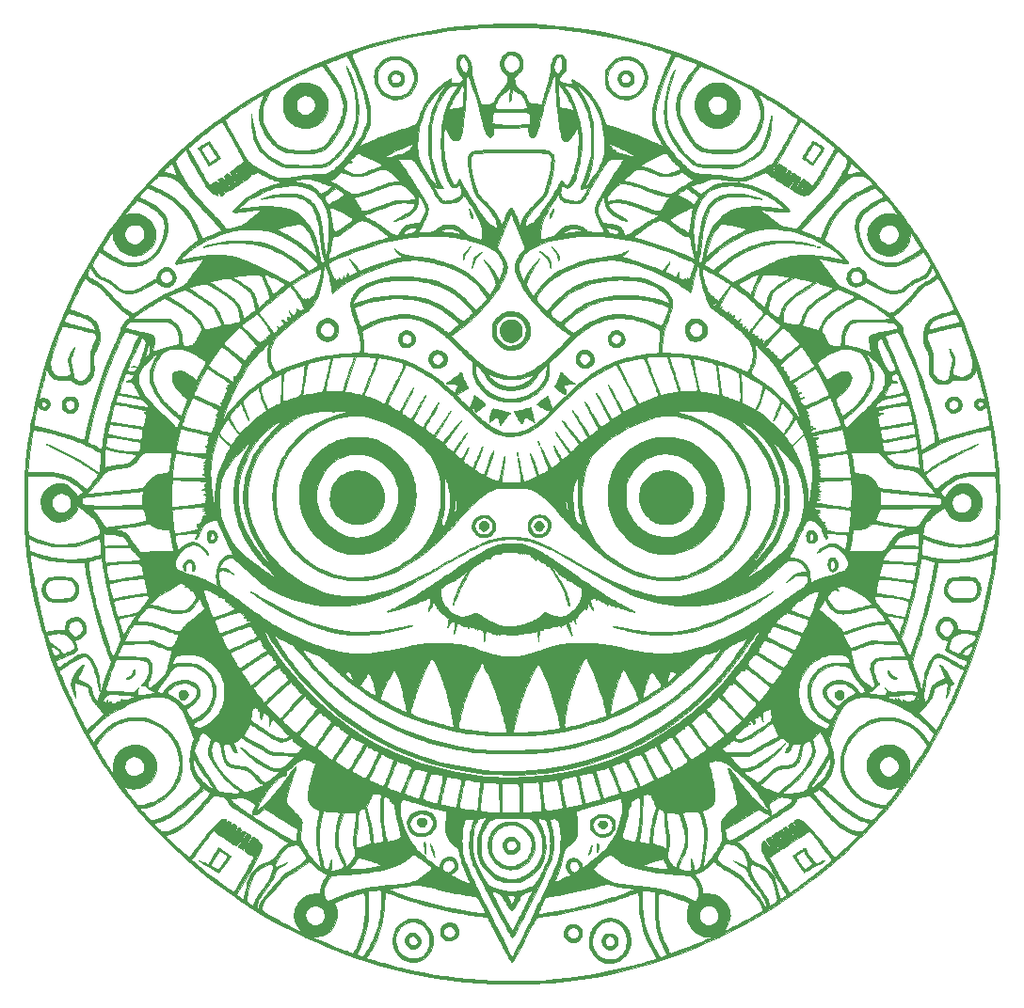
<source format=gbr>
%TF.GenerationSoftware,KiCad,Pcbnew,7.0.1*%
%TF.CreationDate,2023-09-06T21:52:52-07:00*%
%TF.ProjectId,flower_05,666c6f77-6572-45f3-9035-2e6b69636164,rev?*%
%TF.SameCoordinates,Original*%
%TF.FileFunction,Soldermask,Top*%
%TF.FilePolarity,Negative*%
%FSLAX46Y46*%
G04 Gerber Fmt 4.6, Leading zero omitted, Abs format (unit mm)*
G04 Created by KiCad (PCBNEW 7.0.1) date 2023-09-06 21:52:52*
%MOMM*%
%LPD*%
G01*
G04 APERTURE LIST*
%ADD10C,0.010000*%
G04 APERTURE END LIST*
%TO.C,G\u002A\u002A\u002A*%
D10*
X54494022Y-29570005D02*
X55542905Y-29570005D01*
X55593206Y-29703127D01*
X55613838Y-29754288D01*
X55649337Y-29838463D01*
X55697265Y-29950034D01*
X55755186Y-30083379D01*
X55820660Y-30232879D01*
X55891251Y-30392913D01*
X55942465Y-30508335D01*
X56102805Y-30872179D01*
X56245506Y-31203567D01*
X56372542Y-31507562D01*
X56485881Y-31789226D01*
X56587497Y-32053623D01*
X56679359Y-32305813D01*
X56763439Y-32550861D01*
X56841708Y-32793828D01*
X56876870Y-32908156D01*
X56986901Y-33287402D01*
X57077117Y-33635394D01*
X57148515Y-33957744D01*
X57202094Y-34260060D01*
X57238849Y-34547954D01*
X57259781Y-34827037D01*
X57265904Y-35096167D01*
X57264605Y-35252001D01*
X57260977Y-35375873D01*
X57254204Y-35478127D01*
X57243472Y-35569109D01*
X57227966Y-35659163D01*
X57217544Y-35710000D01*
X57121548Y-36079035D01*
X56992319Y-36438806D01*
X56827437Y-36794978D01*
X56624483Y-37153215D01*
X56552427Y-37267167D01*
X56484802Y-37373208D01*
X56420624Y-37476761D01*
X56365773Y-37568134D01*
X56326131Y-37637634D01*
X56316153Y-37656539D01*
X56258998Y-37769328D01*
X56334854Y-37757019D01*
X56374832Y-37744729D01*
X56446709Y-37716765D01*
X56544233Y-37675799D01*
X56661153Y-37624502D01*
X56791217Y-37565548D01*
X56829071Y-37547953D01*
X61493066Y-37547953D01*
X61500452Y-37930670D01*
X61530577Y-38295476D01*
X61583334Y-38636234D01*
X61652795Y-38926802D01*
X61694578Y-39050411D01*
X61755376Y-39200288D01*
X61830943Y-39367335D01*
X61917034Y-39542449D01*
X62009404Y-39716531D01*
X62075303Y-39832520D01*
X62189464Y-40021738D01*
X62313746Y-40217791D01*
X62444135Y-40415031D01*
X62576616Y-40607811D01*
X62707175Y-40790483D01*
X62831798Y-40957400D01*
X62946470Y-41102914D01*
X63047178Y-41221378D01*
X63109455Y-41287417D01*
X63171314Y-41348311D01*
X63209458Y-41382459D01*
X63230122Y-41393028D01*
X63239541Y-41383189D01*
X63243951Y-41356111D01*
X63243988Y-41355795D01*
X63239584Y-41314820D01*
X63222815Y-41243372D01*
X63196168Y-41150622D01*
X63162127Y-41045740D01*
X63152201Y-41017128D01*
X63049896Y-40722491D01*
X62962397Y-40461877D01*
X62888131Y-40230272D01*
X62825527Y-40022661D01*
X62773012Y-39834030D01*
X62736990Y-39692519D01*
X62610509Y-39092710D01*
X62519803Y-38483245D01*
X62464991Y-37869114D01*
X62457069Y-37610451D01*
X62701582Y-37610451D01*
X62704094Y-37833717D01*
X62709348Y-38035293D01*
X62716802Y-38196216D01*
X62739253Y-38483174D01*
X62772476Y-38759743D01*
X62818183Y-39034149D01*
X62878084Y-39314618D01*
X62953891Y-39609379D01*
X63047315Y-39926657D01*
X63130768Y-40186750D01*
X63224093Y-40458404D01*
X63312626Y-40692598D01*
X63398447Y-40893646D01*
X63483638Y-41065859D01*
X63570280Y-41213551D01*
X63660456Y-41341033D01*
X63725695Y-41419321D01*
X63779154Y-41482327D01*
X63819346Y-41535394D01*
X63839418Y-41569287D01*
X63840500Y-41574043D01*
X63821106Y-41588707D01*
X63768255Y-41595497D01*
X63689944Y-41595124D01*
X63594168Y-41588299D01*
X63488926Y-41575733D01*
X63382213Y-41558137D01*
X63282026Y-41536222D01*
X63220846Y-41518942D01*
X63114454Y-41488325D01*
X63045169Y-41475826D01*
X63014061Y-41480972D01*
X63006016Y-41518501D01*
X63024252Y-41587468D01*
X63068128Y-41686641D01*
X63137002Y-41814788D01*
X63230235Y-41970678D01*
X63347186Y-42153077D01*
X63421364Y-42264217D01*
X63540246Y-42427379D01*
X63651574Y-42554241D01*
X63753836Y-42643230D01*
X63825794Y-42685102D01*
X63907605Y-42706105D01*
X64022314Y-42714587D01*
X64162453Y-42710782D01*
X64320553Y-42694929D01*
X64489147Y-42667261D01*
X64507781Y-42663553D01*
X64758758Y-42603970D01*
X64969473Y-42534089D01*
X65141097Y-42452298D01*
X65274802Y-42356985D01*
X65371758Y-42246536D01*
X65433136Y-42119338D01*
X65460108Y-41973780D01*
X65453845Y-41808248D01*
X65415517Y-41621129D01*
X65370096Y-41476037D01*
X65337547Y-41392945D01*
X65307143Y-41332976D01*
X65283115Y-41304237D01*
X65279834Y-41303014D01*
X65247866Y-41312012D01*
X65194599Y-41341365D01*
X65131667Y-41384645D01*
X65046294Y-41445584D01*
X64979096Y-41483173D01*
X64917052Y-41502680D01*
X64847138Y-41509371D01*
X64822529Y-41509667D01*
X64713752Y-41494244D01*
X64611819Y-41446515D01*
X64514416Y-41364293D01*
X64419231Y-41245387D01*
X64323950Y-41087611D01*
X64274384Y-40991084D01*
X64183690Y-40789718D01*
X64097799Y-40564635D01*
X64015593Y-40312127D01*
X63935953Y-40028483D01*
X63857762Y-39709995D01*
X63779901Y-39352952D01*
X63778599Y-39346650D01*
X63694838Y-38857778D01*
X63640022Y-38342301D01*
X63614062Y-37798866D01*
X63616260Y-37350417D01*
X63836969Y-37350417D01*
X63839330Y-37628148D01*
X63847134Y-37878416D01*
X63861463Y-38112722D01*
X63883400Y-38342565D01*
X63914026Y-38579446D01*
X63954422Y-38834865D01*
X64001251Y-39096667D01*
X64058944Y-39382535D01*
X64123666Y-39660938D01*
X64194131Y-39928442D01*
X64269054Y-40181616D01*
X64347152Y-40417028D01*
X64427139Y-40631246D01*
X64507730Y-40820838D01*
X64587642Y-40982371D01*
X64665588Y-41112413D01*
X64740286Y-41207532D01*
X64810449Y-41264297D01*
X64813144Y-41265721D01*
X64855738Y-41283018D01*
X64890525Y-41277995D01*
X64935111Y-41250095D01*
X64986646Y-41204954D01*
X65046001Y-41135867D01*
X65116545Y-41038441D01*
X65201648Y-40908286D01*
X65221191Y-40877173D01*
X65305569Y-40742097D01*
X65542821Y-41205257D01*
X65696381Y-41497912D01*
X65849330Y-41773962D01*
X66007847Y-42043719D01*
X66178110Y-42317494D01*
X66366300Y-42605601D01*
X66505242Y-42811417D01*
X66601546Y-42952917D01*
X66714778Y-43119969D01*
X66838404Y-43302888D01*
X66965886Y-43491991D01*
X67090691Y-43677592D01*
X67206281Y-43850009D01*
X67219488Y-43869750D01*
X67344110Y-44055666D01*
X67447877Y-44209304D01*
X67533149Y-44333789D01*
X67602284Y-44432245D01*
X67657640Y-44507795D01*
X67701578Y-44563562D01*
X67736457Y-44602672D01*
X67764634Y-44628248D01*
X67788469Y-44643413D01*
X67809534Y-44651097D01*
X67848052Y-44670087D01*
X67908054Y-44710118D01*
X67979355Y-44764142D01*
X68015066Y-44793363D01*
X68095255Y-44856643D01*
X68176303Y-44913877D01*
X68244628Y-44955684D01*
X68264334Y-44965530D01*
X68332044Y-44996057D01*
X68391474Y-45022983D01*
X68409081Y-45031010D01*
X68446896Y-45057802D01*
X68500425Y-45107305D01*
X68558740Y-45169327D01*
X68564608Y-45176050D01*
X68617253Y-45232734D01*
X68660757Y-45272133D01*
X68687147Y-45287203D01*
X68689736Y-45286638D01*
X68700994Y-45260192D01*
X68707686Y-45206673D01*
X68708521Y-45175543D01*
X68695922Y-45041788D01*
X68660795Y-44881290D01*
X68606025Y-44701159D01*
X68534500Y-44508507D01*
X68449105Y-44310446D01*
X68352726Y-44114086D01*
X68248251Y-43926540D01*
X68138566Y-43754918D01*
X68122676Y-43732167D01*
X68058836Y-43648193D01*
X67974426Y-43548358D01*
X67866969Y-43429966D01*
X67733984Y-43290325D01*
X67572991Y-43126739D01*
X67479748Y-43033667D01*
X67354317Y-42907772D01*
X67234200Y-42784750D01*
X67123923Y-42669423D01*
X67028013Y-42566613D01*
X66950997Y-42481139D01*
X66897401Y-42417823D01*
X66880087Y-42394968D01*
X66768516Y-42213455D01*
X66659229Y-41991681D01*
X66553012Y-41731693D01*
X66450650Y-41435537D01*
X66352930Y-41105259D01*
X66285899Y-40847532D01*
X66177620Y-40355286D01*
X66101353Y-39885323D01*
X66056481Y-39432958D01*
X66044067Y-39053261D01*
X66253500Y-39053261D01*
X66260557Y-39233312D01*
X66281097Y-39447592D01*
X66314175Y-39690533D01*
X66358848Y-39956566D01*
X66414168Y-40240122D01*
X66479193Y-40535632D01*
X66552977Y-40837526D01*
X66562494Y-40874378D01*
X66640638Y-41164220D01*
X66714619Y-41415217D01*
X66785602Y-41630519D01*
X66854756Y-41813278D01*
X66923249Y-41966645D01*
X66992247Y-42093769D01*
X67042862Y-42170773D01*
X67128968Y-42281615D01*
X67242476Y-42413327D01*
X67377921Y-42560101D01*
X67529837Y-42716127D01*
X67692759Y-42875595D01*
X67806720Y-42982736D01*
X67997231Y-43165161D01*
X68162022Y-43338237D01*
X68307807Y-43510837D01*
X68441300Y-43691832D01*
X68569213Y-43890094D01*
X68698262Y-44114496D01*
X68782823Y-44272626D01*
X68872369Y-44443708D01*
X68944430Y-44580650D01*
X69001038Y-44686877D01*
X69044226Y-44765815D01*
X69076028Y-44820887D01*
X69098477Y-44855519D01*
X69113606Y-44873137D01*
X69123449Y-44877164D01*
X69130037Y-44871027D01*
X69133483Y-44863353D01*
X69145972Y-44832317D01*
X69172069Y-44768449D01*
X69209192Y-44678031D01*
X69254759Y-44567345D01*
X69306189Y-44442676D01*
X69328638Y-44388334D01*
X69438861Y-44124351D01*
X69535560Y-43898545D01*
X69618579Y-43711269D01*
X69687758Y-43562873D01*
X69742938Y-43453709D01*
X69775680Y-43396780D01*
X69832643Y-43331490D01*
X69893667Y-43307049D01*
X69955954Y-43323969D01*
X69994923Y-43356459D01*
X70032681Y-43409119D01*
X70083972Y-43500579D01*
X70148277Y-43629705D01*
X70225080Y-43795361D01*
X70313862Y-43996413D01*
X70414106Y-44231728D01*
X70525295Y-44500171D01*
X70593863Y-44668792D01*
X70630984Y-44758208D01*
X70663114Y-44831104D01*
X70686702Y-44879716D01*
X70697954Y-44896334D01*
X70710642Y-44878272D01*
X70738772Y-44827974D01*
X70779269Y-44751274D01*
X70829059Y-44654005D01*
X70885066Y-44541999D01*
X70889498Y-44533032D01*
X70979704Y-44353346D01*
X71063414Y-44194509D01*
X71144481Y-44051342D01*
X71226760Y-43918669D01*
X71314105Y-43791311D01*
X71410371Y-43664089D01*
X71519412Y-43531828D01*
X71645082Y-43389349D01*
X71791236Y-43231473D01*
X71961728Y-43053024D01*
X72088168Y-42922785D01*
X72213888Y-42792975D01*
X72334333Y-42666978D01*
X72445197Y-42549419D01*
X72542173Y-42444926D01*
X72620955Y-42358127D01*
X72677234Y-42293649D01*
X72700551Y-42264788D01*
X72768820Y-42167722D01*
X72829341Y-42066506D01*
X72885626Y-41953516D01*
X72941189Y-41821128D01*
X72999544Y-41661719D01*
X73055375Y-41494948D01*
X73151345Y-41182180D01*
X73239424Y-40860678D01*
X73318377Y-40536837D01*
X73386969Y-40217053D01*
X73443965Y-39907721D01*
X73488128Y-39615237D01*
X73518224Y-39345994D01*
X73533017Y-39106389D01*
X73534369Y-39015350D01*
X73529519Y-38869160D01*
X73513025Y-38749410D01*
X73481057Y-38653091D01*
X73429789Y-38577196D01*
X73355392Y-38518715D01*
X73254040Y-38474640D01*
X73121905Y-38441964D01*
X72955160Y-38417677D01*
X72749976Y-38398772D01*
X72749896Y-38398766D01*
X72663116Y-38394031D01*
X72535998Y-38389892D01*
X72370534Y-38386350D01*
X72168716Y-38383409D01*
X71932534Y-38381074D01*
X71663981Y-38379346D01*
X71365049Y-38378230D01*
X71037728Y-38377729D01*
X70684010Y-38377846D01*
X70305886Y-38378585D01*
X69905350Y-38379949D01*
X69484391Y-38381941D01*
X69045001Y-38384565D01*
X68589173Y-38387824D01*
X68194624Y-38391058D01*
X66572754Y-38405116D01*
X66461870Y-38541783D01*
X66376703Y-38652032D01*
X66317783Y-38744133D01*
X66280637Y-38829065D01*
X66260792Y-38917808D01*
X66253775Y-39021341D01*
X66253500Y-39053261D01*
X66044067Y-39053261D01*
X66042371Y-39001417D01*
X66044095Y-38854387D01*
X66050786Y-38741153D01*
X66065337Y-38653230D01*
X66090640Y-38582130D01*
X66129590Y-38519368D01*
X66185079Y-38456457D01*
X66249166Y-38394903D01*
X66311758Y-38340647D01*
X66374233Y-38296225D01*
X66442086Y-38260200D01*
X66520810Y-38231132D01*
X66615900Y-38207581D01*
X66732848Y-38188110D01*
X66877149Y-38171279D01*
X67054296Y-38155649D01*
X67206000Y-38144278D01*
X67432273Y-38130372D01*
X67696613Y-38118114D01*
X67994786Y-38107543D01*
X68322556Y-38098697D01*
X68675688Y-38091614D01*
X69049948Y-38086332D01*
X69441100Y-38082890D01*
X69844910Y-38081324D01*
X70257141Y-38081675D01*
X70673560Y-38083979D01*
X71089930Y-38088275D01*
X71502017Y-38094601D01*
X71873250Y-38102237D01*
X72155906Y-38109289D01*
X72399604Y-38116504D01*
X72607721Y-38124110D01*
X72783633Y-38132335D01*
X72930716Y-38141408D01*
X73052345Y-38151557D01*
X73151897Y-38163011D01*
X73232748Y-38175998D01*
X73298273Y-38190748D01*
X73333184Y-38201040D01*
X73422675Y-38244657D01*
X73519101Y-38314711D01*
X73609875Y-38400076D01*
X73682410Y-38489626D01*
X73707702Y-38532095D01*
X73743959Y-38634484D01*
X73768340Y-38772947D01*
X73781060Y-38942989D01*
X73782336Y-39140114D01*
X73772386Y-39359828D01*
X73751427Y-39597636D01*
X73719674Y-39849042D01*
X73677347Y-40109553D01*
X73624660Y-40374671D01*
X73617115Y-40409000D01*
X73569585Y-40611479D01*
X73514520Y-40826832D01*
X73453959Y-41048406D01*
X73389945Y-41269550D01*
X73324520Y-41483610D01*
X73259724Y-41683933D01*
X73197601Y-41863868D01*
X73140191Y-42016761D01*
X73089536Y-42135960D01*
X73082657Y-42150502D01*
X73037010Y-42238379D01*
X72983917Y-42325789D01*
X72919752Y-42417206D01*
X72840892Y-42517107D01*
X72743712Y-42629966D01*
X72624587Y-42760257D01*
X72479893Y-42912458D01*
X72392628Y-43002480D01*
X72124321Y-43286047D01*
X71891679Y-43549709D01*
X71693804Y-43794899D01*
X71529797Y-44023047D01*
X71398759Y-44235585D01*
X71299792Y-44433945D01*
X71231997Y-44619556D01*
X71194475Y-44793851D01*
X71185648Y-44925021D01*
X71185963Y-45076250D01*
X71259196Y-44991584D01*
X71304226Y-44943450D01*
X71332162Y-44925710D01*
X71350260Y-44934129D01*
X71352446Y-44937190D01*
X71369126Y-44948583D01*
X71397544Y-44940462D01*
X71445020Y-44909495D01*
X71491919Y-44873690D01*
X71598838Y-44790497D01*
X71677392Y-44731455D01*
X71731884Y-44693791D01*
X71766615Y-44674732D01*
X71785889Y-44671504D01*
X71793417Y-44679375D01*
X71809408Y-44701244D01*
X71836988Y-44699389D01*
X71880204Y-44671386D01*
X71943102Y-44614812D01*
X72005429Y-44552375D01*
X72085228Y-44468771D01*
X72160125Y-44386335D01*
X72235415Y-44298634D01*
X72316396Y-44199241D01*
X72408363Y-44081723D01*
X72516613Y-43939651D01*
X72585109Y-43848584D01*
X73008952Y-43264725D01*
X73395440Y-42693364D01*
X73746557Y-42131363D01*
X73859958Y-41933000D01*
X74370917Y-41933000D01*
X74372280Y-42040183D01*
X74377477Y-42116248D01*
X74388174Y-42172353D01*
X74406032Y-42219657D01*
X74416844Y-42241037D01*
X74484811Y-42343613D01*
X74572135Y-42428930D01*
X74684470Y-42500555D01*
X74827466Y-42562058D01*
X75006776Y-42617005D01*
X75016500Y-42619566D01*
X75253851Y-42674374D01*
X75473406Y-42710455D01*
X75670961Y-42727569D01*
X75842314Y-42725478D01*
X75983263Y-42703942D01*
X76057904Y-42678822D01*
X76127462Y-42636838D01*
X76204730Y-42567891D01*
X76292087Y-42469246D01*
X76391911Y-42338166D01*
X76506582Y-42171917D01*
X76531587Y-42134084D01*
X76605198Y-42018159D01*
X76675736Y-41900036D01*
X76739577Y-41786504D01*
X76793099Y-41684356D01*
X76832679Y-41600383D01*
X76854692Y-41541376D01*
X76858000Y-41522224D01*
X76855222Y-41502579D01*
X76842552Y-41492748D01*
X76813486Y-41493531D01*
X76761517Y-41505723D01*
X76680143Y-41530123D01*
X76608829Y-41552769D01*
X76463838Y-41596493D01*
X76353404Y-41623198D01*
X76273549Y-41633399D01*
X76220297Y-41627606D01*
X76189989Y-41606772D01*
X76175789Y-41573581D01*
X76177474Y-41528867D01*
X76196903Y-41466603D01*
X76235931Y-41380762D01*
X76293536Y-41270626D01*
X76380430Y-41094291D01*
X76470454Y-40882101D01*
X76561793Y-40640245D01*
X76652630Y-40374911D01*
X76741149Y-40092287D01*
X76825533Y-39798562D01*
X76903966Y-39499924D01*
X76974631Y-39202561D01*
X77035713Y-38912662D01*
X77085395Y-38636415D01*
X77105584Y-38504000D01*
X77117806Y-38390286D01*
X77127839Y-38240954D01*
X77135685Y-38062661D01*
X77141344Y-37862066D01*
X77144816Y-37645827D01*
X77146104Y-37420601D01*
X77145209Y-37193047D01*
X77142130Y-36969823D01*
X77136870Y-36757588D01*
X77129428Y-36562998D01*
X77119808Y-36392713D01*
X77108008Y-36253390D01*
X77105241Y-36228584D01*
X77065181Y-35918058D01*
X77020726Y-35639432D01*
X76969206Y-35383255D01*
X76907951Y-35140075D01*
X76834291Y-34900439D01*
X76745558Y-34654898D01*
X76639080Y-34393998D01*
X76512189Y-34108288D01*
X76496966Y-34075150D01*
X76327708Y-33724074D01*
X76162707Y-33415002D01*
X76001886Y-33147827D01*
X75845171Y-32922442D01*
X75692483Y-32738741D01*
X75543748Y-32596616D01*
X75398887Y-32495961D01*
X75351908Y-32471821D01*
X75294696Y-32450081D01*
X75213166Y-32425577D01*
X75115963Y-32400177D01*
X75112034Y-32399256D01*
X75892005Y-32399256D01*
X75915004Y-32458431D01*
X75962412Y-32549309D01*
X76034602Y-32672606D01*
X76123277Y-32815375D01*
X76219196Y-32967511D01*
X76296848Y-33092693D01*
X76361112Y-33199413D01*
X76416868Y-33296163D01*
X76468993Y-33391435D01*
X76522368Y-33493720D01*
X76581871Y-33611511D01*
X76589713Y-33627206D01*
X76769835Y-34009922D01*
X76927245Y-34389701D01*
X77059991Y-34760868D01*
X77166123Y-35117747D01*
X77243690Y-35454665D01*
X77270057Y-35606678D01*
X77287304Y-35748077D01*
X77301878Y-35926088D01*
X77313777Y-36135078D01*
X77323001Y-36369411D01*
X77329548Y-36623451D01*
X77333418Y-36891563D01*
X77334610Y-37168111D01*
X77333122Y-37447461D01*
X77328954Y-37723976D01*
X77322105Y-37992022D01*
X77312573Y-38245962D01*
X77300357Y-38480163D01*
X77285458Y-38688987D01*
X77270643Y-38842667D01*
X77230521Y-39154887D01*
X77180832Y-39451772D01*
X77119396Y-39741683D01*
X77044030Y-40032981D01*
X76952554Y-40334027D01*
X76842784Y-40653182D01*
X76712539Y-40998807D01*
X76698984Y-41033417D01*
X76653196Y-41150300D01*
X76612460Y-41254888D01*
X76579449Y-41340267D01*
X76556839Y-41399522D01*
X76547528Y-41425000D01*
X76555638Y-41425667D01*
X76586798Y-41399537D01*
X76636196Y-41351690D01*
X76699024Y-41287202D01*
X76770470Y-41211152D01*
X76845725Y-41128619D01*
X76919979Y-41044680D01*
X76988422Y-40964414D01*
X77018687Y-40927584D01*
X77223202Y-40663683D01*
X77418434Y-40390000D01*
X77600972Y-40112329D01*
X77767406Y-39836467D01*
X77914325Y-39568210D01*
X78038319Y-39313352D01*
X78135977Y-39077690D01*
X78176998Y-38959084D01*
X78220644Y-38815563D01*
X78255177Y-38685209D01*
X78281594Y-38559992D01*
X78300894Y-38431882D01*
X78314075Y-38292851D01*
X78322132Y-38134869D01*
X78326065Y-37949907D01*
X78326902Y-37752584D01*
X78321802Y-37587495D01*
X78682266Y-37587495D01*
X78700005Y-37612714D01*
X78749740Y-37656164D01*
X78774626Y-37675842D01*
X78842104Y-37732780D01*
X78876989Y-37774431D01*
X78883662Y-37806117D01*
X78883266Y-37807799D01*
X78890328Y-37847667D01*
X78920520Y-37904932D01*
X78965852Y-37968289D01*
X79018335Y-38026435D01*
X79064987Y-38064907D01*
X79123750Y-38091179D01*
X79188475Y-38105549D01*
X79241096Y-38117510D01*
X79263998Y-38145224D01*
X79267133Y-38159675D01*
X79292415Y-38210724D01*
X79349424Y-38267507D01*
X79429467Y-38323167D01*
X79523852Y-38370848D01*
X79546167Y-38379773D01*
X79610039Y-38400311D01*
X79704099Y-38425815D01*
X79816937Y-38453396D01*
X79937141Y-38480168D01*
X79969500Y-38486907D01*
X80101763Y-38516117D01*
X80241270Y-38550460D01*
X80372266Y-38585855D01*
X80478998Y-38618220D01*
X80488084Y-38621252D01*
X80600291Y-38657912D01*
X80682365Y-38680541D01*
X80743728Y-38690189D01*
X80793802Y-38687907D01*
X80842010Y-38674747D01*
X80869763Y-38663830D01*
X80917089Y-38639940D01*
X80941558Y-38619528D01*
X80942512Y-38616205D01*
X80922906Y-38586110D01*
X80868517Y-38541442D01*
X80783438Y-38484393D01*
X80671759Y-38417155D01*
X80537571Y-38341919D01*
X80384965Y-38260875D01*
X80218032Y-38176217D01*
X80040863Y-38090134D01*
X79857549Y-38004820D01*
X79672180Y-37922464D01*
X79551987Y-37871332D01*
X79423304Y-37819171D01*
X79287770Y-37766934D01*
X79151899Y-37716854D01*
X79022205Y-37671163D01*
X78905200Y-37632095D01*
X78807398Y-37601881D01*
X78735314Y-37582755D01*
X78695459Y-37576949D01*
X78693767Y-37577141D01*
X78682266Y-37587495D01*
X78321802Y-37587495D01*
X78308811Y-37167017D01*
X78255647Y-36605050D01*
X78167418Y-36066706D01*
X78044132Y-35552013D01*
X77885797Y-35060996D01*
X77692422Y-34593679D01*
X77464014Y-34150090D01*
X77200582Y-33730253D01*
X76941201Y-33382211D01*
X76862846Y-33288907D01*
X76769613Y-33184473D01*
X76665476Y-33072741D01*
X76554406Y-32957544D01*
X76440377Y-32842713D01*
X76327361Y-32732082D01*
X76219332Y-32629482D01*
X76120261Y-32538746D01*
X76034121Y-32463707D01*
X75964886Y-32408197D01*
X75916527Y-32376048D01*
X75893044Y-32371067D01*
X75892005Y-32399256D01*
X75112034Y-32399256D01*
X75011730Y-32375748D01*
X74909108Y-32354157D01*
X74816741Y-32337271D01*
X74743273Y-32326958D01*
X74697345Y-32325085D01*
X74687093Y-32328185D01*
X74694177Y-32348189D01*
X74720166Y-32394014D01*
X74759870Y-32456674D01*
X74770480Y-32472647D01*
X75072183Y-32958934D01*
X75344897Y-33472422D01*
X75586333Y-34007458D01*
X75794205Y-34558391D01*
X75966223Y-35119572D01*
X76100099Y-35685348D01*
X76126276Y-35821058D01*
X76200978Y-36279836D01*
X76251536Y-36720276D01*
X76277848Y-37150348D01*
X76279814Y-37578023D01*
X76257333Y-38011271D01*
X76210304Y-38458063D01*
X76138628Y-38926368D01*
X76083315Y-39223189D01*
X76019523Y-39528050D01*
X75950876Y-39823204D01*
X75878836Y-40103609D01*
X75804865Y-40364222D01*
X75730426Y-40599999D01*
X75656982Y-40805898D01*
X75585995Y-40976877D01*
X75557158Y-41037276D01*
X75458820Y-41204428D01*
X75349029Y-41339609D01*
X75230839Y-41441206D01*
X75107299Y-41507602D01*
X74981464Y-41537184D01*
X74856384Y-41528337D01*
X74735110Y-41479448D01*
X74728630Y-41475576D01*
X74634308Y-41418269D01*
X74569581Y-41380200D01*
X74527664Y-41358960D01*
X74501773Y-41352138D01*
X74485122Y-41357326D01*
X74470926Y-41372112D01*
X74463423Y-41381388D01*
X74433744Y-41439343D01*
X74408303Y-41531485D01*
X74388453Y-41649765D01*
X74375540Y-41786135D01*
X74370917Y-41932547D01*
X74370917Y-41933000D01*
X73859958Y-41933000D01*
X73860217Y-41932547D01*
X74064289Y-41575581D01*
X74274111Y-41176292D01*
X74326890Y-41074111D01*
X74374043Y-40986744D01*
X74411964Y-40920569D01*
X74437049Y-40881963D01*
X74444646Y-40874667D01*
X74465257Y-40890144D01*
X74504238Y-40931280D01*
X74554215Y-40990128D01*
X74569689Y-41009346D01*
X74656624Y-41112337D01*
X74738044Y-41197048D01*
X74808799Y-41258771D01*
X74863738Y-41292797D01*
X74885417Y-41298000D01*
X74940413Y-41282654D01*
X75010944Y-41241830D01*
X75086409Y-41183355D01*
X75156205Y-41115054D01*
X75191155Y-41072335D01*
X75288293Y-40918219D01*
X75382914Y-40725913D01*
X75474155Y-40499527D01*
X75561151Y-40243173D01*
X75643039Y-39960961D01*
X75718955Y-39657002D01*
X75788035Y-39335408D01*
X75849415Y-39000288D01*
X75902231Y-38655754D01*
X75945619Y-38305916D01*
X75978716Y-37954886D01*
X76000658Y-37606774D01*
X76010580Y-37265691D01*
X76011087Y-37170500D01*
X76007481Y-36953099D01*
X75997144Y-36754599D01*
X75980638Y-36579302D01*
X75958529Y-36431510D01*
X75931381Y-36315528D01*
X75899759Y-36235657D01*
X75885672Y-36214397D01*
X75847404Y-36167138D01*
X75784060Y-36236491D01*
X75749950Y-36281859D01*
X75702924Y-36355236D01*
X75648997Y-36446764D01*
X75594183Y-36546588D01*
X75590187Y-36554167D01*
X75480884Y-36754753D01*
X75382216Y-36919246D01*
X75291183Y-37051631D01*
X75204783Y-37155892D01*
X75120018Y-37236014D01*
X75033886Y-37295981D01*
X75029865Y-37298307D01*
X74910754Y-37348033D01*
X74799003Y-37356090D01*
X74694055Y-37322394D01*
X74595354Y-37246862D01*
X74580420Y-37231232D01*
X74542523Y-37185212D01*
X74510585Y-37133169D01*
X74482112Y-37068232D01*
X74454606Y-36983530D01*
X74425572Y-36872190D01*
X74392513Y-36727341D01*
X74385240Y-36693934D01*
X74331110Y-36424449D01*
X74277198Y-36118337D01*
X74224322Y-35781300D01*
X74173304Y-35419038D01*
X74124964Y-35037255D01*
X74080120Y-34641652D01*
X74055000Y-34397667D01*
X74031685Y-34156006D01*
X74012023Y-33936533D01*
X73995507Y-33730781D01*
X73981631Y-33530286D01*
X73969889Y-33326583D01*
X73959775Y-33111207D01*
X73950781Y-32875692D01*
X73942403Y-32611573D01*
X73937279Y-32429167D01*
X73930573Y-32201017D01*
X73928476Y-32143417D01*
X74167160Y-32143417D01*
X74178422Y-32683167D01*
X74183213Y-32866781D01*
X74189922Y-33057374D01*
X74198227Y-33250088D01*
X74207806Y-33440063D01*
X74218336Y-33622441D01*
X74229497Y-33792364D01*
X74240965Y-33944973D01*
X74252418Y-34075409D01*
X74263534Y-34178814D01*
X74273992Y-34250329D01*
X74283469Y-34285095D01*
X74284743Y-34286798D01*
X74313797Y-34299069D01*
X74382597Y-34318486D01*
X74489245Y-34344603D01*
X74631839Y-34376970D01*
X74808481Y-34415140D01*
X74984750Y-34451971D01*
X75171143Y-34489511D01*
X75318739Y-34517147D01*
X75429822Y-34535202D01*
X75506672Y-34544001D01*
X75551574Y-34543867D01*
X75566809Y-34535125D01*
X75566834Y-34534567D01*
X75559696Y-34510938D01*
X75540703Y-34457929D01*
X75513481Y-34385560D01*
X75503622Y-34359942D01*
X75456844Y-34250661D01*
X75391281Y-34114262D01*
X75309934Y-33955834D01*
X75215805Y-33780463D01*
X75111896Y-33593235D01*
X75001209Y-33399238D01*
X74886745Y-33203557D01*
X74771506Y-33011281D01*
X74658493Y-32827494D01*
X74550709Y-32657284D01*
X74451156Y-32505738D01*
X74362834Y-32377942D01*
X74288747Y-32278983D01*
X74245568Y-32228084D01*
X74167160Y-32143417D01*
X73928476Y-32143417D01*
X73923672Y-32011481D01*
X73916234Y-31856841D01*
X73907916Y-31733377D01*
X73898376Y-31637371D01*
X73887273Y-31565105D01*
X73874263Y-31512858D01*
X73859005Y-31476912D01*
X73848190Y-31461091D01*
X73816260Y-31448296D01*
X73776117Y-31476440D01*
X73727950Y-31544974D01*
X73671951Y-31653345D01*
X73608309Y-31801003D01*
X73537215Y-31987398D01*
X73458858Y-32211977D01*
X73373429Y-32474191D01*
X73281119Y-32773487D01*
X73182117Y-33109316D01*
X73076613Y-33481126D01*
X72964799Y-33888366D01*
X72846863Y-34330485D01*
X72812583Y-34461167D01*
X72718702Y-34819578D01*
X72634423Y-35139389D01*
X72558968Y-35423039D01*
X72491562Y-35672970D01*
X72431426Y-35891622D01*
X72377783Y-36081436D01*
X72329857Y-36244851D01*
X72286869Y-36384310D01*
X72248044Y-36502252D01*
X72212603Y-36601117D01*
X72179769Y-36683348D01*
X72148765Y-36751383D01*
X72118814Y-36807663D01*
X72089139Y-36854630D01*
X72058963Y-36894723D01*
X72027508Y-36930383D01*
X72025620Y-36932375D01*
X71982150Y-36972914D01*
X71940351Y-36993458D01*
X71882694Y-37000582D01*
X71842261Y-37001167D01*
X71721994Y-36985118D01*
X71628022Y-36936200D01*
X71558600Y-36853257D01*
X71531262Y-36795368D01*
X71514325Y-36742245D01*
X71502870Y-36680370D01*
X71495993Y-36600624D01*
X71492790Y-36493886D01*
X71492250Y-36401804D01*
X71492250Y-36109359D01*
X69904750Y-36124149D01*
X69649469Y-36126607D01*
X69406705Y-36129098D01*
X69179748Y-36131579D01*
X68971892Y-36134006D01*
X68786428Y-36136337D01*
X68626647Y-36138528D01*
X68495842Y-36140536D01*
X68397304Y-36142319D01*
X68334326Y-36143831D01*
X68310198Y-36145031D01*
X68310061Y-36145090D01*
X68310489Y-36167134D01*
X68317323Y-36221806D01*
X68329323Y-36300096D01*
X68340483Y-36366131D01*
X68360234Y-36506377D01*
X68362756Y-36616433D01*
X68346143Y-36705570D01*
X68308489Y-36783062D01*
X68247885Y-36858179D01*
X68236965Y-36869542D01*
X68137882Y-36952370D01*
X68043136Y-36993454D01*
X67952466Y-36992706D01*
X67865611Y-36950034D01*
X67782311Y-36865348D01*
X67702304Y-36738558D01*
X67669787Y-36673084D01*
X67635536Y-36596554D01*
X67603585Y-36517519D01*
X67572477Y-36431006D01*
X67540755Y-36332038D01*
X67506964Y-36215644D01*
X67469647Y-36076847D01*
X67427347Y-35910675D01*
X67378608Y-35712154D01*
X67371208Y-35681381D01*
X68179667Y-35681381D01*
X68190083Y-35705675D01*
X68223000Y-35728127D01*
X68280920Y-35749165D01*
X68366344Y-35769217D01*
X68481777Y-35788711D01*
X68629719Y-35808075D01*
X68812673Y-35827737D01*
X69033141Y-35848124D01*
X69269750Y-35867768D01*
X69505300Y-35882238D01*
X69757469Y-35889110D01*
X70031609Y-35888321D01*
X70333073Y-35879808D01*
X70667214Y-35863506D01*
X70910167Y-35848321D01*
X71055534Y-35838329D01*
X71193600Y-35828427D01*
X71316367Y-35819220D01*
X71415838Y-35811314D01*
X71484015Y-35805314D01*
X71499685Y-35803700D01*
X71612954Y-35791085D01*
X71605324Y-35364251D01*
X71602296Y-35216394D01*
X71598795Y-35104504D01*
X71594189Y-35022216D01*
X71587846Y-34963163D01*
X71579132Y-34920979D01*
X71567415Y-34889300D01*
X71556017Y-34868176D01*
X71501973Y-34804898D01*
X71422663Y-34756861D01*
X71313066Y-34722012D01*
X71168162Y-34698300D01*
X71130575Y-34694328D01*
X71077461Y-34691084D01*
X70989824Y-34688061D01*
X70871883Y-34685273D01*
X70727860Y-34682733D01*
X70561974Y-34680457D01*
X70378447Y-34678457D01*
X70181500Y-34676750D01*
X69975352Y-34675348D01*
X69764224Y-34674266D01*
X69552337Y-34673518D01*
X69343911Y-34673118D01*
X69143168Y-34673081D01*
X68954327Y-34673421D01*
X68781609Y-34674151D01*
X68629235Y-34675287D01*
X68501426Y-34676841D01*
X68402401Y-34678830D01*
X68336382Y-34681265D01*
X68307589Y-34684163D01*
X68306667Y-34684830D01*
X68303989Y-34708377D01*
X68296485Y-34767794D01*
X68284944Y-34856988D01*
X68270157Y-34969870D01*
X68252917Y-35100349D01*
X68243167Y-35173714D01*
X68224881Y-35312353D01*
X68208655Y-35437873D01*
X68195292Y-35543867D01*
X68185593Y-35623928D01*
X68180359Y-35671649D01*
X68179667Y-35681381D01*
X67371208Y-35681381D01*
X67333451Y-35524393D01*
X67241712Y-35148260D01*
X67147997Y-34778807D01*
X67053002Y-34418094D01*
X67040821Y-34373496D01*
X68449736Y-34373496D01*
X68542243Y-34399521D01*
X68595056Y-34408735D01*
X68685289Y-34417939D01*
X68808029Y-34426876D01*
X68958365Y-34435287D01*
X69131384Y-34442917D01*
X69322174Y-34449507D01*
X69525822Y-34454801D01*
X69640167Y-34457042D01*
X69707476Y-34457175D01*
X69809973Y-34456027D01*
X69940539Y-34453744D01*
X70092053Y-34450468D01*
X70257394Y-34446345D01*
X70429442Y-34441519D01*
X70476250Y-34440110D01*
X70691543Y-34432833D01*
X70868057Y-34425256D01*
X71009347Y-34417138D01*
X71118966Y-34408235D01*
X71200471Y-34398306D01*
X71257414Y-34387110D01*
X71258532Y-34386817D01*
X71326318Y-34367886D01*
X71375757Y-34352089D01*
X71394240Y-34343982D01*
X71390506Y-34321582D01*
X71373150Y-34266531D01*
X71344672Y-34185320D01*
X71307573Y-34084442D01*
X71264351Y-33970389D01*
X71217508Y-33849652D01*
X71169544Y-33728723D01*
X71122959Y-33614095D01*
X71080254Y-33512259D01*
X71043927Y-33429708D01*
X71033373Y-33406973D01*
X70948884Y-33255362D01*
X70857120Y-33141102D01*
X70759814Y-33066123D01*
X70706242Y-33042858D01*
X70584761Y-32994402D01*
X70449365Y-32925116D01*
X70315997Y-32844180D01*
X70200600Y-32760773D01*
X70167157Y-32732472D01*
X70107013Y-32680175D01*
X70060116Y-32641970D01*
X70034215Y-32624078D01*
X70031614Y-32623672D01*
X70027350Y-32645877D01*
X70019659Y-32702860D01*
X70009442Y-32787287D01*
X69997604Y-32891825D01*
X69990398Y-32958334D01*
X69962099Y-33196105D01*
X69932251Y-33393394D01*
X69900941Y-33549873D01*
X69868255Y-33665213D01*
X69834280Y-33739084D01*
X69799101Y-33771159D01*
X69777708Y-33770305D01*
X69758919Y-33751918D01*
X69747001Y-33711828D01*
X69742100Y-33647113D01*
X69744360Y-33554848D01*
X69753929Y-33432113D01*
X69770950Y-33275983D01*
X69795570Y-33083536D01*
X69821060Y-32899887D01*
X69841298Y-32757122D01*
X69859387Y-32628359D01*
X69874511Y-32519493D01*
X69885856Y-32436420D01*
X69892607Y-32385035D01*
X69894167Y-32370909D01*
X69883367Y-32380446D01*
X69854292Y-32418604D01*
X69811926Y-32478631D01*
X69780676Y-32524605D01*
X69659757Y-32685952D01*
X69533318Y-32814040D01*
X69391644Y-32917734D01*
X69284392Y-32977459D01*
X69134328Y-33066617D01*
X69004721Y-33175456D01*
X68887268Y-33311979D01*
X68794524Y-33449676D01*
X68739765Y-33547131D01*
X68681271Y-33665524D01*
X68622762Y-33795700D01*
X68567956Y-33928503D01*
X68520571Y-34054776D01*
X68484326Y-34165364D01*
X68462939Y-34251110D01*
X68459561Y-34274456D01*
X68449736Y-34373496D01*
X67040821Y-34373496D01*
X66957426Y-34068180D01*
X66861965Y-33731128D01*
X66767315Y-33408995D01*
X66674174Y-33103845D01*
X66583239Y-32817735D01*
X66495206Y-32552727D01*
X66410772Y-32310882D01*
X66330635Y-32094258D01*
X66255491Y-31904918D01*
X66186036Y-31744921D01*
X66122969Y-31616327D01*
X66066986Y-31521196D01*
X66018783Y-31461590D01*
X65979058Y-31439568D01*
X65955021Y-31449179D01*
X65939940Y-31470404D01*
X65927077Y-31503924D01*
X65916132Y-31553383D01*
X65906804Y-31622419D01*
X65898793Y-31714675D01*
X65891799Y-31833790D01*
X65885522Y-31983406D01*
X65879661Y-32167165D01*
X65873916Y-32388706D01*
X65872465Y-32450334D01*
X65866105Y-32708161D01*
X65859562Y-32932635D01*
X65852351Y-33132732D01*
X65843988Y-33317431D01*
X65833988Y-33495709D01*
X65821866Y-33676545D01*
X65807138Y-33868916D01*
X65789319Y-34081801D01*
X65776479Y-34228334D01*
X65748162Y-34529438D01*
X65716548Y-34833362D01*
X65682281Y-35135547D01*
X65646009Y-35431436D01*
X65608375Y-35716469D01*
X65570026Y-35986088D01*
X65531607Y-36235735D01*
X65493763Y-36460852D01*
X65457141Y-36656879D01*
X65422384Y-36819259D01*
X65393829Y-36930790D01*
X65342386Y-37066548D01*
X65274609Y-37165273D01*
X65186632Y-37230388D01*
X65074587Y-37265317D01*
X65007689Y-37272568D01*
X64897891Y-37271582D01*
X64798866Y-37253477D01*
X64707511Y-37215235D01*
X64620724Y-37153836D01*
X64535402Y-37066261D01*
X64448444Y-36949491D01*
X64356747Y-36800505D01*
X64257209Y-36616287D01*
X64184450Y-36471366D01*
X64132707Y-36370076D01*
X64082463Y-36278950D01*
X64038790Y-36206720D01*
X64006765Y-36162121D01*
X64001588Y-36156696D01*
X63948947Y-36107243D01*
X63916560Y-36220830D01*
X63890116Y-36340213D01*
X63869122Y-36494549D01*
X63853468Y-36685393D01*
X63843044Y-36914301D01*
X63837742Y-37182828D01*
X63836969Y-37350417D01*
X63616260Y-37350417D01*
X63616870Y-37226120D01*
X63625285Y-37004278D01*
X63646037Y-36624029D01*
X63671880Y-36279608D01*
X63704036Y-35964687D01*
X63743726Y-35672939D01*
X63792171Y-35398034D01*
X63850593Y-35133645D01*
X63920213Y-34873444D01*
X64002253Y-34611104D01*
X64093344Y-34353281D01*
X64352745Y-34353281D01*
X64354383Y-34398629D01*
X64377426Y-34426340D01*
X64426265Y-34438065D01*
X64505290Y-34435459D01*
X64618891Y-34420176D01*
X64687167Y-34408791D01*
X64773768Y-34394753D01*
X64889422Y-34377301D01*
X65021181Y-34358327D01*
X65156096Y-34339720D01*
X65205642Y-34333120D01*
X65320097Y-34317738D01*
X65418763Y-34303898D01*
X65494476Y-34292651D01*
X65540070Y-34285049D01*
X65550175Y-34282547D01*
X65556933Y-34256712D01*
X65565545Y-34194497D01*
X65575562Y-34101789D01*
X65586538Y-33984481D01*
X65598024Y-33848460D01*
X65609572Y-33699617D01*
X65620733Y-33543841D01*
X65631060Y-33387023D01*
X65640105Y-33235051D01*
X65647419Y-33093816D01*
X65652555Y-32969207D01*
X65654141Y-32916000D01*
X65657602Y-32720351D01*
X65657001Y-32563801D01*
X65652025Y-32443283D01*
X65642361Y-32355729D01*
X65627696Y-32298072D01*
X65607717Y-32267244D01*
X65587171Y-32259834D01*
X65556705Y-32277736D01*
X65507647Y-32329329D01*
X65442224Y-32411443D01*
X65362662Y-32520908D01*
X65271188Y-32654554D01*
X65170026Y-32809211D01*
X65061405Y-32981709D01*
X64947549Y-33168878D01*
X64940553Y-33180584D01*
X64870423Y-33300982D01*
X64794336Y-33436661D01*
X64715577Y-33581261D01*
X64637430Y-33728426D01*
X64563180Y-33871796D01*
X64496110Y-34005016D01*
X64439506Y-34121727D01*
X64396652Y-34215571D01*
X64370832Y-34280191D01*
X64368122Y-34288642D01*
X64352745Y-34353281D01*
X64093344Y-34353281D01*
X64097933Y-34340295D01*
X64181482Y-34122500D01*
X64281058Y-33885771D01*
X64401104Y-33625798D01*
X64536253Y-33352867D01*
X64681135Y-33077265D01*
X64830380Y-32809281D01*
X64978620Y-32559202D01*
X65085967Y-32389493D01*
X65118819Y-32339235D01*
X64843921Y-32347800D01*
X64726759Y-32352238D01*
X64641570Y-32358213D01*
X64577997Y-32367493D01*
X64525682Y-32381841D01*
X64474266Y-32403022D01*
X64448992Y-32415092D01*
X64348888Y-32477770D01*
X64242795Y-32571653D01*
X64128478Y-32699145D01*
X64003700Y-32862648D01*
X63919374Y-32984244D01*
X63673237Y-33366854D01*
X63461058Y-33734449D01*
X63280380Y-34093602D01*
X63128745Y-34450886D01*
X63003698Y-34812875D01*
X62902779Y-35186140D01*
X62823532Y-35577256D01*
X62763500Y-35992795D01*
X62750039Y-36112167D01*
X62736933Y-36263300D01*
X62725676Y-36448733D01*
X62716395Y-36660468D01*
X62709217Y-36890505D01*
X62704271Y-37130847D01*
X62701683Y-37373495D01*
X62701582Y-37610451D01*
X62457069Y-37610451D01*
X62446192Y-37255305D01*
X62463526Y-36646804D01*
X62517111Y-36048601D01*
X62607067Y-35465684D01*
X62632756Y-35335072D01*
X62724075Y-34939230D01*
X62832609Y-34564558D01*
X62961505Y-34203693D01*
X63113909Y-33849276D01*
X63292968Y-33493945D01*
X63501827Y-33130339D01*
X63725495Y-32778417D01*
X63820347Y-32633296D01*
X63891021Y-32520374D01*
X63938226Y-32437609D01*
X63962674Y-32382957D01*
X63965076Y-32354374D01*
X63946144Y-32349816D01*
X63906587Y-32367241D01*
X63858108Y-32397260D01*
X63764465Y-32468162D01*
X63650814Y-32568848D01*
X63521487Y-32694466D01*
X63380816Y-32840165D01*
X63233134Y-33001091D01*
X63082773Y-33172394D01*
X62934067Y-33349222D01*
X62791347Y-33526723D01*
X62658946Y-33700046D01*
X62541197Y-33864338D01*
X62518993Y-33896858D01*
X62374007Y-34132891D01*
X62232694Y-34404893D01*
X62097404Y-34706520D01*
X61970488Y-35031429D01*
X61854299Y-35373277D01*
X61751186Y-35725718D01*
X61663502Y-36082411D01*
X61608395Y-36353698D01*
X61546932Y-36753330D01*
X61508524Y-37153461D01*
X61493066Y-37547953D01*
X56829071Y-37547953D01*
X56887225Y-37520923D01*
X57168586Y-37390801D01*
X57446488Y-37266594D01*
X57725594Y-37146507D01*
X58010569Y-37028742D01*
X58306078Y-36911504D01*
X58616785Y-36792995D01*
X58947354Y-36671419D01*
X59302451Y-36544981D01*
X59686739Y-36411883D01*
X60104883Y-36270329D01*
X60326834Y-36196244D01*
X61395750Y-35840919D01*
X61598816Y-35293918D01*
X61719718Y-34976182D01*
X61833935Y-34693555D01*
X61944414Y-34439920D01*
X62054102Y-34209163D01*
X62165946Y-33995169D01*
X62282894Y-33791824D01*
X62407893Y-33593011D01*
X62447359Y-33533403D01*
X62663422Y-33235648D01*
X62908261Y-32942423D01*
X63174059Y-32661649D01*
X63452998Y-32401246D01*
X63737262Y-32169135D01*
X63929877Y-32031324D01*
X64028641Y-31966312D01*
X64133213Y-31899859D01*
X64237320Y-31835676D01*
X64334693Y-31777474D01*
X64419059Y-31728963D01*
X64484147Y-31693854D01*
X64523686Y-31675857D01*
X64532497Y-31674775D01*
X64532768Y-31698812D01*
X64524347Y-31753959D01*
X64508893Y-31830276D01*
X64500148Y-31868613D01*
X64481975Y-31954002D01*
X64470338Y-32025526D01*
X64466925Y-32071932D01*
X64468294Y-32081084D01*
X64499286Y-32106544D01*
X64564087Y-32122644D01*
X64655360Y-32129979D01*
X64765767Y-32129144D01*
X64887971Y-32120732D01*
X65014635Y-32105338D01*
X65138422Y-32083556D01*
X65251993Y-32055981D01*
X65348012Y-32023206D01*
X65383456Y-32006962D01*
X65477493Y-31943372D01*
X65543137Y-31866145D01*
X65574391Y-31783006D01*
X65576167Y-31758700D01*
X65569963Y-31695785D01*
X65548704Y-31631904D01*
X65508421Y-31559860D01*
X65445143Y-31472453D01*
X65362742Y-31371735D01*
X65247495Y-31224227D01*
X65159572Y-31082819D01*
X65090126Y-30931618D01*
X65043698Y-30798588D01*
X65022308Y-30723830D01*
X65008014Y-30653327D01*
X64999524Y-30575347D01*
X64995545Y-30478159D01*
X64994770Y-30354834D01*
X64995876Y-30242207D01*
X65264705Y-30242207D01*
X65271773Y-30395885D01*
X65288641Y-30487494D01*
X65339161Y-30659002D01*
X65409229Y-30815634D01*
X65494436Y-30950181D01*
X65590373Y-31055432D01*
X65671417Y-31113440D01*
X65752724Y-31135700D01*
X65844078Y-31124750D01*
X65910697Y-31095196D01*
X65988271Y-31024082D01*
X66043176Y-30923035D01*
X66075230Y-30797988D01*
X66084253Y-30654873D01*
X66070063Y-30499623D01*
X66032480Y-30338171D01*
X65971323Y-30176451D01*
X65940625Y-30113790D01*
X65882941Y-30018957D01*
X65812966Y-29926745D01*
X65738505Y-29845553D01*
X65667361Y-29783781D01*
X65607340Y-29749829D01*
X65600637Y-29747865D01*
X65566571Y-29745307D01*
X65533117Y-29760668D01*
X65490367Y-29800133D01*
X65455877Y-29838250D01*
X65354451Y-29972341D01*
X65291496Y-30104009D01*
X65264705Y-30242207D01*
X64995876Y-30242207D01*
X64995973Y-30232354D01*
X64999728Y-30141943D01*
X65007274Y-30073357D01*
X65019851Y-30016351D01*
X65038700Y-29960682D01*
X65044171Y-29946691D01*
X65122982Y-29792494D01*
X65221584Y-29672300D01*
X65337010Y-29587725D01*
X65466295Y-29540384D01*
X65606475Y-29531892D01*
X65749845Y-29562232D01*
X65868510Y-29621477D01*
X65976485Y-29715671D01*
X66075453Y-29846846D01*
X66167103Y-30017034D01*
X66210785Y-30117577D01*
X66279735Y-30306670D01*
X66327210Y-30487553D01*
X66356074Y-30675122D01*
X66369194Y-30884272D01*
X66370421Y-30947500D01*
X66373122Y-31080998D01*
X66378808Y-31186337D01*
X66389234Y-31277676D01*
X66406154Y-31369172D01*
X66431321Y-31474982D01*
X66439907Y-31508417D01*
X66476419Y-31643283D01*
X66522387Y-31802437D01*
X66578542Y-31988197D01*
X66645615Y-32202884D01*
X66724339Y-32448818D01*
X66815445Y-32728317D01*
X66919663Y-33043702D01*
X67000593Y-33286417D01*
X67241312Y-34006084D01*
X67588781Y-34012722D01*
X67756659Y-34014654D01*
X67889043Y-34012220D01*
X67992683Y-34003844D01*
X68074326Y-33987947D01*
X68140721Y-33962955D01*
X68198615Y-33927290D01*
X68254758Y-33879375D01*
X68284429Y-33850181D01*
X68365333Y-33755439D01*
X68449949Y-33634040D01*
X68518064Y-33519250D01*
X68655991Y-33292398D01*
X68825914Y-33054989D01*
X69021834Y-32815129D01*
X69122008Y-32702966D01*
X69264337Y-32542265D01*
X69376696Y-32400693D01*
X69462632Y-32271519D01*
X69525695Y-32148016D01*
X69569433Y-32023454D01*
X69597395Y-31891104D01*
X69610689Y-31776305D01*
X69615398Y-31692268D01*
X69611247Y-31623264D01*
X69594351Y-31561810D01*
X69560822Y-31500419D01*
X69506776Y-31431607D01*
X69428326Y-31347889D01*
X69345228Y-31265000D01*
X69243730Y-31161341D01*
X69168829Y-31075065D01*
X69113677Y-30997602D01*
X69073749Y-30925214D01*
X68990894Y-30709517D01*
X68949715Y-30492473D01*
X68949973Y-30376000D01*
X69269750Y-30376000D01*
X69270974Y-30481885D01*
X69276055Y-30558276D01*
X69287109Y-30617977D01*
X69306252Y-30673790D01*
X69326478Y-30719283D01*
X69414527Y-30863552D01*
X69532424Y-30992607D01*
X69668859Y-31094725D01*
X69711496Y-31118245D01*
X69789357Y-31154639D01*
X69850617Y-31172879D01*
X69914608Y-31177185D01*
X69968663Y-31174375D01*
X70119277Y-31144231D01*
X70212079Y-31106314D01*
X70362361Y-31016707D01*
X70479252Y-30913155D01*
X70569942Y-30787273D01*
X70641621Y-30630675D01*
X70656768Y-30587667D01*
X70690989Y-30429464D01*
X70690754Y-30269809D01*
X70656553Y-30120308D01*
X70634853Y-30068779D01*
X70566216Y-29958119D01*
X70470266Y-29844612D01*
X70359234Y-29740513D01*
X70245356Y-29658080D01*
X70199945Y-29633027D01*
X70046994Y-29578155D01*
X69898087Y-29564406D01*
X69756035Y-29590590D01*
X69623650Y-29655514D01*
X69503743Y-29757988D01*
X69399125Y-29896820D01*
X69345856Y-29995000D01*
X69311410Y-30069345D01*
X69289305Y-30128244D01*
X69276815Y-30185341D01*
X69271214Y-30254280D01*
X69269778Y-30348701D01*
X69269750Y-30376000D01*
X68949973Y-30376000D01*
X68950194Y-30276341D01*
X68992313Y-30063383D01*
X69076054Y-29855859D01*
X69082260Y-29843898D01*
X69197442Y-29664959D01*
X69336210Y-29519520D01*
X69496070Y-29409152D01*
X69674526Y-29335424D01*
X69869083Y-29299907D01*
X69951707Y-29296751D01*
X70166667Y-29315570D01*
X70362652Y-29369932D01*
X70536800Y-29457726D01*
X70686249Y-29576835D01*
X70808135Y-29725145D01*
X70899595Y-29900542D01*
X70941257Y-30027630D01*
X70961185Y-30141373D01*
X70971070Y-30280554D01*
X70970917Y-30429489D01*
X70960731Y-30572494D01*
X70941043Y-30691666D01*
X70911410Y-30796664D01*
X70872590Y-30889490D01*
X70819313Y-30977927D01*
X70746306Y-31069759D01*
X70648302Y-31172770D01*
X70554126Y-31263070D01*
X70436028Y-31376297D01*
X70347439Y-31468942D01*
X70284565Y-31546562D01*
X70243613Y-31614713D01*
X70220790Y-31678952D01*
X70212304Y-31744835D01*
X70211980Y-31764276D01*
X70231145Y-31944692D01*
X70284372Y-32127361D01*
X70366854Y-32304588D01*
X70473784Y-32468677D01*
X70600357Y-32611933D01*
X70741765Y-32726661D01*
X70851294Y-32787838D01*
X70933817Y-32830603D01*
X71004886Y-32881308D01*
X71068481Y-32945420D01*
X71128583Y-33028404D01*
X71189172Y-33135723D01*
X71254231Y-33272845D01*
X71324611Y-33437651D01*
X71388433Y-33588694D01*
X71442460Y-33704815D01*
X71491328Y-33790892D01*
X71539674Y-33851798D01*
X71592137Y-33892410D01*
X71653353Y-33917602D01*
X71727961Y-33932252D01*
X71802247Y-33939806D01*
X71886932Y-33947722D01*
X72001001Y-33959911D01*
X72131890Y-33974955D01*
X72267033Y-33991436D01*
X72323841Y-33998678D01*
X72439367Y-34013118D01*
X72539202Y-34024627D01*
X72616248Y-34032465D01*
X72663411Y-34035894D01*
X72674847Y-34035270D01*
X72681928Y-34013030D01*
X72697343Y-33956975D01*
X72719163Y-33874360D01*
X72745458Y-33772442D01*
X72760847Y-33711904D01*
X72786970Y-33612750D01*
X72823273Y-33480945D01*
X72867514Y-33324307D01*
X72917455Y-33150656D01*
X72970856Y-32967812D01*
X73025479Y-32783594D01*
X73051798Y-32695904D01*
X73141809Y-32394512D01*
X73219156Y-32128914D01*
X73284828Y-31894837D01*
X73339816Y-31688005D01*
X73385110Y-31504144D01*
X73421701Y-31338978D01*
X73450579Y-31188231D01*
X73472735Y-31047630D01*
X73489160Y-30912900D01*
X73500843Y-30779764D01*
X73501179Y-30774862D01*
X73774467Y-30774862D01*
X73803797Y-30924738D01*
X73864520Y-31046656D01*
X73956805Y-31141021D01*
X74019557Y-31180525D01*
X74099617Y-31213789D01*
X74162500Y-31215584D01*
X74219727Y-31185563D01*
X74233334Y-31174092D01*
X74360749Y-31037888D01*
X74455408Y-30888234D01*
X74491876Y-30801690D01*
X74512494Y-30735894D01*
X74526347Y-30672434D01*
X74534661Y-30600354D01*
X74538665Y-30508697D01*
X74539585Y-30386507D01*
X74539564Y-30376000D01*
X74538345Y-30253290D01*
X74534554Y-30162691D01*
X74526967Y-30094002D01*
X74514358Y-30037023D01*
X74495504Y-29981554D01*
X74490747Y-29969420D01*
X74443322Y-29877065D01*
X74384847Y-29802977D01*
X74322909Y-29755116D01*
X74272992Y-29741000D01*
X74187847Y-29761268D01*
X74103157Y-29818630D01*
X74021918Y-29907923D01*
X73947128Y-30023983D01*
X73881783Y-30161648D01*
X73828881Y-30315754D01*
X73791417Y-30481139D01*
X73776361Y-30596622D01*
X73774467Y-30774862D01*
X73501179Y-30774862D01*
X73502995Y-30748443D01*
X73525730Y-30546867D01*
X73565871Y-30350249D01*
X73620984Y-30164030D01*
X73688638Y-29993651D01*
X73766400Y-29844553D01*
X73851837Y-29722177D01*
X73942517Y-29631964D01*
X74023620Y-29583938D01*
X74131956Y-29556267D01*
X74256318Y-29548487D01*
X74378159Y-29560444D01*
X74469569Y-29587616D01*
X74591260Y-29664282D01*
X74693184Y-29775462D01*
X74773500Y-29917320D01*
X74830364Y-30086019D01*
X74861936Y-30277723D01*
X74868021Y-30417489D01*
X74851732Y-30655419D01*
X74802086Y-30872781D01*
X74716755Y-31075329D01*
X74593407Y-31268818D01*
X74458587Y-31428690D01*
X74387182Y-31506581D01*
X74325005Y-31577302D01*
X74278754Y-31633045D01*
X74255173Y-31665909D01*
X74230650Y-31752275D01*
X74240866Y-31841931D01*
X74263650Y-31890199D01*
X74322420Y-31947687D01*
X74419574Y-32002515D01*
X74551187Y-32053448D01*
X74713332Y-32099253D01*
X74902085Y-32138696D01*
X75113520Y-32170543D01*
X75180642Y-32178416D01*
X75300318Y-32190515D01*
X75382346Y-32193845D01*
X75431054Y-32185099D01*
X75450773Y-32160973D01*
X75445834Y-32118159D01*
X75420566Y-32053352D01*
X75400981Y-32010190D01*
X75368448Y-31935311D01*
X75344635Y-31872305D01*
X75334145Y-31833497D01*
X75334000Y-31830947D01*
X75349251Y-31792473D01*
X75393286Y-31781036D01*
X75463530Y-31795232D01*
X75557410Y-31833661D01*
X75672350Y-31894921D01*
X75805775Y-31977609D01*
X75955111Y-32080324D01*
X76117783Y-32201664D01*
X76291216Y-32340227D01*
X76332779Y-32374738D01*
X76697920Y-32705358D01*
X77028982Y-33057630D01*
X77324548Y-33429763D01*
X77583197Y-33819965D01*
X77803510Y-34226444D01*
X77809535Y-34238917D01*
X77877597Y-34387544D01*
X77955881Y-34571205D01*
X78042216Y-34784450D01*
X78134431Y-35021835D01*
X78230357Y-35277912D01*
X78302370Y-35476001D01*
X78434917Y-35845251D01*
X79472084Y-36187561D01*
X79954347Y-36348620D01*
X80399144Y-36501220D01*
X80810174Y-36646775D01*
X81191135Y-36786696D01*
X81545729Y-36922397D01*
X81877654Y-37055289D01*
X82190610Y-37186785D01*
X82488298Y-37318297D01*
X82742334Y-37435998D01*
X82854874Y-37488930D01*
X82978497Y-37546435D01*
X83107151Y-37605767D01*
X83234783Y-37664180D01*
X83355340Y-37718927D01*
X83462771Y-37767261D01*
X83551022Y-37806436D01*
X83614041Y-37833706D01*
X83645777Y-37846323D01*
X83647639Y-37846816D01*
X83642476Y-37830843D01*
X83622734Y-37789462D01*
X83611968Y-37768459D01*
X83587044Y-37725162D01*
X83543405Y-37653958D01*
X83485698Y-37562244D01*
X83418571Y-37457415D01*
X83355927Y-37361000D01*
X83145080Y-37016962D01*
X82971095Y-36684497D01*
X82831889Y-36358575D01*
X82725382Y-36034165D01*
X82649495Y-35706237D01*
X82633714Y-35614750D01*
X82622139Y-35512848D01*
X82613852Y-35378975D01*
X82608852Y-35223366D01*
X82607523Y-35093862D01*
X82898998Y-35093862D01*
X82902248Y-35289325D01*
X82912283Y-35467229D01*
X82929200Y-35617687D01*
X82938996Y-35673380D01*
X83020928Y-35990528D01*
X83139364Y-36311831D01*
X83226212Y-36503750D01*
X83353812Y-36751745D01*
X83502688Y-37012133D01*
X83670077Y-37281641D01*
X83853217Y-37556995D01*
X84049343Y-37834921D01*
X84255692Y-38112144D01*
X84469503Y-38385391D01*
X84688011Y-38651387D01*
X84908453Y-38906859D01*
X85128067Y-39148531D01*
X85344089Y-39373131D01*
X85553755Y-39577384D01*
X85754304Y-39758016D01*
X85942972Y-39911753D01*
X86116995Y-40035320D01*
X86273611Y-40125445D01*
X86288911Y-40132824D01*
X86459972Y-40198577D01*
X86665307Y-40251694D01*
X86898465Y-40291091D01*
X87152993Y-40315682D01*
X87422437Y-40324381D01*
X87427701Y-40324385D01*
X87702595Y-40331215D01*
X88010926Y-40351133D01*
X88346094Y-40383465D01*
X88701503Y-40427537D01*
X89070554Y-40482674D01*
X89219334Y-40507473D01*
X89489082Y-40552224D01*
X89722993Y-40587377D01*
X89926376Y-40613291D01*
X90104538Y-40630326D01*
X90262789Y-40638839D01*
X90406436Y-40639191D01*
X90540789Y-40631739D01*
X90671156Y-40616843D01*
X90722167Y-40609076D01*
X90862415Y-40582100D01*
X91007365Y-40545181D01*
X91161340Y-40496591D01*
X91328666Y-40434599D01*
X91513669Y-40357477D01*
X91720672Y-40263497D01*
X91954002Y-40150928D01*
X92217984Y-40018042D01*
X92279363Y-39986546D01*
X92510710Y-39866812D01*
X92711379Y-39761389D01*
X92888840Y-39666245D01*
X93050567Y-39577347D01*
X93204031Y-39490662D01*
X93289957Y-39441112D01*
X93369959Y-39392443D01*
X93429236Y-39348455D01*
X93479105Y-39298187D01*
X93530885Y-39230674D01*
X93577422Y-39162666D01*
X93659118Y-39037172D01*
X93758464Y-38878844D01*
X93872930Y-38692065D01*
X93999989Y-38481219D01*
X94137114Y-38250686D01*
X94281776Y-38004850D01*
X94431447Y-37748092D01*
X94583600Y-37484796D01*
X94735706Y-37219344D01*
X94885238Y-36956119D01*
X95029668Y-36699501D01*
X95166467Y-36453875D01*
X95293109Y-36223623D01*
X95407064Y-36013126D01*
X95505805Y-35826768D01*
X95542647Y-35755747D01*
X95607323Y-35632209D01*
X95654644Y-35539084D01*
X95682731Y-35468740D01*
X95689706Y-35413545D01*
X95673690Y-35365865D01*
X95632805Y-35318067D01*
X95565173Y-35262519D01*
X95468915Y-35191588D01*
X95389417Y-35133105D01*
X95255824Y-35035634D01*
X95101582Y-34926402D01*
X94929650Y-34807289D01*
X94742991Y-34680173D01*
X94544566Y-34546934D01*
X94337336Y-34409453D01*
X94124262Y-34269608D01*
X93908306Y-34129280D01*
X93692429Y-33990348D01*
X93479592Y-33854692D01*
X93272757Y-33724191D01*
X93074886Y-33600726D01*
X92888938Y-33486175D01*
X92717877Y-33382419D01*
X92564662Y-33291337D01*
X92432256Y-33214809D01*
X92323620Y-33154715D01*
X92241714Y-33112934D01*
X92189501Y-33091345D01*
X92170814Y-33090131D01*
X92168991Y-33107008D01*
X92178636Y-33145668D01*
X92201029Y-33209546D01*
X92237452Y-33302075D01*
X92289184Y-33426689D01*
X92346657Y-33561584D01*
X92452423Y-33828164D01*
X92530945Y-34075374D01*
X92584612Y-34314073D01*
X92615814Y-34555122D01*
X92626942Y-34809382D01*
X92627042Y-34835791D01*
X92606725Y-35218882D01*
X92546641Y-35598588D01*
X92448694Y-35971099D01*
X92314790Y-36332610D01*
X92146834Y-36679312D01*
X91946730Y-37007397D01*
X91716384Y-37313059D01*
X91457701Y-37592489D01*
X91172585Y-37841880D01*
X91092610Y-37902621D01*
X90948624Y-37999458D01*
X90784448Y-38094726D01*
X90612665Y-38182087D01*
X90445854Y-38255205D01*
X90296599Y-38307740D01*
X90277667Y-38313134D01*
X90032132Y-38368107D01*
X89747825Y-38408817D01*
X89425861Y-38435185D01*
X89067353Y-38447132D01*
X88673416Y-38444579D01*
X88496168Y-38439107D01*
X88141022Y-38419774D01*
X87824232Y-38389653D01*
X87543087Y-38348226D01*
X87294876Y-38294973D01*
X87076886Y-38229377D01*
X86886405Y-38150918D01*
X86823646Y-38119213D01*
X86677770Y-38024744D01*
X86522486Y-37893409D01*
X86360244Y-37728980D01*
X86193498Y-37535228D01*
X86024699Y-37315924D01*
X85856299Y-37074841D01*
X85690750Y-36815749D01*
X85530504Y-36542422D01*
X85378013Y-36258629D01*
X85235730Y-35968143D01*
X85106105Y-35674736D01*
X84991591Y-35382178D01*
X84930864Y-35207737D01*
X84865916Y-34995982D01*
X84820062Y-34806319D01*
X84790860Y-34624395D01*
X84775866Y-34435856D01*
X84772467Y-34277040D01*
X84772700Y-34270667D01*
X85082127Y-34270667D01*
X85083073Y-34437389D01*
X85086396Y-34581904D01*
X85093697Y-34709780D01*
X85106580Y-34826585D01*
X85126646Y-34937888D01*
X85155499Y-35049256D01*
X85194741Y-35166258D01*
X85245974Y-35294462D01*
X85310802Y-35439437D01*
X85390825Y-35606751D01*
X85487648Y-35801972D01*
X85569809Y-35965208D01*
X85760013Y-36329046D01*
X85943433Y-36653182D01*
X86121297Y-36939483D01*
X86294833Y-37189814D01*
X86465268Y-37406043D01*
X86633830Y-37590036D01*
X86648281Y-37604417D01*
X86763595Y-37710246D01*
X86882946Y-37802178D01*
X87009837Y-37880993D01*
X87147769Y-37947472D01*
X87300244Y-38002394D01*
X87470766Y-38046540D01*
X87662837Y-38080688D01*
X87879959Y-38105620D01*
X88125634Y-38122115D01*
X88403365Y-38130954D01*
X88716654Y-38132915D01*
X89007667Y-38129855D01*
X89173172Y-38126416D01*
X89341465Y-38121645D01*
X89502607Y-38115916D01*
X89646654Y-38109604D01*
X89763665Y-38103082D01*
X89812000Y-38099613D01*
X89995783Y-38081614D01*
X90147288Y-38058830D01*
X90276503Y-38028880D01*
X90393415Y-37989385D01*
X90508012Y-37937965D01*
X90523873Y-37929968D01*
X90686982Y-37836509D01*
X90847263Y-37722639D01*
X91011912Y-37582704D01*
X91188124Y-37411053D01*
X91199732Y-37399095D01*
X91477953Y-37081463D01*
X91724523Y-36737181D01*
X91937067Y-36370175D01*
X92113214Y-35984369D01*
X92201684Y-35741750D01*
X92258866Y-35561252D01*
X92300892Y-35407529D01*
X92329870Y-35268705D01*
X92347910Y-35132905D01*
X92357122Y-34988251D01*
X92359574Y-34852750D01*
X92356246Y-34684760D01*
X92343798Y-34526717D01*
X92320471Y-34372760D01*
X92284506Y-34217027D01*
X92234143Y-34053657D01*
X92167622Y-33876789D01*
X92083184Y-33680562D01*
X91979070Y-33459114D01*
X91882877Y-33264725D01*
X91627097Y-32756200D01*
X90746007Y-32297039D01*
X90323369Y-32078610D01*
X89914192Y-31870749D01*
X89520746Y-31674513D01*
X89145303Y-31490958D01*
X88790134Y-31321138D01*
X88457509Y-31166111D01*
X88149701Y-31026931D01*
X87868980Y-30904656D01*
X87617618Y-30800340D01*
X87397885Y-30715040D01*
X87212053Y-30649812D01*
X87182740Y-30640398D01*
X87083030Y-30609704D01*
X87010456Y-30593512D01*
X86955088Y-30595173D01*
X86906999Y-30618035D01*
X86856260Y-30665449D01*
X86792941Y-30740763D01*
X86758654Y-30783459D01*
X86554196Y-31046267D01*
X86353887Y-31318972D01*
X86160095Y-31597523D01*
X85975193Y-31877867D01*
X85801552Y-32155950D01*
X85641543Y-32427721D01*
X85497536Y-32689125D01*
X85371903Y-32936112D01*
X85267016Y-33164627D01*
X85185244Y-33370619D01*
X85128960Y-33550034D01*
X85120882Y-33582750D01*
X85107866Y-33644845D01*
X85097991Y-33709847D01*
X85090870Y-33784599D01*
X85086119Y-33875941D01*
X85083352Y-33990716D01*
X85082183Y-34135766D01*
X85082127Y-34270667D01*
X84772700Y-34270667D01*
X84781471Y-34031293D01*
X84810078Y-33784934D01*
X84859449Y-33535418D01*
X84930745Y-33280199D01*
X85025125Y-33016733D01*
X85143750Y-32742474D01*
X85287780Y-32454876D01*
X85458374Y-32151394D01*
X85656694Y-31829482D01*
X85883899Y-31486597D01*
X86141150Y-31120191D01*
X86328130Y-30864010D01*
X86418755Y-30740223D01*
X86499583Y-30627345D01*
X86567564Y-30529839D01*
X86619648Y-30452166D01*
X86652785Y-30398786D01*
X86663927Y-30374162D01*
X86663576Y-30373280D01*
X86640385Y-30361777D01*
X86582909Y-30337130D01*
X86496351Y-30301454D01*
X86385913Y-30256867D01*
X86256799Y-30205487D01*
X86114209Y-30149431D01*
X86097250Y-30142806D01*
X85799895Y-30028093D01*
X85539746Y-29930685D01*
X85315550Y-29850198D01*
X85126054Y-29786245D01*
X84970005Y-29738441D01*
X84846151Y-29706401D01*
X84753237Y-29689738D01*
X84690010Y-29688068D01*
X84656824Y-29699574D01*
X84633616Y-29730926D01*
X84595885Y-29796742D01*
X84545782Y-29892579D01*
X84485461Y-30013991D01*
X84417077Y-30156533D01*
X84342781Y-30315762D01*
X84264728Y-30487231D01*
X84185071Y-30666496D01*
X84154786Y-30735834D01*
X83905963Y-31323453D01*
X83684262Y-31878921D01*
X83489595Y-32402512D01*
X83321867Y-32894501D01*
X83180988Y-33355162D01*
X83066866Y-33784770D01*
X82979409Y-34183599D01*
X82951942Y-34334167D01*
X82929006Y-34500992D01*
X82912473Y-34689807D01*
X82902438Y-34890726D01*
X82898998Y-35093862D01*
X82607523Y-35093862D01*
X82607136Y-35056255D01*
X82608704Y-34887877D01*
X82613553Y-34728466D01*
X82621681Y-34588258D01*
X82633086Y-34477486D01*
X82633911Y-34471750D01*
X82689046Y-34150810D01*
X82763887Y-33805414D01*
X82859106Y-33432999D01*
X82975379Y-33031006D01*
X83113377Y-32596873D01*
X83176265Y-32409371D01*
X83268403Y-32141575D01*
X83355423Y-31895935D01*
X83440437Y-31664592D01*
X83526562Y-31439689D01*
X83616912Y-31213370D01*
X83714600Y-30977775D01*
X83822743Y-30725048D01*
X83944455Y-30447332D01*
X84032628Y-30249000D01*
X84116643Y-30060776D01*
X84184875Y-29907478D01*
X84238819Y-29785384D01*
X84279969Y-29690772D01*
X84309819Y-29619921D01*
X84329864Y-29569109D01*
X84341599Y-29534614D01*
X84346518Y-29512715D01*
X84346114Y-29499690D01*
X84341884Y-29491818D01*
X84338181Y-29488068D01*
X84303290Y-29468207D01*
X84231294Y-29437779D01*
X84125769Y-29397928D01*
X83990294Y-29349797D01*
X83828445Y-29294528D01*
X83643798Y-29233264D01*
X83439931Y-29167148D01*
X83220420Y-29097323D01*
X82988842Y-29024931D01*
X82748774Y-28951117D01*
X82503793Y-28877022D01*
X82257477Y-28803790D01*
X82013401Y-28732563D01*
X81775142Y-28664484D01*
X81655996Y-28631058D01*
X80674042Y-28367964D01*
X79708167Y-28130837D01*
X78753701Y-27919082D01*
X77805977Y-27732105D01*
X76860323Y-27569310D01*
X75912073Y-27430101D01*
X74956556Y-27313885D01*
X73989103Y-27220065D01*
X73005045Y-27148047D01*
X71999713Y-27097235D01*
X70968439Y-27067036D01*
X69906551Y-27056852D01*
X69324562Y-27059414D01*
X69019738Y-27062362D01*
X68751308Y-27065457D01*
X68513332Y-27068893D01*
X68299869Y-27072861D01*
X68104980Y-27077552D01*
X67922726Y-27083158D01*
X67747165Y-27089872D01*
X67572359Y-27097884D01*
X67392368Y-27107387D01*
X67201252Y-27118572D01*
X66993070Y-27131632D01*
X66899084Y-27137724D01*
X65602222Y-27242279D01*
X64314622Y-27386152D01*
X63034137Y-27569742D01*
X61758621Y-27793453D01*
X60485929Y-28057684D01*
X59213916Y-28362838D01*
X57940435Y-28709316D01*
X57014250Y-28986822D01*
X56723098Y-29078291D01*
X56470608Y-29159590D01*
X56254563Y-29231547D01*
X56072746Y-29294992D01*
X55922940Y-29350752D01*
X55802927Y-29399656D01*
X55710491Y-29442532D01*
X55643414Y-29480209D01*
X55599478Y-29513515D01*
X55596316Y-29516594D01*
X55542905Y-29570005D01*
X54494022Y-29570005D01*
X54683566Y-29497211D01*
X55967797Y-29047663D01*
X57264095Y-28637100D01*
X58571111Y-28265998D01*
X59887497Y-27934833D01*
X61211903Y-27644080D01*
X62542979Y-27394217D01*
X63879377Y-27185719D01*
X64994084Y-27044146D01*
X66310250Y-26914550D01*
X67632921Y-26824394D01*
X68958139Y-26773754D01*
X70281951Y-26762708D01*
X71600401Y-26791332D01*
X72909534Y-26859703D01*
X73249084Y-26884090D01*
X74600731Y-27007904D01*
X75947311Y-27173618D01*
X77287769Y-27380988D01*
X78621048Y-27629772D01*
X79946095Y-27919725D01*
X81261854Y-28250605D01*
X82567269Y-28622168D01*
X83861286Y-29034171D01*
X85142849Y-29486372D01*
X86054917Y-29835778D01*
X86454950Y-29998131D01*
X86885739Y-30180286D01*
X87342076Y-30379710D01*
X87818755Y-30593870D01*
X88310570Y-30820232D01*
X88812315Y-31056262D01*
X89318783Y-31299427D01*
X89824767Y-31547195D01*
X90325062Y-31797030D01*
X90814460Y-32046401D01*
X91287756Y-32292773D01*
X91739743Y-32533613D01*
X92165215Y-32766388D01*
X92558965Y-32988564D01*
X92690667Y-33064720D01*
X93634739Y-33632455D01*
X94573068Y-34232265D01*
X95502977Y-34861823D01*
X96421791Y-35518801D01*
X97326832Y-36200871D01*
X98215427Y-36905705D01*
X99084897Y-37630976D01*
X99932569Y-38374357D01*
X100755764Y-39133520D01*
X101551808Y-39906136D01*
X102318025Y-40689879D01*
X103051738Y-41482421D01*
X103750271Y-42281434D01*
X104410949Y-43084591D01*
X104832972Y-43626334D01*
X105076748Y-43952694D01*
X105336373Y-44311773D01*
X105608505Y-44698557D01*
X105889800Y-45108030D01*
X106176917Y-45535178D01*
X106466512Y-45974988D01*
X106755242Y-46422444D01*
X107039764Y-46872533D01*
X107316736Y-47320239D01*
X107528140Y-47669167D01*
X108229120Y-48875912D01*
X108888497Y-50090043D01*
X109506428Y-51311993D01*
X110083070Y-52542199D01*
X110618578Y-53781094D01*
X111113109Y-55029115D01*
X111566820Y-56286695D01*
X111979867Y-57554270D01*
X112352406Y-58832276D01*
X112684595Y-60121146D01*
X112976588Y-61421316D01*
X113228543Y-62733222D01*
X113440617Y-64057297D01*
X113453541Y-64147417D01*
X113560087Y-64944156D01*
X113648696Y-65713019D01*
X113720447Y-66463952D01*
X113761183Y-66983750D01*
X113808176Y-67769355D01*
X113839311Y-68578328D01*
X113854543Y-69399270D01*
X113853823Y-70220786D01*
X113837105Y-71031476D01*
X113804342Y-71819942D01*
X113782672Y-72190750D01*
X113675822Y-73523003D01*
X113526960Y-74851149D01*
X113336264Y-76174607D01*
X113103907Y-77492798D01*
X112830068Y-78805139D01*
X112514919Y-80111051D01*
X112158638Y-81409952D01*
X111761400Y-82701263D01*
X111323380Y-83984402D01*
X110844754Y-85258790D01*
X110325698Y-86523844D01*
X109766386Y-87778986D01*
X109166996Y-89023633D01*
X108527701Y-90257206D01*
X108065609Y-91097710D01*
X107701453Y-91730798D01*
X107316472Y-92373707D01*
X106914656Y-93020483D01*
X106499992Y-93665173D01*
X106076470Y-94301823D01*
X105648078Y-94924481D01*
X105218805Y-95527193D01*
X104792640Y-96104006D01*
X104373572Y-96648967D01*
X104197303Y-96871084D01*
X103886522Y-97254755D01*
X103584548Y-97618914D01*
X103286181Y-97969327D01*
X102986221Y-98311761D01*
X102679468Y-98651982D01*
X102360721Y-98995755D01*
X102024780Y-99348849D01*
X101666446Y-99717030D01*
X101280517Y-100106063D01*
X101275535Y-100111044D01*
X100846087Y-100536313D01*
X100435756Y-100933999D01*
X100037880Y-101310095D01*
X99645796Y-101670599D01*
X99252841Y-102021503D01*
X98852353Y-102368804D01*
X98437669Y-102718497D01*
X98002127Y-103076575D01*
X97781250Y-103255164D01*
X96703772Y-104096632D01*
X95608134Y-104901732D01*
X94492846Y-105671345D01*
X93356418Y-106406352D01*
X92197360Y-107107633D01*
X91014183Y-107776069D01*
X89805395Y-108412541D01*
X88569509Y-109017930D01*
X87305032Y-109593115D01*
X86418211Y-109971549D01*
X85167441Y-110469784D01*
X83912721Y-110926303D01*
X82652121Y-111341672D01*
X81383714Y-111716460D01*
X80105569Y-112051235D01*
X78815757Y-112346565D01*
X77512350Y-112603017D01*
X77429500Y-112617927D01*
X76832428Y-112719033D01*
X76223960Y-112810461D01*
X75600119Y-112892608D01*
X74956927Y-112965874D01*
X74290409Y-113030655D01*
X73596587Y-113087350D01*
X72871484Y-113136357D01*
X72111123Y-113178072D01*
X71598084Y-113201383D01*
X71422598Y-113207698D01*
X71214808Y-113213403D01*
X70980619Y-113218459D01*
X70725934Y-113222828D01*
X70456660Y-113226472D01*
X70178701Y-113229352D01*
X69897962Y-113231431D01*
X69620349Y-113232670D01*
X69351765Y-113233031D01*
X69098116Y-113232476D01*
X68865307Y-113230967D01*
X68659243Y-113228464D01*
X68485828Y-113224931D01*
X68395025Y-113222123D01*
X67079110Y-113152655D01*
X65763733Y-113041054D01*
X64449790Y-112887519D01*
X63138175Y-112692248D01*
X61829782Y-112455441D01*
X60525505Y-112177296D01*
X59226240Y-111858012D01*
X57932881Y-111497788D01*
X56646322Y-111096823D01*
X56019815Y-110880531D01*
X56903927Y-110880531D01*
X56928212Y-110898337D01*
X56990401Y-110925508D01*
X57087323Y-110961161D01*
X57215807Y-111004414D01*
X57372682Y-111054383D01*
X57554777Y-111110185D01*
X57758922Y-111170939D01*
X57981947Y-111235761D01*
X58220679Y-111303769D01*
X58471949Y-111374079D01*
X58732586Y-111445810D01*
X58999419Y-111518078D01*
X59269277Y-111590000D01*
X59538990Y-111660694D01*
X59805386Y-111729278D01*
X60065295Y-111794868D01*
X60315547Y-111856581D01*
X60552970Y-111913535D01*
X60774394Y-111964848D01*
X60898334Y-111992578D01*
X61936666Y-112207963D01*
X62975331Y-112396369D01*
X64019910Y-112558492D01*
X65075982Y-112695028D01*
X66149126Y-112806672D01*
X67244920Y-112894121D01*
X68368946Y-112958068D01*
X68782917Y-112975522D01*
X68887762Y-112978484D01*
X69029298Y-112980884D01*
X69201885Y-112982737D01*
X69399885Y-112984057D01*
X69617659Y-112984860D01*
X69849566Y-112985159D01*
X70089970Y-112984969D01*
X70333230Y-112984305D01*
X70573708Y-112983182D01*
X70805764Y-112981613D01*
X71023760Y-112979615D01*
X71222057Y-112977200D01*
X71395015Y-112974385D01*
X71536997Y-112971183D01*
X71629834Y-112968140D01*
X72766611Y-112905766D01*
X73916922Y-112810984D01*
X75074136Y-112684794D01*
X76231625Y-112528193D01*
X77382760Y-112342179D01*
X78520913Y-112127752D01*
X79639455Y-111885909D01*
X80731758Y-111617648D01*
X80911417Y-111570273D01*
X81131814Y-111510723D01*
X81355469Y-111448723D01*
X81578590Y-111385440D01*
X81797390Y-111322044D01*
X82008078Y-111259702D01*
X82206867Y-111199584D01*
X82389966Y-111142858D01*
X82553586Y-111090692D01*
X82693939Y-111044256D01*
X82807234Y-111004716D01*
X82889684Y-110973243D01*
X82937498Y-110951003D01*
X82948162Y-110942185D01*
X82951484Y-110901609D01*
X82937068Y-110839454D01*
X82903712Y-110752904D01*
X82850217Y-110639140D01*
X82775379Y-110495345D01*
X82696253Y-110351271D01*
X82451845Y-109897384D01*
X82238496Y-109465054D01*
X82054339Y-109049229D01*
X81897511Y-108644856D01*
X81766146Y-108246882D01*
X81658378Y-107850253D01*
X81572342Y-107449917D01*
X81526870Y-107183241D01*
X81500704Y-107005654D01*
X81479043Y-106839783D01*
X81461326Y-106678050D01*
X81446988Y-106512877D01*
X81435467Y-106336684D01*
X81426198Y-106141894D01*
X81418618Y-105920927D01*
X81412163Y-105666206D01*
X81411368Y-105629789D01*
X81407514Y-105464201D01*
X81403418Y-105312513D01*
X81403307Y-105308944D01*
X81684033Y-105308944D01*
X81688737Y-105680620D01*
X81702520Y-106052278D01*
X81724793Y-106417838D01*
X81754965Y-106771221D01*
X81792446Y-107106348D01*
X81836645Y-107417141D01*
X81886972Y-107697520D01*
X81937716Y-107921573D01*
X82027649Y-108229701D01*
X82146296Y-108563563D01*
X82291970Y-108919438D01*
X82462983Y-109293599D01*
X82657649Y-109682323D01*
X82874279Y-110081887D01*
X83068757Y-110417750D01*
X83153409Y-110558165D01*
X83220425Y-110665062D01*
X83272434Y-110742090D01*
X83312067Y-110792900D01*
X83341953Y-110821140D01*
X83364722Y-110830462D01*
X83366141Y-110830500D01*
X83397926Y-110823780D01*
X83458907Y-110805768D01*
X83538512Y-110779691D01*
X83582022Y-110764627D01*
X83685995Y-110726210D01*
X83780032Y-110688226D01*
X83856647Y-110654020D01*
X83908352Y-110626938D01*
X83927662Y-110610325D01*
X83927667Y-110610168D01*
X83918928Y-110589557D01*
X83894616Y-110536903D01*
X83857590Y-110458274D01*
X83810706Y-110359738D01*
X83756824Y-110247364D01*
X83755914Y-110245473D01*
X83562702Y-109826204D01*
X83395547Y-109424035D01*
X83249746Y-109026984D01*
X83126381Y-108642462D01*
X83089276Y-108516584D01*
X83056814Y-108400392D01*
X83028642Y-108290062D01*
X83004410Y-108181772D01*
X82983765Y-108071699D01*
X82966355Y-107956020D01*
X82951830Y-107830914D01*
X82939838Y-107692557D01*
X82930026Y-107537126D01*
X82922043Y-107360800D01*
X82915539Y-107159755D01*
X82910159Y-106930169D01*
X82905555Y-106668220D01*
X82901373Y-106370084D01*
X82898887Y-106169507D01*
X82898685Y-106152667D01*
X83113173Y-106152667D01*
X83117844Y-106584726D01*
X83131596Y-106978690D01*
X83154780Y-107337888D01*
X83187748Y-107665648D01*
X83230851Y-107965300D01*
X83284440Y-108240171D01*
X83348865Y-108493591D01*
X83366431Y-108553079D01*
X83439506Y-108782359D01*
X83518789Y-109010832D01*
X83602581Y-109234948D01*
X83689181Y-109451157D01*
X83776889Y-109655911D01*
X83864004Y-109845659D01*
X83948827Y-110016851D01*
X84029656Y-110165939D01*
X84104791Y-110289371D01*
X84172532Y-110383599D01*
X84231179Y-110445072D01*
X84279031Y-110470242D01*
X84284991Y-110470667D01*
X84319524Y-110464100D01*
X84383727Y-110446377D01*
X84467363Y-110420468D01*
X84532050Y-110399029D01*
X84688244Y-110344237D01*
X84877970Y-110274960D01*
X85095830Y-110193348D01*
X85336429Y-110101554D01*
X85594372Y-110001730D01*
X85864261Y-109896029D01*
X86140702Y-109786601D01*
X86418299Y-109675598D01*
X86691655Y-109565174D01*
X86955374Y-109457480D01*
X87204062Y-109354668D01*
X87432321Y-109258889D01*
X87634757Y-109172297D01*
X87805972Y-109097043D01*
X87875250Y-109065686D01*
X88086917Y-108968696D01*
X87829157Y-108968265D01*
X87552668Y-108957793D01*
X87305674Y-108926180D01*
X87080028Y-108871657D01*
X86867584Y-108792453D01*
X86742834Y-108732226D01*
X86518396Y-108591426D01*
X86315045Y-108417154D01*
X86136682Y-108214624D01*
X85987208Y-107989053D01*
X85870523Y-107745657D01*
X85790527Y-107489649D01*
X85781067Y-107446277D01*
X85741176Y-107173264D01*
X85737954Y-106980005D01*
X86833360Y-106980005D01*
X86834572Y-107155994D01*
X86872073Y-107327268D01*
X86943052Y-107488502D01*
X87044695Y-107634367D01*
X87174190Y-107759539D01*
X87328725Y-107858689D01*
X87455727Y-107911576D01*
X87590701Y-107939684D01*
X87743501Y-107944875D01*
X87896783Y-107927800D01*
X88031118Y-107889949D01*
X88203760Y-107800099D01*
X88346408Y-107680573D01*
X88457928Y-107532602D01*
X88537185Y-107357418D01*
X88545277Y-107331993D01*
X88569530Y-107237766D01*
X88581120Y-107147936D01*
X88582134Y-107042820D01*
X88580457Y-107000440D01*
X88558119Y-106826949D01*
X88506235Y-106676614D01*
X88420516Y-106540366D01*
X88304272Y-106416115D01*
X88143497Y-106291327D01*
X87976451Y-106207143D01*
X87805975Y-106163624D01*
X87634911Y-106160833D01*
X87466100Y-106198832D01*
X87302382Y-106277683D01*
X87153620Y-106390977D01*
X87034629Y-106512696D01*
X86947710Y-106634107D01*
X86884507Y-106767450D01*
X86871250Y-106804629D01*
X86833360Y-106980005D01*
X85737954Y-106980005D01*
X85736779Y-106909582D01*
X85768476Y-106646138D01*
X85836865Y-106373836D01*
X85855419Y-106316252D01*
X85888004Y-106211927D01*
X85914588Y-106114250D01*
X85932355Y-106034445D01*
X85938500Y-105985181D01*
X85938500Y-105903276D01*
X85742709Y-105818016D01*
X85603943Y-105760210D01*
X85436488Y-105694746D01*
X85246575Y-105623723D01*
X85040437Y-105549245D01*
X84824306Y-105473411D01*
X84604414Y-105398325D01*
X84386994Y-105326086D01*
X84178278Y-105258798D01*
X83984498Y-105198560D01*
X83811886Y-105147474D01*
X83666676Y-105107643D01*
X83561158Y-105082430D01*
X83464414Y-105063064D01*
X83382681Y-105051134D01*
X83314695Y-105049656D01*
X83259195Y-105061646D01*
X83214918Y-105090120D01*
X83180602Y-105138093D01*
X83154985Y-105208581D01*
X83136804Y-105304600D01*
X83124796Y-105429166D01*
X83117700Y-105585294D01*
X83114253Y-105776000D01*
X83113193Y-106004299D01*
X83113173Y-106152667D01*
X82898685Y-106152667D01*
X82883978Y-104926931D01*
X82829031Y-104915735D01*
X82739789Y-104899015D01*
X82627661Y-104880217D01*
X82500452Y-104860413D01*
X82365967Y-104840678D01*
X82232009Y-104822087D01*
X82106384Y-104805714D01*
X81996894Y-104792633D01*
X81911346Y-104783918D01*
X81857544Y-104780643D01*
X81849093Y-104780857D01*
X81788040Y-104789685D01*
X81751601Y-104812157D01*
X81722136Y-104859384D01*
X81721075Y-104861500D01*
X81707247Y-104895444D01*
X81697247Y-104938112D01*
X81690501Y-104996440D01*
X81686435Y-105077368D01*
X81684474Y-105187833D01*
X81684033Y-105308944D01*
X81403307Y-105308944D01*
X81399261Y-105179818D01*
X81395226Y-105071206D01*
X81391495Y-104991769D01*
X81388248Y-104946597D01*
X81386652Y-104938096D01*
X81365252Y-104942875D01*
X81308165Y-104960632D01*
X81219517Y-104989956D01*
X81103433Y-105029436D01*
X80964039Y-105077661D01*
X80805460Y-105133218D01*
X80631823Y-105194696D01*
X80519585Y-105234748D01*
X80312229Y-105308441D01*
X80094838Y-105384766D01*
X79875598Y-105460913D01*
X79662700Y-105534068D01*
X79464329Y-105601419D01*
X79288675Y-105660154D01*
X79143925Y-105707461D01*
X79133417Y-105710831D01*
X78386680Y-105940983D01*
X77627353Y-106157866D01*
X76862634Y-106359772D01*
X76099724Y-106544998D01*
X75345822Y-106711835D01*
X74608127Y-106858580D01*
X73893838Y-106983526D01*
X73513667Y-107042322D01*
X73253662Y-107080574D01*
X73032295Y-107113265D01*
X72846318Y-107140957D01*
X72692480Y-107164215D01*
X72567533Y-107183603D01*
X72468227Y-107199683D01*
X72391313Y-107213019D01*
X72333541Y-107224175D01*
X72291663Y-107233716D01*
X72262428Y-107242203D01*
X72242588Y-107250202D01*
X72228892Y-107258275D01*
X72218093Y-107266986D01*
X72217999Y-107267069D01*
X72184559Y-107300911D01*
X72146131Y-107348420D01*
X72101585Y-107411655D01*
X72049791Y-107492679D01*
X71989619Y-107593550D01*
X71919939Y-107716329D01*
X71839622Y-107863076D01*
X71747536Y-108035853D01*
X71642553Y-108236718D01*
X71523543Y-108467733D01*
X71389375Y-108730957D01*
X71238920Y-109028452D01*
X71093729Y-109317084D01*
X70920369Y-109660949D01*
X70764149Y-109967655D01*
X70624371Y-110238434D01*
X70500338Y-110474519D01*
X70391352Y-110677141D01*
X70296715Y-110847534D01*
X70215732Y-110986930D01*
X70147702Y-111096561D01*
X70091930Y-111177659D01*
X70047718Y-111231458D01*
X70014368Y-111259190D01*
X69992603Y-111262711D01*
X69970181Y-111241449D01*
X69931106Y-111192180D01*
X69881286Y-111122716D01*
X69837173Y-111057109D01*
X69775170Y-110960353D01*
X69709590Y-110853954D01*
X69639162Y-110735553D01*
X69562609Y-110602792D01*
X69478658Y-110453310D01*
X69386036Y-110284747D01*
X69283468Y-110094743D01*
X69169680Y-109880940D01*
X69043399Y-109640978D01*
X68903349Y-109372496D01*
X68748258Y-109073135D01*
X68576851Y-108740536D01*
X68391809Y-108380057D01*
X68262873Y-108129006D01*
X68151599Y-107913575D01*
X68056752Y-107731501D01*
X67977096Y-107580523D01*
X67911397Y-107458379D01*
X67858419Y-107362806D01*
X67816928Y-107291542D01*
X67785689Y-107242327D01*
X67763465Y-107212896D01*
X67749023Y-107200990D01*
X67747834Y-107200648D01*
X67716878Y-107195617D01*
X67649165Y-107185672D01*
X67549891Y-107171543D01*
X67424254Y-107153958D01*
X67277452Y-107133645D01*
X67114682Y-107111333D01*
X66983750Y-107093523D01*
X66208357Y-106982078D01*
X65466474Y-106862027D01*
X64750724Y-106731577D01*
X64053730Y-106588938D01*
X63368114Y-106432319D01*
X62686499Y-106259931D01*
X62001507Y-106069981D01*
X61305761Y-105860680D01*
X60591883Y-105630237D01*
X59852497Y-105376860D01*
X59723584Y-105331324D01*
X59481051Y-105245935D01*
X59263590Y-105170665D01*
X59073304Y-105106195D01*
X58912296Y-105053204D01*
X58782669Y-105012372D01*
X58686527Y-104984380D01*
X58625972Y-104969906D01*
X58603428Y-104969183D01*
X58595900Y-104996303D01*
X58586183Y-105063436D01*
X58574488Y-105168328D01*
X58561028Y-105308726D01*
X58546013Y-105482379D01*
X58529657Y-105687032D01*
X58512170Y-105920434D01*
X58506108Y-106004500D01*
X58482001Y-106320126D01*
X58457058Y-106600627D01*
X58430401Y-106853209D01*
X58401151Y-107085081D01*
X58368431Y-107303450D01*
X58331362Y-107515525D01*
X58306231Y-107644917D01*
X58173242Y-108208394D01*
X58005405Y-108748609D01*
X57802025Y-109267315D01*
X57562408Y-109766263D01*
X57285860Y-110247202D01*
X57255085Y-110296045D01*
X57186997Y-110403203D01*
X57112314Y-110520725D01*
X57042528Y-110630526D01*
X57010453Y-110680987D01*
X56963132Y-110758439D01*
X56926964Y-110823455D01*
X56906561Y-110867394D01*
X56903927Y-110880531D01*
X56019815Y-110880531D01*
X55367458Y-110655315D01*
X55088382Y-110549453D01*
X56076185Y-110549453D01*
X56083040Y-110592477D01*
X56100676Y-110616005D01*
X56179739Y-110662981D01*
X56281562Y-110697958D01*
X56391062Y-110718007D01*
X56493158Y-110720202D01*
X56563081Y-110705755D01*
X56631020Y-110662948D01*
X56711447Y-110584159D01*
X56802349Y-110473178D01*
X56901717Y-110333797D01*
X57007538Y-110169807D01*
X57117803Y-109984998D01*
X57230500Y-109783163D01*
X57343618Y-109568090D01*
X57455146Y-109343573D01*
X57563074Y-109113401D01*
X57665391Y-108881366D01*
X57760085Y-108651259D01*
X57845145Y-108426871D01*
X57918562Y-108211993D01*
X57962369Y-108067797D01*
X58030910Y-107798370D01*
X58093126Y-107494498D01*
X58148097Y-107163726D01*
X58194907Y-106813594D01*
X58232637Y-106451645D01*
X58260370Y-106085423D01*
X58277187Y-105722469D01*
X58282163Y-105440010D01*
X58282656Y-105272135D01*
X58282470Y-105141274D01*
X58281240Y-105042111D01*
X58278597Y-104969328D01*
X58274173Y-104917607D01*
X58267601Y-104881630D01*
X58258514Y-104856082D01*
X58246543Y-104835643D01*
X58239732Y-104826176D01*
X58211847Y-104793943D01*
X58179863Y-104775200D01*
X58131213Y-104765634D01*
X58053328Y-104760929D01*
X58049232Y-104760773D01*
X57980526Y-104761611D01*
X57879784Y-104767312D01*
X57756921Y-104777097D01*
X57621859Y-104790188D01*
X57501084Y-104803789D01*
X57098917Y-104852282D01*
X57085526Y-105984016D01*
X57081550Y-106285484D01*
X57077085Y-106548775D01*
X57071897Y-106778041D01*
X57065756Y-106977438D01*
X57058427Y-107151119D01*
X57049678Y-107303240D01*
X57039276Y-107437954D01*
X57026989Y-107559416D01*
X57012585Y-107671781D01*
X56995829Y-107779202D01*
X56980049Y-107867167D01*
X56900930Y-108231013D01*
X56797904Y-108616458D01*
X56674494Y-109012860D01*
X56534222Y-109409575D01*
X56380611Y-109795957D01*
X56228801Y-110136841D01*
X56161412Y-110284408D01*
X56114257Y-110399587D01*
X56086219Y-110486546D01*
X56076185Y-110549453D01*
X55088382Y-110549453D01*
X54097184Y-110173463D01*
X53394750Y-109888090D01*
X52113406Y-109334100D01*
X51433698Y-109017119D01*
X51951992Y-109017119D01*
X51968460Y-109027240D01*
X52021134Y-109051263D01*
X52106708Y-109087890D01*
X52221877Y-109135824D01*
X52363338Y-109193765D01*
X52527785Y-109260415D01*
X52711913Y-109334476D01*
X52912418Y-109414648D01*
X53125996Y-109499634D01*
X53349340Y-109588134D01*
X53579148Y-109678851D01*
X53812114Y-109770486D01*
X54044933Y-109861740D01*
X54274301Y-109951314D01*
X54496912Y-110037911D01*
X54709463Y-110120231D01*
X54908649Y-110196977D01*
X55091164Y-110266849D01*
X55253705Y-110328549D01*
X55392966Y-110380779D01*
X55505642Y-110422240D01*
X55588430Y-110451633D01*
X55638024Y-110467660D01*
X55650332Y-110470321D01*
X55685682Y-110456075D01*
X55730104Y-110420551D01*
X55738020Y-110412459D01*
X55824171Y-110303944D01*
X55916582Y-110156193D01*
X56014094Y-109971646D01*
X56115544Y-109752745D01*
X56219773Y-109501929D01*
X56325620Y-109221640D01*
X56386306Y-109049406D01*
X56542665Y-108534787D01*
X56666711Y-107995482D01*
X56757931Y-107434748D01*
X56815812Y-106855842D01*
X56839842Y-106262020D01*
X56840517Y-106163250D01*
X56837615Y-105890949D01*
X56827488Y-105658685D01*
X56809875Y-105464736D01*
X56784515Y-105307382D01*
X56751147Y-105184902D01*
X56709509Y-105095576D01*
X56671234Y-105047914D01*
X56621646Y-105001328D01*
X56300977Y-105082016D01*
X56156458Y-105120556D01*
X55982152Y-105170520D01*
X55788023Y-105228768D01*
X55584031Y-105292160D01*
X55380141Y-105357554D01*
X55186314Y-105421810D01*
X55012513Y-105481789D01*
X54881726Y-105529410D01*
X54753098Y-105579178D01*
X54619268Y-105633138D01*
X54485996Y-105688734D01*
X54359046Y-105743410D01*
X54244178Y-105794610D01*
X54147154Y-105839779D01*
X54073737Y-105876362D01*
X54029687Y-105901802D01*
X54019386Y-105911908D01*
X54027350Y-105942619D01*
X54048306Y-105998806D01*
X54073651Y-106058931D01*
X54178779Y-106339075D01*
X54243371Y-106614238D01*
X54268174Y-106888821D01*
X54256877Y-107141117D01*
X54206714Y-107450581D01*
X54124888Y-107732492D01*
X54010900Y-107987947D01*
X53864252Y-108218044D01*
X53684446Y-108423879D01*
X53666538Y-108441331D01*
X53528920Y-108564051D01*
X53389894Y-108666500D01*
X53243383Y-108751018D01*
X53083311Y-108819950D01*
X52903599Y-108875639D01*
X52698172Y-108920426D01*
X52460951Y-108956656D01*
X52274588Y-108977989D01*
X52163978Y-108989707D01*
X52069362Y-109000459D01*
X51998232Y-109009336D01*
X51958082Y-109015430D01*
X51951992Y-109017119D01*
X51433698Y-109017119D01*
X50861886Y-108750456D01*
X49639250Y-108136583D01*
X48444560Y-107491907D01*
X47276876Y-106815856D01*
X46741761Y-106483992D01*
X47457500Y-106483992D01*
X47466461Y-106527387D01*
X47495038Y-106575330D01*
X47545769Y-106629713D01*
X47621195Y-106692428D01*
X47723855Y-106765365D01*
X47856287Y-106850418D01*
X48021032Y-106949476D01*
X48220630Y-107064433D01*
X48287207Y-107102034D01*
X48416207Y-107174043D01*
X48566588Y-107257002D01*
X48734871Y-107349064D01*
X48917579Y-107448381D01*
X49111233Y-107553103D01*
X49312353Y-107661383D01*
X49517462Y-107771371D01*
X49723080Y-107881219D01*
X49925730Y-107989080D01*
X50121933Y-108093103D01*
X50308210Y-108191442D01*
X50481083Y-108282247D01*
X50637072Y-108363669D01*
X50772701Y-108433861D01*
X50884489Y-108490974D01*
X50968959Y-108533160D01*
X51022632Y-108558569D01*
X51041400Y-108565596D01*
X51041648Y-108550628D01*
X51021382Y-108513078D01*
X51010517Y-108496875D01*
X50975850Y-108448794D01*
X50924468Y-108379190D01*
X50865346Y-108300183D01*
X50840905Y-108267823D01*
X50668583Y-108009379D01*
X50537358Y-107743418D01*
X50447580Y-107470710D01*
X50420408Y-107343833D01*
X50406541Y-107217575D01*
X50403231Y-107066096D01*
X50404266Y-107040569D01*
X51426250Y-107040569D01*
X51427610Y-107140602D01*
X51433654Y-107213344D01*
X51447326Y-107273803D01*
X51471573Y-107336984D01*
X51494014Y-107385806D01*
X51579841Y-107530238D01*
X51692472Y-107664958D01*
X51822835Y-107781644D01*
X51961857Y-107871971D01*
X52077202Y-107920923D01*
X52223487Y-107947284D01*
X52381241Y-107942099D01*
X52496617Y-107917723D01*
X52690855Y-107841707D01*
X52854406Y-107738943D01*
X52985658Y-107611286D01*
X53082999Y-107460592D01*
X53144819Y-107288714D01*
X53166980Y-107146020D01*
X53161388Y-106958682D01*
X53118012Y-106778217D01*
X53040354Y-106610880D01*
X52931917Y-106462925D01*
X52796205Y-106340607D01*
X52675084Y-106267710D01*
X52616399Y-106240508D01*
X52565572Y-106222645D01*
X52511009Y-106212176D01*
X52441118Y-106207157D01*
X52344304Y-106205645D01*
X52304667Y-106205584D01*
X52196855Y-106206326D01*
X52119373Y-106209946D01*
X52060225Y-106218531D01*
X52007417Y-106234170D01*
X51948951Y-106258950D01*
X51919865Y-106272566D01*
X51761981Y-106364613D01*
X51636400Y-106478385D01*
X51535603Y-106621244D01*
X51505302Y-106678438D01*
X51467930Y-106756880D01*
X51444658Y-106818100D01*
X51432167Y-106877302D01*
X51427139Y-106949690D01*
X51426250Y-107040569D01*
X50404266Y-107040569D01*
X50409769Y-106904981D01*
X50425447Y-106749815D01*
X50449558Y-106616183D01*
X50454328Y-106597167D01*
X50546854Y-106320340D01*
X50671845Y-106063490D01*
X50826525Y-105830116D01*
X51008122Y-105623719D01*
X51213859Y-105447798D01*
X51440964Y-105305852D01*
X51502212Y-105275394D01*
X51629754Y-105220942D01*
X51761743Y-105177364D01*
X51905936Y-105143090D01*
X52070091Y-105116553D01*
X52261963Y-105096184D01*
X52457061Y-105082283D01*
X52553666Y-105077623D01*
X52622397Y-105072881D01*
X52668949Y-105061834D01*
X52699018Y-105038260D01*
X52718301Y-104995939D01*
X52732492Y-104928648D01*
X52739099Y-104884668D01*
X53045159Y-104884668D01*
X53050271Y-104988650D01*
X53071180Y-105098072D01*
X53109302Y-105221837D01*
X53166053Y-105368844D01*
X53204269Y-105459459D01*
X53251730Y-105568546D01*
X53293711Y-105662662D01*
X53327314Y-105735497D01*
X53349639Y-105780742D01*
X53357450Y-105792834D01*
X53378957Y-105784631D01*
X53432919Y-105761811D01*
X53513153Y-105727052D01*
X53613475Y-105683034D01*
X53727701Y-105632435D01*
X53730248Y-105631302D01*
X54122767Y-105462854D01*
X54529245Y-105300092D01*
X54940973Y-105146086D01*
X55349243Y-105003905D01*
X55745348Y-104876618D01*
X56120579Y-104767294D01*
X56358084Y-104705100D01*
X56481012Y-104675597D01*
X58852764Y-104675597D01*
X58866949Y-104690043D01*
X58903741Y-104711136D01*
X58965596Y-104739902D01*
X59054970Y-104777368D01*
X59174318Y-104824560D01*
X59326095Y-104882505D01*
X59512758Y-104952229D01*
X59736762Y-105034758D01*
X59755334Y-105041565D01*
X60474224Y-105294236D01*
X61224893Y-105537583D01*
X61997273Y-105768681D01*
X62781296Y-105984601D01*
X63566893Y-106182416D01*
X64115667Y-106309284D01*
X64319194Y-106354129D01*
X64507373Y-106394576D01*
X64686769Y-106431860D01*
X64863944Y-106467213D01*
X65045463Y-106501869D01*
X65237888Y-106537062D01*
X65447782Y-106574026D01*
X65681711Y-106613994D01*
X65946236Y-106658199D01*
X66157802Y-106693093D01*
X66399282Y-106732641D01*
X66603366Y-106765731D01*
X66774400Y-106792948D01*
X66916730Y-106814880D01*
X67034703Y-106832114D01*
X67132665Y-106845238D01*
X67214963Y-106854839D01*
X67285943Y-106861503D01*
X67349951Y-106865818D01*
X67411334Y-106868372D01*
X67464212Y-106869587D01*
X67627173Y-106872334D01*
X67594465Y-106792959D01*
X67575783Y-106751926D01*
X67540974Y-106679532D01*
X67493164Y-106582120D01*
X67435480Y-106466029D01*
X67371046Y-106337600D01*
X67327997Y-106252426D01*
X67217831Y-106039862D01*
X67115409Y-105851753D01*
X67022338Y-105690724D01*
X66940223Y-105559397D01*
X66870670Y-105460397D01*
X66815284Y-105396345D01*
X66792575Y-105377694D01*
X66771875Y-105365058D01*
X66748389Y-105353778D01*
X66717755Y-105342993D01*
X66675610Y-105331840D01*
X66617593Y-105319456D01*
X66539341Y-105304979D01*
X66436493Y-105287547D01*
X66304686Y-105266297D01*
X66139558Y-105240367D01*
X65946584Y-105210415D01*
X65606239Y-105155681D01*
X65267887Y-105096952D01*
X64926040Y-105033074D01*
X64575210Y-104962889D01*
X64209910Y-104885239D01*
X63824652Y-104798969D01*
X63413948Y-104702921D01*
X62972310Y-104595939D01*
X62637083Y-104512740D01*
X62381472Y-104449192D01*
X62162297Y-104396067D01*
X61975091Y-104352875D01*
X61815388Y-104319124D01*
X61678722Y-104294324D01*
X61560626Y-104277982D01*
X61456634Y-104269609D01*
X61362280Y-104268713D01*
X61273097Y-104274803D01*
X61184619Y-104287387D01*
X61092380Y-104305975D01*
X60991913Y-104330076D01*
X60987054Y-104331301D01*
X60819789Y-104370795D01*
X60636830Y-104408512D01*
X60433291Y-104445259D01*
X60204286Y-104481842D01*
X59944931Y-104519068D01*
X59650340Y-104557744D01*
X59509538Y-104575277D01*
X59351691Y-104595041D01*
X59206252Y-104613990D01*
X59078896Y-104631327D01*
X58975296Y-104646253D01*
X58901129Y-104657972D01*
X58862067Y-104665684D01*
X58858731Y-104666771D01*
X58852764Y-104675597D01*
X56481012Y-104675597D01*
X56549296Y-104659209D01*
X56737797Y-104617485D01*
X56928305Y-104579239D01*
X57125540Y-104543781D01*
X57334223Y-104510423D01*
X57559073Y-104478474D01*
X57804809Y-104447247D01*
X58076152Y-104416051D01*
X58377821Y-104384197D01*
X58714536Y-104350997D01*
X58908667Y-104332633D01*
X59252424Y-104300087D01*
X59556704Y-104270320D01*
X59824248Y-104242977D01*
X60057796Y-104217706D01*
X60260091Y-104194153D01*
X60433871Y-104171964D01*
X60581878Y-104150787D01*
X60706853Y-104130267D01*
X60811536Y-104110053D01*
X60898669Y-104089790D01*
X60970990Y-104069125D01*
X60983000Y-104065218D01*
X61120213Y-104011563D01*
X61276986Y-103936521D01*
X61447928Y-103843840D01*
X61627645Y-103737265D01*
X61810745Y-103620540D01*
X61991835Y-103497412D01*
X62165522Y-103371626D01*
X62326414Y-103246926D01*
X62469118Y-103127060D01*
X62588241Y-103015771D01*
X62678391Y-102916806D01*
X62720306Y-102858598D01*
X62764584Y-102786954D01*
X62715167Y-102728592D01*
X62644735Y-102654600D01*
X62543892Y-102561724D01*
X62417794Y-102454037D01*
X62271598Y-102335613D01*
X62110460Y-102210526D01*
X61939536Y-102082850D01*
X61763984Y-101956658D01*
X61588958Y-101836023D01*
X61565084Y-101820006D01*
X61437666Y-101736653D01*
X61338251Y-101676413D01*
X61261243Y-101636645D01*
X61201044Y-101614708D01*
X61152059Y-101607959D01*
X61121815Y-101610789D01*
X61059050Y-101633706D01*
X60971514Y-101681610D01*
X60865245Y-101750457D01*
X60746280Y-101836199D01*
X60620659Y-101934792D01*
X60549084Y-101994595D01*
X60405732Y-102111976D01*
X60261670Y-102218461D01*
X60113171Y-102315496D01*
X59956503Y-102404524D01*
X59787937Y-102486991D01*
X59603744Y-102564339D01*
X59400195Y-102638014D01*
X59173559Y-102709460D01*
X58920108Y-102780121D01*
X58636111Y-102851440D01*
X58317840Y-102924864D01*
X57961564Y-103001835D01*
X57932091Y-103008025D01*
X57631139Y-103069481D01*
X57348045Y-103123541D01*
X57076862Y-103170884D01*
X56811642Y-103212189D01*
X56546436Y-103248135D01*
X56275295Y-103279400D01*
X55992273Y-103306664D01*
X55691421Y-103330606D01*
X55366790Y-103351904D01*
X55012432Y-103371237D01*
X54622400Y-103389284D01*
X54573375Y-103391376D01*
X53804667Y-103423921D01*
X53737292Y-103500593D01*
X53568984Y-103699044D01*
X53430857Y-103878485D01*
X53319244Y-104045334D01*
X53230480Y-104206010D01*
X53160900Y-104366932D01*
X53106838Y-104534518D01*
X53076661Y-104657424D01*
X53054428Y-104777226D01*
X53045159Y-104884668D01*
X52739099Y-104884668D01*
X52747288Y-104830166D01*
X52758988Y-104752469D01*
X52794232Y-104573584D01*
X52844524Y-104400580D01*
X52913087Y-104225938D01*
X53003145Y-104042142D01*
X53117922Y-103841673D01*
X53217666Y-103682806D01*
X53278119Y-103588450D01*
X53330577Y-103504938D01*
X53370539Y-103439562D01*
X53393503Y-103399612D01*
X53396799Y-103392710D01*
X53392185Y-103372247D01*
X53361207Y-103345627D01*
X53299353Y-103309767D01*
X53211444Y-103266034D01*
X52910293Y-103106931D01*
X54971667Y-103106931D01*
X54991710Y-103120913D01*
X55049804Y-103124836D01*
X55142893Y-103118764D01*
X55267921Y-103102761D01*
X55283011Y-103100471D01*
X55447917Y-103075109D01*
X55342084Y-103057622D01*
X55255119Y-103049060D01*
X55165380Y-103049692D01*
X55082723Y-103058207D01*
X55017006Y-103073292D01*
X54978085Y-103093635D01*
X54971667Y-103106931D01*
X52910293Y-103106931D01*
X52838476Y-103068989D01*
X52501310Y-102851738D01*
X52200717Y-102614822D01*
X51976519Y-102400457D01*
X51738928Y-102151331D01*
X51523180Y-102347541D01*
X51305307Y-102532033D01*
X51053575Y-102719666D01*
X50765330Y-102912323D01*
X50484334Y-103084572D01*
X50203943Y-103254292D01*
X49962295Y-103408827D01*
X49758778Y-103548592D01*
X49592779Y-103673998D01*
X49528087Y-103727631D01*
X49465325Y-103785857D01*
X49382093Y-103869435D01*
X49285109Y-103971268D01*
X49181090Y-104084261D01*
X49076755Y-104201315D01*
X49043227Y-104239824D01*
X48923414Y-104377234D01*
X48786421Y-104532559D01*
X48643544Y-104693102D01*
X48506080Y-104846168D01*
X48390807Y-104973075D01*
X48232796Y-105146435D01*
X48100824Y-105293204D01*
X47991729Y-105417443D01*
X47902349Y-105523211D01*
X47829523Y-105614570D01*
X47770089Y-105695578D01*
X47720887Y-105770297D01*
X47678754Y-105842785D01*
X47640529Y-105917105D01*
X47616902Y-105966972D01*
X47575292Y-106065573D01*
X47535266Y-106175348D01*
X47500278Y-106285092D01*
X47473782Y-106383602D01*
X47459231Y-106459677D01*
X47457500Y-106483992D01*
X46741761Y-106483992D01*
X46340460Y-106235116D01*
X47077792Y-106235116D01*
X47084604Y-106322576D01*
X47101809Y-106386737D01*
X47129716Y-106420983D01*
X47153668Y-106424082D01*
X47193406Y-106400443D01*
X47204175Y-106385500D01*
X47216489Y-106348123D01*
X47231769Y-106284813D01*
X47242646Y-106230717D01*
X47275114Y-106106183D01*
X47329449Y-105969862D01*
X47406997Y-105819812D01*
X47509107Y-105654094D01*
X47637128Y-105470766D01*
X47792406Y-105267887D01*
X47976289Y-105043516D01*
X48190126Y-104795712D01*
X48408507Y-104551927D01*
X48525473Y-104422154D01*
X48658171Y-104273142D01*
X48795023Y-104117998D01*
X48924456Y-103969833D01*
X49013689Y-103866525D01*
X49158856Y-103701081D01*
X49289975Y-103561423D01*
X49414926Y-103441210D01*
X49541590Y-103334099D01*
X49677846Y-103233748D01*
X49831576Y-103133815D01*
X50010659Y-103027957D01*
X50158376Y-102945252D01*
X50423630Y-102793691D01*
X50655116Y-102649270D01*
X50859672Y-102507162D01*
X51044136Y-102362536D01*
X51215344Y-102210564D01*
X51262197Y-102165690D01*
X51364383Y-102063865D01*
X51441388Y-101982007D01*
X51491159Y-101922449D01*
X51511644Y-101887527D01*
X51511673Y-101881922D01*
X51495181Y-101850290D01*
X51459543Y-101788973D01*
X51408471Y-101703918D01*
X51345676Y-101601074D01*
X51274871Y-101486388D01*
X51199768Y-101365806D01*
X51124077Y-101245277D01*
X51051511Y-101130748D01*
X50985782Y-101028167D01*
X50930601Y-100943480D01*
X50889681Y-100882636D01*
X50876053Y-100863454D01*
X50808106Y-100781482D01*
X50739040Y-100723852D01*
X50662162Y-100689282D01*
X50570779Y-100676489D01*
X50458197Y-100684191D01*
X50317724Y-100711106D01*
X50214412Y-100736689D01*
X50092506Y-100772754D01*
X49986526Y-100815070D01*
X49888217Y-100868922D01*
X49789327Y-100939595D01*
X49681604Y-101032375D01*
X49556793Y-101152545D01*
X49542175Y-101167153D01*
X49358762Y-101360221D01*
X49202978Y-101546055D01*
X49065064Y-101737276D01*
X48935259Y-101946504D01*
X48922834Y-101968056D01*
X48824531Y-102153033D01*
X48756425Y-102311987D01*
X48718697Y-102444241D01*
X48711527Y-102549120D01*
X48735095Y-102625945D01*
X48744200Y-102638740D01*
X48773146Y-102670024D01*
X48801909Y-102681012D01*
X48846579Y-102674856D01*
X48882094Y-102665750D01*
X48931863Y-102648545D01*
X49011640Y-102616398D01*
X49113311Y-102572780D01*
X49228767Y-102521163D01*
X49338716Y-102470288D01*
X49453499Y-102416871D01*
X49555860Y-102370337D01*
X49639377Y-102333517D01*
X49697630Y-102309240D01*
X49724201Y-102300336D01*
X49724326Y-102300334D01*
X49738544Y-102307162D01*
X49723952Y-102328557D01*
X49678796Y-102365878D01*
X49601321Y-102420487D01*
X49489772Y-102493747D01*
X49407387Y-102546192D01*
X49242192Y-102651959D01*
X49108823Y-102742007D01*
X49002333Y-102821580D01*
X48917771Y-102895926D01*
X48850188Y-102970290D01*
X48794635Y-103049918D01*
X48746162Y-103140057D01*
X48699819Y-103245952D01*
X48666159Y-103331837D01*
X48593401Y-103508472D01*
X48508416Y-103686815D01*
X48408276Y-103871755D01*
X48290057Y-104068183D01*
X48150833Y-104280987D01*
X47987678Y-104515057D01*
X47822728Y-104741508D01*
X47662904Y-104959748D01*
X47523032Y-105155691D01*
X47404496Y-105327291D01*
X47308677Y-105472504D01*
X47236956Y-105589285D01*
X47190714Y-105675589D01*
X47188707Y-105679914D01*
X47148232Y-105784619D01*
X47116592Y-105899109D01*
X47094097Y-106016766D01*
X47081060Y-106130974D01*
X47077792Y-106235116D01*
X46340460Y-106235116D01*
X46135257Y-106107855D01*
X45548364Y-105718592D01*
X46093745Y-105718592D01*
X46096208Y-105741956D01*
X46102718Y-105757997D01*
X46112566Y-105770953D01*
X46118326Y-105777380D01*
X46162806Y-105818607D01*
X46230831Y-105871932D01*
X46314412Y-105932112D01*
X46405557Y-105993902D01*
X46496278Y-106052059D01*
X46578584Y-106101338D01*
X46644484Y-106136494D01*
X46685990Y-106152285D01*
X46690128Y-106152667D01*
X46713116Y-106134718D01*
X46744259Y-106087956D01*
X46772873Y-106030959D01*
X46812121Y-105938905D01*
X46853593Y-105836546D01*
X46874705Y-105781973D01*
X46929358Y-105647934D01*
X46993246Y-105513546D01*
X47069504Y-105373686D01*
X47161270Y-105223230D01*
X47271679Y-105057057D01*
X47403869Y-104870043D01*
X47560977Y-104657064D01*
X47574340Y-104639250D01*
X47711248Y-104455775D01*
X47825529Y-104299598D01*
X47920975Y-104164936D01*
X48001375Y-104046008D01*
X48070521Y-103937032D01*
X48132204Y-103832226D01*
X48190213Y-103725808D01*
X48248341Y-103611995D01*
X48249970Y-103608720D01*
X48366771Y-103344741D01*
X48445649Y-103098771D01*
X48486733Y-102870264D01*
X48490152Y-102658673D01*
X48485048Y-102607639D01*
X48463507Y-102510314D01*
X48425041Y-102445674D01*
X48366113Y-102412359D01*
X48283186Y-102409013D01*
X48172723Y-102434276D01*
X48099553Y-102459646D01*
X47876799Y-102554093D01*
X47656552Y-102667421D01*
X47444565Y-102795388D01*
X47246589Y-102933755D01*
X47068376Y-103078282D01*
X46915677Y-103224730D01*
X46794245Y-103368858D01*
X46728629Y-103470203D01*
X46667746Y-103591533D01*
X46606363Y-103737932D01*
X46543617Y-103912140D01*
X46478649Y-104116896D01*
X46410595Y-104354940D01*
X46338595Y-104629011D01*
X46261786Y-104941849D01*
X46249324Y-104994286D01*
X46203622Y-105187487D01*
X46166927Y-105343720D01*
X46138529Y-105467219D01*
X46117720Y-105562221D01*
X46103792Y-105632960D01*
X46096036Y-105683672D01*
X46093745Y-105718592D01*
X45548364Y-105718592D01*
X45018765Y-105367330D01*
X43926460Y-104593708D01*
X42857402Y-103786414D01*
X41810652Y-102944875D01*
X41245084Y-102468060D01*
X40732174Y-102020817D01*
X40212948Y-101553454D01*
X39692644Y-101071115D01*
X39176498Y-100578947D01*
X38669749Y-100082094D01*
X38436768Y-99847087D01*
X38797953Y-99847087D01*
X38904806Y-99970429D01*
X38970248Y-100041750D01*
X39062305Y-100135978D01*
X39176976Y-100249436D01*
X39310263Y-100378445D01*
X39458163Y-100519327D01*
X39616677Y-100668404D01*
X39781806Y-100821998D01*
X39949548Y-100976430D01*
X40115903Y-101128022D01*
X40276872Y-101273097D01*
X40428454Y-101407975D01*
X40566648Y-101528979D01*
X40687456Y-101632430D01*
X40786875Y-101714651D01*
X40860907Y-101771962D01*
X40874754Y-101781811D01*
X40965672Y-101844817D01*
X41010128Y-101784367D01*
X41118843Y-101637132D01*
X41240239Y-101473764D01*
X41371209Y-101298362D01*
X41508647Y-101115028D01*
X41649447Y-100927863D01*
X41790502Y-100740967D01*
X41928705Y-100558442D01*
X42060952Y-100384388D01*
X42184135Y-100222907D01*
X42295147Y-100078099D01*
X42390884Y-99954067D01*
X42468238Y-99854909D01*
X42524104Y-99784729D01*
X42533067Y-99773748D01*
X42782951Y-99477061D01*
X43017594Y-99213431D01*
X43236295Y-98983518D01*
X43438355Y-98787978D01*
X43623076Y-98627470D01*
X43789758Y-98502650D01*
X43937701Y-98414177D01*
X44015798Y-98379337D01*
X44115208Y-98353610D01*
X44201954Y-98354098D01*
X44266865Y-98380246D01*
X44282772Y-98395412D01*
X44298627Y-98447183D01*
X44286161Y-98529492D01*
X44245650Y-98641662D01*
X44177370Y-98783016D01*
X44081597Y-98952879D01*
X44003446Y-99080299D01*
X43945311Y-99174623D01*
X43889537Y-99268668D01*
X43843936Y-99349093D01*
X43823629Y-99387390D01*
X43793939Y-99447286D01*
X43782947Y-99474915D01*
X43790076Y-99475700D01*
X43814748Y-99455064D01*
X43816601Y-99453417D01*
X43872091Y-99393483D01*
X43942582Y-99300373D01*
X44024700Y-99179049D01*
X44115075Y-99034474D01*
X44202048Y-98886185D01*
X44274690Y-98760586D01*
X44331523Y-98668003D01*
X44376436Y-98603983D01*
X44413322Y-98564073D01*
X44446070Y-98543820D01*
X44478572Y-98538769D01*
X44502889Y-98541820D01*
X44560537Y-98563058D01*
X44623823Y-98599674D01*
X44635274Y-98608003D01*
X44679596Y-98650612D01*
X44702293Y-98698860D01*
X44702778Y-98759089D01*
X44680462Y-98837639D01*
X44634756Y-98940852D01*
X44597622Y-99013897D01*
X44510557Y-99171702D01*
X44411541Y-99337187D01*
X44309345Y-99496357D01*
X44212739Y-99635219D01*
X44184838Y-99672556D01*
X44140669Y-99741059D01*
X44116777Y-99800553D01*
X44114524Y-99843607D01*
X44135271Y-99862791D01*
X44150101Y-99862158D01*
X44179784Y-99839878D01*
X44227818Y-99782076D01*
X44292883Y-99690714D01*
X44373657Y-99567754D01*
X44468820Y-99415160D01*
X44577050Y-99234892D01*
X44609720Y-99179378D01*
X44672251Y-99075488D01*
X44732414Y-98980553D01*
X44784915Y-98902574D01*
X44824461Y-98849553D01*
X44837440Y-98835170D01*
X44896690Y-98778405D01*
X44987146Y-98822351D01*
X45103563Y-98889618D01*
X45178523Y-98958027D01*
X45211646Y-99027199D01*
X45213369Y-99047840D01*
X45209874Y-99088021D01*
X45198315Y-99133879D01*
X45176270Y-99190412D01*
X45141314Y-99262619D01*
X45091024Y-99355499D01*
X45022977Y-99474051D01*
X44934749Y-99623273D01*
X44932860Y-99626441D01*
X44829458Y-99801535D01*
X44747157Y-99944971D01*
X44683907Y-100060537D01*
X44637659Y-100152017D01*
X44606362Y-100223196D01*
X44598850Y-100243197D01*
X44587571Y-100279354D01*
X44593643Y-100280548D01*
X44605168Y-100267306D01*
X44744870Y-100086316D01*
X44889949Y-99882841D01*
X45031214Y-99670608D01*
X45159474Y-99463343D01*
X45249293Y-99305250D01*
X45305999Y-99205476D01*
X45351850Y-99142004D01*
X45392777Y-99112272D01*
X45434710Y-99113719D01*
X45483581Y-99143783D01*
X45529190Y-99184365D01*
X45576143Y-99235146D01*
X45606501Y-99286219D01*
X45619075Y-99342230D01*
X45612676Y-99407822D01*
X45586115Y-99487640D01*
X45538205Y-99586327D01*
X45467755Y-99708528D01*
X45373578Y-99858887D01*
X45345316Y-99902767D01*
X45278624Y-100007033D01*
X45217607Y-100104508D01*
X45167167Y-100187206D01*
X45132207Y-100247138D01*
X45120948Y-100268334D01*
X45085062Y-100342417D01*
X45150674Y-100268334D01*
X45183196Y-100227519D01*
X45234259Y-100158477D01*
X45298877Y-100068175D01*
X45372065Y-99963583D01*
X45448838Y-99851666D01*
X45449921Y-99850071D01*
X45540502Y-99717949D01*
X45612105Y-99617376D01*
X45668522Y-99544214D01*
X45713543Y-99494324D01*
X45750958Y-99463566D01*
X45784559Y-99447802D01*
X45818134Y-99442891D01*
X45822844Y-99442834D01*
X45891738Y-99456877D01*
X45960982Y-99492080D01*
X46011440Y-99538054D01*
X46018331Y-99548974D01*
X46029564Y-99598078D01*
X46018562Y-99664538D01*
X45984202Y-99750261D01*
X45925360Y-99857156D01*
X45840912Y-99987129D01*
X45729734Y-100142088D01*
X45590703Y-100323940D01*
X45478053Y-100465960D01*
X45376660Y-100590489D01*
X45297864Y-100683034D01*
X45239481Y-100745931D01*
X45199323Y-100781517D01*
X45175204Y-100792127D01*
X45173184Y-100791808D01*
X45144742Y-100777313D01*
X45087421Y-100742750D01*
X45007198Y-100692077D01*
X44910048Y-100629252D01*
X44801947Y-100558232D01*
X44688872Y-100482976D01*
X44576798Y-100407442D01*
X44471702Y-100335588D01*
X44379560Y-100271371D01*
X44306347Y-100218750D01*
X44293084Y-100208905D01*
X44218778Y-100150450D01*
X44148087Y-100090089D01*
X44098371Y-100042936D01*
X44042714Y-99996397D01*
X43991199Y-99973091D01*
X43980709Y-99972000D01*
X43930318Y-99959023D01*
X43854499Y-99923060D01*
X43760058Y-99868566D01*
X43653804Y-99799997D01*
X43542544Y-99721806D01*
X43433084Y-99638450D01*
X43332234Y-99554382D01*
X43304326Y-99529370D01*
X43189099Y-99424059D01*
X43126962Y-99461847D01*
X43099686Y-99480701D01*
X43068579Y-99507281D01*
X43031633Y-99544108D01*
X42986837Y-99593703D01*
X42932182Y-99658585D01*
X42865658Y-99741277D01*
X42785254Y-99844298D01*
X42688961Y-99970169D01*
X42574769Y-100121412D01*
X42440668Y-100300545D01*
X42284648Y-100510091D01*
X42196967Y-100628167D01*
X42029275Y-100854145D01*
X41884831Y-101048825D01*
X41761654Y-101214904D01*
X41657764Y-101355080D01*
X41571181Y-101472050D01*
X41499925Y-101568512D01*
X41442015Y-101647161D01*
X41395470Y-101710696D01*
X41358311Y-101761814D01*
X41328558Y-101803212D01*
X41304229Y-101837587D01*
X41283344Y-101867636D01*
X41263924Y-101896057D01*
X41243988Y-101925547D01*
X41239161Y-101932705D01*
X41151656Y-102062493D01*
X41632287Y-102463793D01*
X41844003Y-102638810D01*
X42066098Y-102819154D01*
X42296050Y-103002975D01*
X42531339Y-103188426D01*
X42769447Y-103373656D01*
X43007851Y-103556817D01*
X43244034Y-103736061D01*
X43475474Y-103909539D01*
X43699652Y-104075401D01*
X43914047Y-104231798D01*
X44116140Y-104376883D01*
X44303411Y-104508807D01*
X44473339Y-104625719D01*
X44623405Y-104725773D01*
X44751088Y-104807118D01*
X44853870Y-104867906D01*
X44929229Y-104906288D01*
X44974645Y-104920415D01*
X44980302Y-104920098D01*
X45002961Y-104899489D01*
X45044570Y-104844123D01*
X45103723Y-104756362D01*
X45179014Y-104638566D01*
X45269034Y-104493095D01*
X45372378Y-104322310D01*
X45487638Y-104128573D01*
X45613407Y-103914243D01*
X45748280Y-103681681D01*
X45890848Y-103433248D01*
X46039704Y-103171304D01*
X46193443Y-102898211D01*
X46314532Y-102681334D01*
X46428299Y-102476282D01*
X46522612Y-102304900D01*
X46599021Y-102164100D01*
X46659079Y-102050798D01*
X46704337Y-101961908D01*
X46736348Y-101894345D01*
X46756661Y-101845023D01*
X46766830Y-101810857D01*
X46768406Y-101788761D01*
X46766775Y-101782063D01*
X46737534Y-101744223D01*
X46673752Y-101694933D01*
X46574028Y-101633302D01*
X46436959Y-101558441D01*
X46322809Y-101500077D01*
X46178037Y-101423037D01*
X46071224Y-101353623D01*
X45999859Y-101287045D01*
X45962242Y-101219963D01*
X46427775Y-101219963D01*
X46428267Y-101220834D01*
X46444391Y-101205503D01*
X46480452Y-101164452D01*
X46530037Y-101105096D01*
X46556535Y-101072555D01*
X46646010Y-100955865D01*
X46744713Y-100817410D01*
X46842752Y-100671764D01*
X46930237Y-100533501D01*
X46980270Y-100448250D01*
X47039617Y-100342417D01*
X46929445Y-100448250D01*
X46850183Y-100534574D01*
X46760742Y-100648673D01*
X46668574Y-100779833D01*
X46581128Y-100917340D01*
X46505856Y-101050483D01*
X46492401Y-101076670D01*
X46459048Y-101144916D01*
X46436157Y-101195712D01*
X46427775Y-101219963D01*
X45962242Y-101219963D01*
X45961428Y-101218512D01*
X45953419Y-101143234D01*
X45973320Y-101056421D01*
X46018619Y-100953284D01*
X46027234Y-100936522D01*
X46076901Y-100847146D01*
X46140679Y-100741279D01*
X46214683Y-100624511D01*
X46295029Y-100502431D01*
X46377834Y-100380630D01*
X46459213Y-100264696D01*
X46535281Y-100160219D01*
X46602155Y-100072789D01*
X46655951Y-100007995D01*
X46692784Y-99971428D01*
X46701596Y-99966068D01*
X46750663Y-99966550D01*
X46819385Y-99999053D01*
X46909135Y-100064457D01*
X47021285Y-100163644D01*
X47046418Y-100187512D01*
X47187737Y-100330205D01*
X47303973Y-100462573D01*
X47391748Y-100580446D01*
X47447685Y-100679659D01*
X47450376Y-100685929D01*
X47472392Y-100783520D01*
X47470732Y-100909318D01*
X47445992Y-101056845D01*
X47401988Y-101210250D01*
X47351866Y-101340756D01*
X47278440Y-101506135D01*
X47181900Y-101706045D01*
X47062436Y-101940142D01*
X46920237Y-102208083D01*
X46755491Y-102509525D01*
X46568388Y-102844124D01*
X46359117Y-103211537D01*
X46127866Y-103611421D01*
X45874826Y-104043433D01*
X45600185Y-104507229D01*
X45410527Y-104824988D01*
X45347446Y-104931985D01*
X45293301Y-105026919D01*
X45251408Y-105103720D01*
X45225082Y-105156316D01*
X45217538Y-105178423D01*
X45236471Y-105196191D01*
X45284726Y-105233371D01*
X45356511Y-105285728D01*
X45446037Y-105349025D01*
X45531334Y-105407975D01*
X45647670Y-105486478D01*
X45733580Y-105541655D01*
X45792585Y-105575479D01*
X45828203Y-105589920D01*
X45843954Y-105586948D01*
X45845201Y-105583707D01*
X45851738Y-105555706D01*
X45867191Y-105491550D01*
X45890352Y-105396189D01*
X45920014Y-105274572D01*
X45954971Y-105131650D01*
X45994016Y-104972373D01*
X46029043Y-104829750D01*
X46107402Y-104517044D01*
X46179146Y-104243852D01*
X46244964Y-104007994D01*
X46305544Y-103807286D01*
X46361577Y-103639545D01*
X46413751Y-103502589D01*
X46462756Y-103394235D01*
X46507231Y-103315449D01*
X46659196Y-103114514D01*
X46850038Y-102920033D01*
X47076494Y-102734413D01*
X47335301Y-102560057D01*
X47623199Y-102399369D01*
X47936923Y-102254755D01*
X47958704Y-102245733D01*
X48141190Y-102167255D01*
X48290562Y-102093733D01*
X48414603Y-102019190D01*
X48521098Y-101937651D01*
X48617829Y-101843140D01*
X48712580Y-101729680D01*
X48813135Y-101591295D01*
X48815474Y-101587921D01*
X49019468Y-101320187D01*
X49262554Y-101048866D01*
X49542006Y-100776959D01*
X49600941Y-100723734D01*
X49885190Y-100470051D01*
X49226970Y-100076460D01*
X49055620Y-99973173D01*
X48863040Y-99855618D01*
X48651912Y-99725518D01*
X48424916Y-99584594D01*
X48184733Y-99434568D01*
X47934045Y-99277161D01*
X47675532Y-99114095D01*
X47411875Y-98947092D01*
X47145756Y-98777874D01*
X46879854Y-98608161D01*
X46616851Y-98439677D01*
X46359428Y-98274142D01*
X46110266Y-98113278D01*
X45872045Y-97958807D01*
X45647448Y-97812451D01*
X45439153Y-97675931D01*
X45249844Y-97550969D01*
X45082199Y-97439286D01*
X44938901Y-97342606D01*
X44822630Y-97262648D01*
X44736068Y-97201135D01*
X44681894Y-97159788D01*
X44672050Y-97151292D01*
X44526909Y-96990724D01*
X44409778Y-96801585D01*
X44366070Y-96705606D01*
X44305135Y-96585739D01*
X44708823Y-96585739D01*
X44716866Y-96631381D01*
X44728260Y-96663331D01*
X44749454Y-96706680D01*
X44783168Y-96754576D01*
X44831639Y-96808753D01*
X44897099Y-96870944D01*
X44981783Y-96942883D01*
X45087926Y-97026302D01*
X45217762Y-97122935D01*
X45373525Y-97234516D01*
X45557450Y-97362777D01*
X45771770Y-97509452D01*
X46018720Y-97676274D01*
X46131702Y-97752091D01*
X46395883Y-97929008D01*
X46628937Y-98084877D01*
X46834844Y-98222300D01*
X47017587Y-98343883D01*
X47181147Y-98452229D01*
X47329506Y-98549943D01*
X47466645Y-98639628D01*
X47596546Y-98723889D01*
X47723191Y-98805330D01*
X47850560Y-98886555D01*
X47982636Y-98970168D01*
X48123400Y-99058773D01*
X48272417Y-99152208D01*
X48589687Y-99350057D01*
X48874010Y-99525494D01*
X49127599Y-99679687D01*
X49352665Y-99813802D01*
X49551422Y-99929006D01*
X49726081Y-100026465D01*
X49878855Y-100107347D01*
X50011956Y-100172817D01*
X50127597Y-100224042D01*
X50227991Y-100262190D01*
X50315350Y-100288427D01*
X50391886Y-100303919D01*
X50459811Y-100309833D01*
X50467971Y-100309958D01*
X50533799Y-100306553D01*
X50573604Y-100290949D01*
X50603282Y-100256855D01*
X50603691Y-100256232D01*
X50618279Y-100224747D01*
X50629961Y-100175982D01*
X50639526Y-100103829D01*
X50647761Y-100002179D01*
X50655455Y-99864924D01*
X50656235Y-99848774D01*
X50662841Y-99723182D01*
X50670126Y-99605515D01*
X50677421Y-99505298D01*
X50684056Y-99432053D01*
X50687487Y-99404718D01*
X50693292Y-99342528D01*
X50681426Y-99299649D01*
X50645399Y-99254561D01*
X50640723Y-99249631D01*
X50597073Y-99212978D01*
X50526590Y-99163694D01*
X50439887Y-99108888D01*
X50367917Y-99066927D01*
X50210481Y-98976873D01*
X50018313Y-98863760D01*
X49791963Y-98727924D01*
X49531982Y-98569700D01*
X49238921Y-98389422D01*
X48913329Y-98187425D01*
X48561265Y-97967496D01*
X47770614Y-97472113D01*
X47492349Y-97640266D01*
X47293242Y-97757544D01*
X47124818Y-97849862D01*
X46984398Y-97918325D01*
X46869307Y-97964039D01*
X46776871Y-97988108D01*
X46704411Y-97991640D01*
X46664073Y-97982456D01*
X46628607Y-97965413D01*
X46613452Y-97941074D01*
X46613071Y-97895488D01*
X46616455Y-97862444D01*
X46632709Y-97796371D01*
X46669576Y-97697631D01*
X46725644Y-97569708D01*
X46769079Y-97478888D01*
X47017719Y-97478888D01*
X47018807Y-97505366D01*
X47034450Y-97515797D01*
X47045430Y-97516667D01*
X47122533Y-97499477D01*
X47223943Y-97448052D01*
X47349368Y-97362610D01*
X47498516Y-97243368D01*
X47671093Y-97090546D01*
X47866809Y-96904359D01*
X47867321Y-96903859D01*
X48338974Y-96417536D01*
X48798474Y-95894508D01*
X49241824Y-95339610D01*
X49665024Y-94757679D01*
X49775910Y-94595667D01*
X49914141Y-94393486D01*
X50033975Y-94223811D01*
X50138475Y-94082654D01*
X50230705Y-93966031D01*
X50313728Y-93869955D01*
X50390607Y-93790440D01*
X50406274Y-93775459D01*
X50463682Y-93722932D01*
X50508561Y-93686823D01*
X50540623Y-93669509D01*
X50559577Y-93673368D01*
X50565134Y-93700778D01*
X50557004Y-93754116D01*
X50534898Y-93835761D01*
X50498525Y-93948090D01*
X50447597Y-94093480D01*
X50381823Y-94274311D01*
X50327628Y-94420999D01*
X50207383Y-94749759D01*
X50103358Y-95044365D01*
X50014270Y-95309204D01*
X49938832Y-95548667D01*
X49875758Y-95767141D01*
X49823763Y-95969016D01*
X49781561Y-96158679D01*
X49747865Y-96340521D01*
X49728637Y-96465613D01*
X49713646Y-96583148D01*
X49705894Y-96685731D01*
X49707685Y-96777668D01*
X49721323Y-96863263D01*
X49749112Y-96946822D01*
X49793355Y-97032650D01*
X49856358Y-97125052D01*
X49940423Y-97228334D01*
X50047855Y-97346800D01*
X50180958Y-97484756D01*
X50342035Y-97646507D01*
X50381745Y-97686000D01*
X50545836Y-97849839D01*
X50681911Y-97987739D01*
X50792714Y-98102844D01*
X50880992Y-98198299D01*
X50949488Y-98277247D01*
X51000950Y-98342833D01*
X51038122Y-98398199D01*
X51063750Y-98446490D01*
X51078264Y-98483579D01*
X51090714Y-98554160D01*
X51094812Y-98661377D01*
X51090839Y-98800420D01*
X51079075Y-98966481D01*
X51059802Y-99154752D01*
X51033300Y-99360425D01*
X51022874Y-99432250D01*
X50993834Y-99640629D01*
X50975181Y-99815280D01*
X50967685Y-99963704D01*
X50972119Y-100093399D01*
X50989253Y-100211867D01*
X51019859Y-100326605D01*
X51064708Y-100445115D01*
X51124572Y-100574895D01*
X51144530Y-100615071D01*
X51226811Y-100769411D01*
X51324430Y-100936784D01*
X51434708Y-101113727D01*
X51554967Y-101296779D01*
X51682528Y-101482478D01*
X51814713Y-101667360D01*
X51948844Y-101847963D01*
X52082243Y-102020826D01*
X52212231Y-102182486D01*
X52336129Y-102329480D01*
X52451260Y-102458347D01*
X52554945Y-102565624D01*
X52644506Y-102647849D01*
X52717264Y-102701559D01*
X52770541Y-102723292D01*
X52775625Y-102723588D01*
X52788012Y-102705683D01*
X52791471Y-102676042D01*
X52786259Y-102614699D01*
X52770975Y-102514745D01*
X52746073Y-102378571D01*
X52712009Y-102208569D01*
X52669237Y-102007133D01*
X52633851Y-101846430D01*
X52542249Y-101407804D01*
X52470785Y-101001037D01*
X52419162Y-100620915D01*
X52387082Y-100262224D01*
X52374247Y-99919750D01*
X52375870Y-99831729D01*
X52628108Y-99831729D01*
X52641564Y-100326372D01*
X52688670Y-100845191D01*
X52769410Y-101387828D01*
X52883767Y-101953930D01*
X52970774Y-102313545D01*
X53020389Y-102495338D01*
X53067112Y-102638819D01*
X53113339Y-102747678D01*
X53161469Y-102825603D01*
X53213901Y-102876283D01*
X53273033Y-102903408D01*
X53341262Y-102910667D01*
X53358442Y-102909918D01*
X53419851Y-102900035D01*
X53466707Y-102875636D01*
X53502961Y-102830668D01*
X53532568Y-102759082D01*
X53559477Y-102654826D01*
X53575205Y-102578044D01*
X53611204Y-102400307D01*
X53642874Y-102262238D01*
X53671024Y-102161487D01*
X53696462Y-102095699D01*
X53719997Y-102062525D01*
X53742435Y-102059610D01*
X53751093Y-102066197D01*
X53763870Y-102102792D01*
X53770031Y-102178442D01*
X53769631Y-102290401D01*
X53762728Y-102435921D01*
X53749377Y-102612254D01*
X53737242Y-102742363D01*
X53709111Y-103025642D01*
X53932931Y-103014552D01*
X54053947Y-103004535D01*
X54182828Y-102987386D01*
X54298483Y-102966098D01*
X54334586Y-102957544D01*
X54489159Y-102909876D01*
X54623363Y-102853147D01*
X54682867Y-102818917D01*
X55461056Y-102818917D01*
X55517987Y-102833963D01*
X55633129Y-102855906D01*
X55782195Y-102871210D01*
X55957292Y-102879847D01*
X56150529Y-102881787D01*
X56354014Y-102877001D01*
X56559857Y-102865460D01*
X56760165Y-102847134D01*
X56829842Y-102838814D01*
X56951327Y-102822501D01*
X57079640Y-102803955D01*
X57196370Y-102785895D01*
X57257667Y-102775643D01*
X57353028Y-102757681D01*
X57467627Y-102734103D01*
X57595397Y-102706367D01*
X57730271Y-102675930D01*
X57866182Y-102644252D01*
X57997064Y-102612789D01*
X58116849Y-102583001D01*
X58219471Y-102556345D01*
X58298862Y-102534280D01*
X58348956Y-102518264D01*
X58363730Y-102509795D01*
X58339698Y-102499240D01*
X58280253Y-102477504D01*
X58190336Y-102446199D01*
X58074887Y-102406938D01*
X57938847Y-102361334D01*
X57787157Y-102311000D01*
X57624757Y-102257549D01*
X57456589Y-102202594D01*
X57287591Y-102147749D01*
X57122706Y-102094626D01*
X56966874Y-102044839D01*
X56825035Y-101999999D01*
X56702130Y-101961722D01*
X56603099Y-101931618D01*
X56532884Y-101911302D01*
X56519808Y-101907783D01*
X56386543Y-101875947D01*
X56286944Y-101859860D01*
X56215538Y-101859142D01*
X56166852Y-101873412D01*
X56153651Y-101882292D01*
X56130815Y-101907929D01*
X56088612Y-101961825D01*
X56031905Y-102037523D01*
X55965559Y-102128567D01*
X55918445Y-102194500D01*
X55838038Y-102307230D01*
X55754278Y-102423498D01*
X55675314Y-102532067D01*
X55609295Y-102621701D01*
X55588452Y-102649584D01*
X55461056Y-102818917D01*
X54682867Y-102818917D01*
X54732536Y-102790345D01*
X54812015Y-102724460D01*
X54857137Y-102658482D01*
X54865834Y-102616902D01*
X54855955Y-102555544D01*
X54827344Y-102460679D01*
X54781538Y-102335967D01*
X54720075Y-102185065D01*
X54644492Y-102011634D01*
X54556326Y-101819330D01*
X54457116Y-101611814D01*
X54366649Y-101428980D01*
X54314202Y-101317619D01*
X54259732Y-101190759D01*
X54213136Y-101071704D01*
X54203589Y-101045066D01*
X54135584Y-100850417D01*
X54135636Y-100313987D01*
X54332065Y-100313987D01*
X54333044Y-100435864D01*
X54336753Y-100543591D01*
X54344533Y-100642042D01*
X54357728Y-100736093D01*
X54377677Y-100830621D01*
X54405724Y-100930500D01*
X54443209Y-101040607D01*
X54491474Y-101165816D01*
X54551861Y-101311005D01*
X54625712Y-101481048D01*
X54714369Y-101680820D01*
X54800202Y-101872801D01*
X54858432Y-102005569D01*
X54914724Y-102138686D01*
X54965068Y-102262317D01*
X55005455Y-102366625D01*
X55030810Y-102438437D01*
X55064394Y-102532432D01*
X55093658Y-102593320D01*
X55116637Y-102617082D01*
X55118235Y-102617261D01*
X55144148Y-102603067D01*
X55192053Y-102564044D01*
X55254992Y-102506253D01*
X55322317Y-102439543D01*
X55425490Y-102325458D01*
X55530900Y-102194245D01*
X55631951Y-102055386D01*
X55722052Y-101918364D01*
X55794606Y-101792661D01*
X55840495Y-101694386D01*
X55878131Y-101551679D01*
X55892318Y-101385768D01*
X55883191Y-101208605D01*
X55850885Y-101032140D01*
X55832268Y-100966834D01*
X55782233Y-100805720D01*
X55745047Y-100676569D01*
X55719221Y-100571512D01*
X55711810Y-100530240D01*
X55927658Y-100530240D01*
X55939500Y-100694253D01*
X55965217Y-100825821D01*
X56004795Y-100921823D01*
X56025695Y-100950959D01*
X56060810Y-100980366D01*
X56082324Y-100988000D01*
X56108450Y-100981135D01*
X56168548Y-100961861D01*
X56256778Y-100932164D01*
X56367300Y-100894026D01*
X56494275Y-100849432D01*
X56581752Y-100818322D01*
X56769095Y-100751181D01*
X56920233Y-100696471D01*
X57038932Y-100652669D01*
X57128953Y-100618253D01*
X57194063Y-100591702D01*
X57238023Y-100571493D01*
X57264600Y-100556106D01*
X57277555Y-100544018D01*
X57280638Y-100535750D01*
X57280782Y-100457098D01*
X57272920Y-100341807D01*
X57257863Y-100194641D01*
X57236420Y-100020367D01*
X57209401Y-99823750D01*
X57177618Y-99609555D01*
X57141880Y-99382548D01*
X57102996Y-99147494D01*
X57061779Y-98909159D01*
X57019036Y-98672309D01*
X56975580Y-98441709D01*
X56932219Y-98222124D01*
X56889764Y-98018321D01*
X56849026Y-97835064D01*
X56810814Y-97677119D01*
X56775938Y-97549251D01*
X56769031Y-97526398D01*
X56747663Y-97460156D01*
X56727387Y-97418940D01*
X56700666Y-97401756D01*
X56659962Y-97407610D01*
X56597738Y-97435507D01*
X56506457Y-97484453D01*
X56495667Y-97490343D01*
X56404609Y-97540425D01*
X56332637Y-97583773D01*
X56277321Y-97626087D01*
X56236235Y-97673070D01*
X56206950Y-97730423D01*
X56187037Y-97803847D01*
X56174069Y-97899045D01*
X56165617Y-98021717D01*
X56159254Y-98177565D01*
X56155432Y-98289250D01*
X56140365Y-98615473D01*
X56117831Y-98912189D01*
X56086557Y-99191768D01*
X56045271Y-99466580D01*
X56019337Y-99612167D01*
X55975531Y-99874746D01*
X55945659Y-100117365D01*
X55929706Y-100336904D01*
X55927658Y-100530240D01*
X55711810Y-100530240D01*
X55703269Y-100482681D01*
X55695702Y-100402207D01*
X55695032Y-100322222D01*
X55698164Y-100257750D01*
X55705418Y-100178411D01*
X55718438Y-100066945D01*
X55735954Y-99932969D01*
X55756695Y-99786102D01*
X55779391Y-99635960D01*
X55784817Y-99601584D01*
X55825062Y-99343933D01*
X55858178Y-99120314D01*
X55885116Y-98923203D01*
X55906826Y-98745077D01*
X55924257Y-98578411D01*
X55938361Y-98415683D01*
X55943844Y-98342167D01*
X55950973Y-98204732D01*
X55952939Y-98073371D01*
X55950075Y-97955421D01*
X55942715Y-97858223D01*
X55931193Y-97789113D01*
X55917187Y-97756631D01*
X55890208Y-97752647D01*
X55833444Y-97756531D01*
X55758533Y-97767418D01*
X55748875Y-97769154D01*
X55676064Y-97779085D01*
X55571634Y-97788755D01*
X55446296Y-97797395D01*
X55310761Y-97804236D01*
X55213096Y-97807609D01*
X54830108Y-97818023D01*
X54666864Y-98312812D01*
X54585778Y-98562765D01*
X54518780Y-98780597D01*
X54464556Y-98973618D01*
X54421793Y-99149139D01*
X54389176Y-99314470D01*
X54365391Y-99476923D01*
X54349124Y-99643807D01*
X54339061Y-99822433D01*
X54333888Y-100020112D01*
X54332475Y-100173084D01*
X54332065Y-100313987D01*
X54135636Y-100313987D01*
X54135663Y-100046084D01*
X54135854Y-99811516D01*
X54137150Y-99612543D01*
X54140710Y-99442427D01*
X54147694Y-99294428D01*
X54159262Y-99161808D01*
X54176575Y-99037828D01*
X54200791Y-98915749D01*
X54233071Y-98788834D01*
X54274575Y-98650343D01*
X54326463Y-98493539D01*
X54389894Y-98311681D01*
X54466028Y-98098032D01*
X54475555Y-98071385D01*
X54513796Y-97959494D01*
X54541328Y-97868612D01*
X54556565Y-97804581D01*
X54557921Y-97773241D01*
X54556952Y-97771832D01*
X54532950Y-97766824D01*
X54472671Y-97759536D01*
X54381921Y-97750408D01*
X54266510Y-97739879D01*
X54132243Y-97728392D01*
X53984930Y-97716387D01*
X53830378Y-97704304D01*
X53674394Y-97692584D01*
X53522787Y-97681668D01*
X53381364Y-97671996D01*
X53255933Y-97664009D01*
X53152302Y-97658149D01*
X53076277Y-97654855D01*
X53033668Y-97654568D01*
X53026681Y-97655715D01*
X53017753Y-97678729D01*
X52999815Y-97736003D01*
X52974738Y-97820889D01*
X52944398Y-97926737D01*
X52910667Y-98046899D01*
X52875419Y-98174725D01*
X52840527Y-98303565D01*
X52807865Y-98426772D01*
X52789815Y-98496404D01*
X52702217Y-98916389D01*
X52648321Y-99361616D01*
X52628108Y-99831729D01*
X52375870Y-99831729D01*
X52380360Y-99588278D01*
X52405122Y-99262593D01*
X52448236Y-98937482D01*
X52462804Y-98850167D01*
X52484669Y-98730097D01*
X52512983Y-98583046D01*
X52544902Y-98423334D01*
X52577583Y-98265280D01*
X52597320Y-98172834D01*
X52625130Y-98043258D01*
X52650628Y-97922140D01*
X52672091Y-97817844D01*
X52687795Y-97738738D01*
X52695730Y-97695061D01*
X52709281Y-97608872D01*
X52491099Y-97507001D01*
X52257003Y-97383391D01*
X52077359Y-97259278D01*
X56914002Y-97259278D01*
X57084241Y-97954181D01*
X57159755Y-98266011D01*
X57224721Y-98542949D01*
X57280198Y-98790813D01*
X57327247Y-99015419D01*
X57366928Y-99222587D01*
X57400300Y-99418135D01*
X57428425Y-99607879D01*
X57452361Y-99797639D01*
X57473170Y-99993232D01*
X57490492Y-100183667D01*
X57504784Y-100342886D01*
X57517173Y-100461106D01*
X57527821Y-100539613D01*
X57536893Y-100579690D01*
X57541488Y-100585834D01*
X57563492Y-100582241D01*
X57620132Y-100572295D01*
X57704400Y-100557246D01*
X57809288Y-100538344D01*
X57895071Y-100522789D01*
X58052676Y-100493634D01*
X58173896Y-100469831D01*
X58264148Y-100450032D01*
X58328845Y-100432886D01*
X58373402Y-100417044D01*
X58403235Y-100401157D01*
X58413302Y-100393631D01*
X58433753Y-100361614D01*
X58441355Y-100306599D01*
X58436078Y-100223250D01*
X58417892Y-100106231D01*
X58411505Y-100072031D01*
X58392480Y-99965113D01*
X58369615Y-99824603D01*
X58344110Y-99658942D01*
X58317162Y-99476571D01*
X58289969Y-99285931D01*
X58263730Y-99095461D01*
X58239642Y-98913604D01*
X58218903Y-98748800D01*
X58202711Y-98609490D01*
X58199031Y-98575000D01*
X58186118Y-98425959D01*
X58174943Y-98248454D01*
X58165664Y-98050573D01*
X58158438Y-97840402D01*
X58153422Y-97626030D01*
X58152712Y-97569584D01*
X58391532Y-97569584D01*
X58393730Y-97886397D01*
X58399747Y-98168334D01*
X58410196Y-98422728D01*
X58425692Y-98656914D01*
X58446850Y-98878227D01*
X58474284Y-99094003D01*
X58508609Y-99311575D01*
X58550439Y-99538278D01*
X58560889Y-99591000D01*
X58620316Y-99863438D01*
X58681046Y-100094356D01*
X58742975Y-100283355D01*
X58743293Y-100284209D01*
X58771498Y-100350501D01*
X58797264Y-100384515D01*
X58827810Y-100395192D01*
X58833046Y-100395334D01*
X58867660Y-100390380D01*
X58936328Y-100376554D01*
X59032075Y-100355407D01*
X59147926Y-100328490D01*
X59276906Y-100297354D01*
X59307186Y-100289886D01*
X59487264Y-100244151D01*
X59630429Y-100204811D01*
X59741292Y-100170021D01*
X59824462Y-100137935D01*
X59884551Y-100106707D01*
X59926168Y-100074494D01*
X59953925Y-100039449D01*
X59959967Y-100028635D01*
X59975788Y-99986547D01*
X59983402Y-99933431D01*
X59982196Y-99864614D01*
X59971555Y-99775422D01*
X59950865Y-99661181D01*
X59919511Y-99517218D01*
X59876878Y-99338861D01*
X59860689Y-99273500D01*
X59821322Y-99112185D01*
X59778762Y-98931738D01*
X59733984Y-98736799D01*
X59687965Y-98532006D01*
X59641681Y-98322001D01*
X59596109Y-98111422D01*
X59552226Y-97904909D01*
X59511008Y-97707102D01*
X59473430Y-97522640D01*
X59447022Y-97389256D01*
X59948017Y-97389256D01*
X59948465Y-97566438D01*
X59953953Y-97742472D01*
X59964474Y-97906561D01*
X59977411Y-98028874D01*
X60026129Y-98319445D01*
X60096351Y-98609806D01*
X60189962Y-98904998D01*
X60308845Y-99210059D01*
X60454883Y-99530028D01*
X60629961Y-99869945D01*
X60739431Y-100067434D01*
X60891567Y-100327736D01*
X61037451Y-100558637D01*
X61183202Y-100767574D01*
X61334940Y-100961980D01*
X61498786Y-101149291D01*
X61680860Y-101336942D01*
X61887283Y-101532369D01*
X62104834Y-101726183D01*
X62314009Y-101906182D01*
X62512996Y-102073033D01*
X62699487Y-102225033D01*
X62871174Y-102360478D01*
X63025751Y-102477666D01*
X63160910Y-102574893D01*
X63274344Y-102650456D01*
X63363746Y-102702653D01*
X63426809Y-102729779D01*
X63461226Y-102730133D01*
X63462938Y-102728696D01*
X63476902Y-102698396D01*
X63729539Y-102698396D01*
X63729645Y-102775302D01*
X63757188Y-102849353D01*
X63815129Y-102931544D01*
X63852953Y-102975275D01*
X63972398Y-103085706D01*
X64094252Y-103153899D01*
X64218649Y-103179890D01*
X64345723Y-103163712D01*
X64437325Y-103126811D01*
X64533064Y-103064285D01*
X64633438Y-102976852D01*
X64724727Y-102877751D01*
X64789007Y-102787463D01*
X64833559Y-102673632D01*
X64842320Y-102552210D01*
X64819303Y-102430025D01*
X64768519Y-102313903D01*
X64693981Y-102210672D01*
X64599700Y-102127160D01*
X64489687Y-102070193D01*
X64367956Y-102046599D01*
X64353499Y-102046334D01*
X64219628Y-102066916D01*
X64093455Y-102126885D01*
X63977833Y-102223570D01*
X63875610Y-102354304D01*
X63789639Y-102516417D01*
X63753908Y-102607641D01*
X63729539Y-102698396D01*
X63476902Y-102698396D01*
X63476938Y-102698318D01*
X63493767Y-102638261D01*
X63510078Y-102560726D01*
X63512072Y-102549501D01*
X63562989Y-102362496D01*
X63648047Y-102197801D01*
X63769596Y-102051665D01*
X63886076Y-101952016D01*
X64046824Y-101853906D01*
X64210267Y-101796571D01*
X64372508Y-101778973D01*
X64529649Y-101800069D01*
X64677790Y-101858821D01*
X64813033Y-101954188D01*
X64931481Y-102085129D01*
X65029233Y-102250605D01*
X65032692Y-102258000D01*
X65082971Y-102401690D01*
X65108157Y-102554177D01*
X65107516Y-102702931D01*
X65080317Y-102835418D01*
X65068279Y-102866881D01*
X64997191Y-102984216D01*
X64889672Y-103095836D01*
X64751626Y-103196158D01*
X64673872Y-103239888D01*
X64595860Y-103281873D01*
X64526617Y-103322350D01*
X64480144Y-103353103D01*
X64477621Y-103355061D01*
X64426826Y-103395382D01*
X64568014Y-103474339D01*
X64649010Y-103517327D01*
X64761693Y-103573851D01*
X64898924Y-103640573D01*
X65053566Y-103714150D01*
X65218483Y-103791242D01*
X65386535Y-103868509D01*
X65550586Y-103942610D01*
X65703499Y-104010204D01*
X65819584Y-104060132D01*
X65926356Y-104105363D01*
X66021897Y-104145977D01*
X66098174Y-104178550D01*
X66147151Y-104199654D01*
X66158250Y-104204544D01*
X66218389Y-104224156D01*
X66254675Y-104220370D01*
X66261162Y-104194070D01*
X66259662Y-104189459D01*
X66245406Y-104155120D01*
X66214729Y-104084539D01*
X66168665Y-103980039D01*
X66108245Y-103843944D01*
X66034502Y-103678580D01*
X65948470Y-103486270D01*
X65851181Y-103269341D01*
X65824756Y-103210500D01*
X65690366Y-102898241D01*
X65577738Y-102605853D01*
X65482470Y-102319928D01*
X65400161Y-102027057D01*
X65326410Y-101713832D01*
X65313380Y-101652716D01*
X65274618Y-101471174D01*
X65240923Y-101325425D01*
X65209256Y-101209714D01*
X65176580Y-101118284D01*
X65139854Y-101045379D01*
X65096042Y-100985241D01*
X65042104Y-100932115D01*
X64975002Y-100880245D01*
X64891697Y-100823874D01*
X64867571Y-100808135D01*
X64651909Y-100643537D01*
X64461221Y-100448436D01*
X64373967Y-100329765D01*
X65483396Y-100329765D01*
X65490810Y-100633339D01*
X65507662Y-100931797D01*
X65533700Y-101216790D01*
X65568674Y-101479970D01*
X65612332Y-101712987D01*
X65630042Y-101787550D01*
X65655524Y-101879290D01*
X65688914Y-101983990D01*
X65730820Y-102102948D01*
X65781852Y-102237463D01*
X65842616Y-102388835D01*
X65913721Y-102558361D01*
X65995775Y-102747342D01*
X66089386Y-102957075D01*
X66195162Y-103188860D01*
X66313711Y-103443996D01*
X66445642Y-103723781D01*
X66591562Y-104029515D01*
X66752079Y-104362495D01*
X66927802Y-104724022D01*
X67119339Y-105115394D01*
X67327297Y-105537909D01*
X67552286Y-105992868D01*
X67794912Y-106481568D01*
X68055784Y-107005308D01*
X68327650Y-107549667D01*
X68525166Y-107944346D01*
X68713427Y-108319818D01*
X68891704Y-108674649D01*
X69059265Y-109007403D01*
X69215380Y-109316645D01*
X69359317Y-109600941D01*
X69490348Y-109858855D01*
X69607740Y-110088952D01*
X69710763Y-110289797D01*
X69798687Y-110459954D01*
X69870781Y-110597990D01*
X69926314Y-110702468D01*
X69964556Y-110771953D01*
X69984776Y-110805011D01*
X69985306Y-110805689D01*
X70006767Y-110819405D01*
X70033164Y-110801507D01*
X70047715Y-110784522D01*
X70064048Y-110757140D01*
X70097381Y-110695231D01*
X70145967Y-110602226D01*
X70208058Y-110481554D01*
X70281907Y-110336644D01*
X70365767Y-110170927D01*
X70457889Y-109987831D01*
X70556528Y-109790787D01*
X70659935Y-109583223D01*
X70665968Y-109571084D01*
X70841472Y-109216734D01*
X71022039Y-108849995D01*
X71206602Y-108473128D01*
X71394098Y-108088396D01*
X71583460Y-107698059D01*
X71773624Y-107304380D01*
X71945774Y-106946518D01*
X72286000Y-106946518D01*
X72304176Y-106951794D01*
X72348562Y-106948197D01*
X72354792Y-106947185D01*
X72396573Y-106940462D01*
X72472563Y-106928623D01*
X72575107Y-106912847D01*
X72696549Y-106894309D01*
X72829236Y-106874187D01*
X72846917Y-106871516D01*
X73443286Y-106778758D01*
X74003579Y-106685794D01*
X74534040Y-106591263D01*
X75040910Y-106493805D01*
X75530432Y-106392058D01*
X76008848Y-106284661D01*
X76482401Y-106170254D01*
X76957332Y-106047476D01*
X77439885Y-105914965D01*
X77936301Y-105771362D01*
X78053917Y-105736375D01*
X78270031Y-105670886D01*
X78497993Y-105600177D01*
X78734573Y-105525363D01*
X78976537Y-105447561D01*
X79220653Y-105367887D01*
X79463689Y-105287456D01*
X79702412Y-105207385D01*
X79933591Y-105128788D01*
X80153993Y-105052783D01*
X80360386Y-104980485D01*
X80549537Y-104913010D01*
X80718214Y-104851474D01*
X80863186Y-104796992D01*
X80981219Y-104750681D01*
X81069081Y-104713656D01*
X81123541Y-104687034D01*
X81141365Y-104671930D01*
X81140681Y-104670728D01*
X81115005Y-104663289D01*
X81053715Y-104652201D01*
X80963293Y-104638331D01*
X80850217Y-104622541D01*
X80720967Y-104605699D01*
X80582022Y-104588667D01*
X80439861Y-104572311D01*
X80300965Y-104557496D01*
X80265834Y-104553968D01*
X80010499Y-104524537D01*
X79745096Y-104486383D01*
X79480983Y-104441525D01*
X79229520Y-104391986D01*
X79002064Y-104339785D01*
X78879417Y-104307346D01*
X78688857Y-104262454D01*
X78521448Y-104243046D01*
X78367020Y-104248490D01*
X78253883Y-104268435D01*
X78203754Y-104280954D01*
X78119189Y-104302962D01*
X78006578Y-104332757D01*
X77872314Y-104368639D01*
X77722788Y-104408904D01*
X77564391Y-104451852D01*
X77535334Y-104459763D01*
X77186777Y-104552256D01*
X76816224Y-104646063D01*
X76430122Y-104739782D01*
X76034919Y-104832014D01*
X75637063Y-104921358D01*
X75243000Y-105006413D01*
X74859179Y-105085780D01*
X74492047Y-105158059D01*
X74148053Y-105221848D01*
X73833643Y-105275748D01*
X73635774Y-105306671D01*
X73443082Y-105336902D01*
X73288174Y-105365229D01*
X73166641Y-105393195D01*
X73074074Y-105422342D01*
X73006064Y-105454214D01*
X72958203Y-105490354D01*
X72926080Y-105532305D01*
X72913043Y-105559609D01*
X72896520Y-105598075D01*
X72864620Y-105669772D01*
X72819703Y-105769494D01*
X72764127Y-105892033D01*
X72700252Y-106032182D01*
X72630437Y-106184734D01*
X72583314Y-106287370D01*
X72512692Y-106441351D01*
X72448065Y-106582944D01*
X72391485Y-106707602D01*
X72345004Y-106810775D01*
X72310674Y-106887914D01*
X72290546Y-106934470D01*
X72286000Y-106946518D01*
X71945774Y-106946518D01*
X71963525Y-106909619D01*
X72152096Y-106516040D01*
X72338274Y-106125903D01*
X72520992Y-105741470D01*
X72699185Y-105365002D01*
X72871789Y-104998762D01*
X73037737Y-104645011D01*
X73195966Y-104306011D01*
X73295743Y-104091032D01*
X73704167Y-104091032D01*
X73720294Y-104089888D01*
X73769393Y-104074027D01*
X73852543Y-104043028D01*
X73970822Y-103996472D01*
X74125308Y-103933941D01*
X74317079Y-103855015D01*
X74401533Y-103819981D01*
X74600514Y-103735665D01*
X74784386Y-103654581D01*
X74949181Y-103578664D01*
X75090929Y-103509850D01*
X75205661Y-103450074D01*
X75289409Y-103401273D01*
X75338203Y-103365383D01*
X75342346Y-103361139D01*
X75361350Y-103336351D01*
X75356105Y-103320912D01*
X75319898Y-103307442D01*
X75285319Y-103298441D01*
X75197137Y-103257560D01*
X75106397Y-103182144D01*
X75019575Y-103079015D01*
X74943143Y-102954997D01*
X74925166Y-102918894D01*
X74891736Y-102843746D01*
X74871641Y-102781374D01*
X74861644Y-102715635D01*
X74858508Y-102630383D01*
X74858499Y-102622717D01*
X75145619Y-102622717D01*
X75147429Y-102693478D01*
X75171214Y-102827120D01*
X75226471Y-102939674D01*
X75316964Y-103036896D01*
X75418667Y-103108354D01*
X75505753Y-103156074D01*
X75572399Y-103177112D01*
X75631003Y-103171507D01*
X75693960Y-103139295D01*
X75736167Y-103109328D01*
X75854617Y-103015790D01*
X75953110Y-102928483D01*
X76026039Y-102852710D01*
X76034802Y-102840572D01*
X77260160Y-102840572D01*
X77508872Y-103089007D01*
X77738520Y-103305289D01*
X77966167Y-103491023D01*
X78203756Y-103654645D01*
X78463231Y-103804591D01*
X78667750Y-103907596D01*
X78782192Y-103961485D01*
X78887506Y-104008423D01*
X78987933Y-104049256D01*
X79087711Y-104084830D01*
X79191080Y-104115991D01*
X79302281Y-104143586D01*
X79425553Y-104168459D01*
X79565136Y-104191457D01*
X79725268Y-104213426D01*
X79910191Y-104235212D01*
X80124143Y-104257660D01*
X80371364Y-104281618D01*
X80656095Y-104307930D01*
X80689167Y-104310939D01*
X81132195Y-104352833D01*
X81536367Y-104394590D01*
X81905156Y-104436729D01*
X82242033Y-104479768D01*
X82550472Y-104524226D01*
X82833943Y-104570621D01*
X83095921Y-104619473D01*
X83339876Y-104671299D01*
X83569281Y-104726619D01*
X83694154Y-104759718D01*
X84018744Y-104851466D01*
X84344239Y-104948874D01*
X84665558Y-105050157D01*
X84977620Y-105153532D01*
X85275344Y-105257216D01*
X85553649Y-105359425D01*
X85807454Y-105458375D01*
X86031679Y-105552282D01*
X86221242Y-105639364D01*
X86272532Y-105664875D01*
X86357219Y-105707427D01*
X86427681Y-105741857D01*
X86475597Y-105764159D01*
X86492183Y-105770585D01*
X86509088Y-105754473D01*
X86542249Y-105710537D01*
X86585652Y-105646953D01*
X86604302Y-105618209D01*
X86685756Y-105476324D01*
X86742061Y-105339753D01*
X86776638Y-105195887D01*
X86792908Y-105032119D01*
X86795302Y-104914417D01*
X86786399Y-104713772D01*
X86757866Y-104536071D01*
X86705816Y-104364962D01*
X86626360Y-104184091D01*
X86617389Y-104166093D01*
X86518150Y-103989806D01*
X86404312Y-103831597D01*
X86269418Y-103680244D01*
X86221012Y-103630823D01*
X86176185Y-103588331D01*
X86131345Y-103552041D01*
X86082904Y-103521226D01*
X86027270Y-103495158D01*
X85960854Y-103473110D01*
X85880065Y-103454355D01*
X85781313Y-103438165D01*
X85661009Y-103423813D01*
X85515562Y-103410572D01*
X85341382Y-103397715D01*
X85134879Y-103384513D01*
X84892463Y-103370240D01*
X84679084Y-103358063D01*
X84637530Y-103355158D01*
X86467667Y-103355158D01*
X86479122Y-103384496D01*
X86510775Y-103441763D01*
X86558560Y-103520196D01*
X86618410Y-103613035D01*
X86661236Y-103676990D01*
X86784368Y-103865128D01*
X86881538Y-104031303D01*
X86956075Y-104184117D01*
X87011308Y-104332172D01*
X87050567Y-104484067D01*
X87077181Y-104648405D01*
X87091039Y-104787417D01*
X87098801Y-104875379D01*
X87107014Y-104953155D01*
X87114095Y-105005981D01*
X87115074Y-105011423D01*
X87125644Y-105066096D01*
X87553364Y-105091281D01*
X87753859Y-105104649D01*
X87918700Y-105119498D01*
X88054566Y-105136902D01*
X88168133Y-105157937D01*
X88266080Y-105183676D01*
X88355084Y-105215196D01*
X88375618Y-105223640D01*
X88563905Y-105319267D01*
X88753183Y-105444930D01*
X88930327Y-105590753D01*
X89082213Y-105746861D01*
X89101311Y-105769704D01*
X89285119Y-106023213D01*
X89429829Y-106285979D01*
X89534354Y-106555717D01*
X89593049Y-106801857D01*
X89609544Y-106910685D01*
X89616565Y-106995851D01*
X89614529Y-107074856D01*
X89603854Y-107165202D01*
X89602001Y-107177704D01*
X89563581Y-107366902D01*
X89505805Y-107562732D01*
X89432169Y-107758161D01*
X89346167Y-107946157D01*
X89251294Y-108119690D01*
X89151042Y-108271727D01*
X89048907Y-108395237D01*
X88955897Y-108477903D01*
X88896863Y-108521648D01*
X88860915Y-108551834D01*
X88849597Y-108567838D01*
X88864451Y-108569036D01*
X88907020Y-108554803D01*
X88978846Y-108524517D01*
X89081472Y-108477552D01*
X89216441Y-108413285D01*
X89385295Y-108331093D01*
X89589576Y-108230350D01*
X89685000Y-108183008D01*
X89949697Y-108049960D01*
X90225027Y-107908713D01*
X90505995Y-107761998D01*
X90787608Y-107612544D01*
X91064870Y-107463082D01*
X91332789Y-107316341D01*
X91586368Y-107175052D01*
X91820616Y-107041944D01*
X92030536Y-106919747D01*
X92211136Y-106811192D01*
X92325542Y-106739600D01*
X92412579Y-106682698D01*
X92469455Y-106641484D01*
X92502392Y-106610000D01*
X92517612Y-106582289D01*
X92521333Y-106552393D01*
X92521334Y-106552099D01*
X92508323Y-106460691D01*
X92471127Y-106341847D01*
X92412495Y-106200790D01*
X92335180Y-106042742D01*
X92241932Y-105872923D01*
X92135504Y-105696557D01*
X92018647Y-105518864D01*
X91894111Y-105345066D01*
X91865241Y-105306937D01*
X91810590Y-105238763D01*
X91734370Y-105148158D01*
X91643917Y-105043615D01*
X91546568Y-104933628D01*
X91462170Y-104840334D01*
X91354160Y-104721158D01*
X91236490Y-104589397D01*
X91119709Y-104456987D01*
X91014368Y-104335863D01*
X90957024Y-104268834D01*
X90804265Y-104091022D01*
X90670003Y-103941570D01*
X90547356Y-103814957D01*
X90429440Y-103705660D01*
X90309374Y-103608158D01*
X90180275Y-103516928D01*
X90035259Y-103426450D01*
X89867445Y-103331201D01*
X89669950Y-103225659D01*
X89632084Y-103205855D01*
X89394752Y-103079692D01*
X89190072Y-102965269D01*
X89011539Y-102858236D01*
X88852649Y-102754238D01*
X88706898Y-102648923D01*
X88567784Y-102537939D01*
X88428800Y-102416933D01*
X88362726Y-102356338D01*
X88145442Y-102154284D01*
X88010346Y-102316335D01*
X87905824Y-102433537D01*
X87791116Y-102544959D01*
X87659378Y-102656347D01*
X87503763Y-102773446D01*
X87317425Y-102902000D01*
X87293167Y-102918143D01*
X87132543Y-103020664D01*
X86977143Y-103112273D01*
X86833011Y-103189838D01*
X86706195Y-103250225D01*
X86602739Y-103290304D01*
X86547042Y-103304670D01*
X86489522Y-103321793D01*
X86468123Y-103349064D01*
X86467667Y-103355158D01*
X84637530Y-103355158D01*
X84294784Y-103331197D01*
X83898311Y-103294000D01*
X83494387Y-103247369D01*
X83087734Y-103192205D01*
X82683076Y-103129404D01*
X82285135Y-103059867D01*
X81898635Y-102984491D01*
X81528296Y-102904174D01*
X81178843Y-102819817D01*
X80854998Y-102732316D01*
X80561484Y-102642572D01*
X80402375Y-102586496D01*
X81751440Y-102586496D01*
X81776678Y-102594808D01*
X81838691Y-102608823D01*
X81932432Y-102627670D01*
X82052856Y-102650476D01*
X82194918Y-102676368D01*
X82353573Y-102704476D01*
X82523774Y-102733926D01*
X82700477Y-102763846D01*
X82878636Y-102793364D01*
X83053206Y-102821608D01*
X83219141Y-102847705D01*
X83371396Y-102870784D01*
X83504925Y-102889972D01*
X83514917Y-102891350D01*
X83666804Y-102905426D01*
X83827295Y-102908889D01*
X83975301Y-102901527D01*
X84019635Y-102896438D01*
X84122187Y-102882417D01*
X84059617Y-102836332D01*
X84020903Y-102791739D01*
X84973474Y-102791739D01*
X84990470Y-102818465D01*
X85020716Y-102844177D01*
X85102670Y-102893893D01*
X85223432Y-102942915D01*
X85384272Y-102991700D01*
X85536334Y-103029415D01*
X85696723Y-103062151D01*
X85824694Y-103078323D01*
X85926655Y-103078232D01*
X86009016Y-103062178D01*
X86034565Y-103052774D01*
X86070668Y-103035559D01*
X86099081Y-103014432D01*
X86120241Y-102984911D01*
X86134581Y-102942517D01*
X86142536Y-102882770D01*
X86144543Y-102801189D01*
X86141036Y-102693295D01*
X86132449Y-102554607D01*
X86119219Y-102380645D01*
X86110404Y-102271771D01*
X86101934Y-102139199D01*
X86101699Y-102045798D01*
X86109907Y-101989175D01*
X86126768Y-101966935D01*
X86136929Y-101967409D01*
X86159721Y-101994318D01*
X86187342Y-102060645D01*
X86219064Y-102163840D01*
X86254162Y-102301354D01*
X86291909Y-102470637D01*
X86320667Y-102612542D01*
X86347247Y-102741863D01*
X86371666Y-102847812D01*
X86392606Y-102925336D01*
X86408749Y-102969381D01*
X86415938Y-102977667D01*
X86453490Y-102970174D01*
X86516779Y-102950816D01*
X86592576Y-102924275D01*
X86667649Y-102895232D01*
X86728772Y-102868367D01*
X86738293Y-102863598D01*
X86795461Y-102825460D01*
X86847205Y-102771387D01*
X86894296Y-102698595D01*
X86937505Y-102604304D01*
X86977602Y-102485728D01*
X87015360Y-102340087D01*
X87051550Y-102164598D01*
X87086941Y-101956476D01*
X87122306Y-101712941D01*
X87158416Y-101431209D01*
X87175919Y-101284334D01*
X87208162Y-101005520D01*
X87235264Y-100764245D01*
X87257580Y-100556072D01*
X87275465Y-100376565D01*
X87289273Y-100221286D01*
X87299361Y-100085799D01*
X87306082Y-99965669D01*
X87309791Y-99856457D01*
X87310843Y-99753728D01*
X87309594Y-99653046D01*
X87308829Y-99622750D01*
X87305855Y-99523164D01*
X87302277Y-99440225D01*
X87296880Y-99366874D01*
X87288447Y-99296047D01*
X87275764Y-99220685D01*
X87257617Y-99133727D01*
X87232789Y-99028111D01*
X87200067Y-98896775D01*
X87158234Y-98732660D01*
X87150387Y-98702000D01*
X87096746Y-98494480D01*
X87051242Y-98323785D01*
X87012380Y-98185516D01*
X86978669Y-98075273D01*
X86948614Y-97988658D01*
X86920723Y-97921272D01*
X86893503Y-97868716D01*
X86865461Y-97826590D01*
X86844563Y-97800977D01*
X86796133Y-97754832D01*
X86739827Y-97722146D01*
X86672736Y-97702672D01*
X87135843Y-97702672D01*
X87137532Y-97737267D01*
X87151375Y-97801723D01*
X87174951Y-97886158D01*
X87199352Y-97961918D01*
X87232460Y-98065336D01*
X87270894Y-98195309D01*
X87310471Y-98337140D01*
X87347006Y-98476134D01*
X87356357Y-98513496D01*
X87405173Y-98715491D01*
X87445973Y-98896844D01*
X87478917Y-99062962D01*
X87504167Y-99219252D01*
X87521884Y-99371119D01*
X87532229Y-99523972D01*
X87535363Y-99683215D01*
X87531446Y-99854257D01*
X87520642Y-100042503D01*
X87503109Y-100253360D01*
X87479010Y-100492235D01*
X87448505Y-100764535D01*
X87428513Y-100935084D01*
X87404970Y-101127705D01*
X87379066Y-101328952D01*
X87351585Y-101533565D01*
X87323312Y-101736285D01*
X87295031Y-101931850D01*
X87267527Y-102115001D01*
X87241582Y-102280478D01*
X87217982Y-102423021D01*
X87197511Y-102537369D01*
X87180953Y-102618263D01*
X87172913Y-102649584D01*
X87181590Y-102652434D01*
X87214940Y-102629330D01*
X87268196Y-102584738D01*
X87336594Y-102523127D01*
X87415368Y-102448962D01*
X87499752Y-102366712D01*
X87584980Y-102280844D01*
X87666288Y-102195825D01*
X87723458Y-102133489D01*
X87864964Y-101967613D01*
X87929333Y-101886028D01*
X88462767Y-101886028D01*
X88463760Y-101924138D01*
X88490839Y-102013932D01*
X88549579Y-102110572D01*
X88641107Y-102214952D01*
X88766549Y-102327964D01*
X88927032Y-102450501D01*
X89123684Y-102583455D01*
X89357631Y-102727718D01*
X89630000Y-102884184D01*
X89780250Y-102966895D01*
X89984853Y-103079462D01*
X90157661Y-103178591D01*
X90304917Y-103269432D01*
X90432860Y-103357132D01*
X90547733Y-103446840D01*
X90655777Y-103543705D01*
X90763232Y-103652873D01*
X90876341Y-103779495D01*
X91001343Y-103928717D01*
X91112555Y-104065902D01*
X91221684Y-104200341D01*
X91339952Y-104343744D01*
X91459066Y-104486212D01*
X91570735Y-104617844D01*
X91666665Y-104728741D01*
X91688260Y-104753243D01*
X91880000Y-104972284D01*
X92044312Y-105166074D01*
X92184206Y-105338781D01*
X92302692Y-105494575D01*
X92402782Y-105637625D01*
X92487487Y-105772100D01*
X92559816Y-105902169D01*
X92622780Y-106032002D01*
X92640392Y-106071756D01*
X92700263Y-106202207D01*
X92750374Y-106293753D01*
X92792474Y-106348228D01*
X92828314Y-106367468D01*
X92859642Y-106353305D01*
X92880422Y-106323392D01*
X92904454Y-106235431D01*
X92897946Y-106119784D01*
X92861415Y-105977534D01*
X92795375Y-105809764D01*
X92700343Y-105617558D01*
X92576833Y-105401999D01*
X92425361Y-105164172D01*
X92246442Y-104905159D01*
X92129062Y-104743985D01*
X92009412Y-104579674D01*
X91887569Y-104407096D01*
X91768202Y-104233243D01*
X91655979Y-104065108D01*
X91555568Y-103909683D01*
X91471637Y-103773962D01*
X91409516Y-103666154D01*
X91356422Y-103560058D01*
X91299981Y-103433621D01*
X91248991Y-103307059D01*
X91227782Y-103248578D01*
X91192549Y-103151915D01*
X91157773Y-103066041D01*
X91127909Y-103001453D01*
X91110361Y-102971925D01*
X91059433Y-102914091D01*
X90995785Y-102854253D01*
X90915249Y-102789411D01*
X90813655Y-102716566D01*
X90686837Y-102632717D01*
X90530624Y-102534866D01*
X90355928Y-102429035D01*
X90251648Y-102365450D01*
X90156211Y-102305177D01*
X90077436Y-102253310D01*
X90023141Y-102214940D01*
X90006678Y-102201556D01*
X89949584Y-102149059D01*
X90013084Y-102162205D01*
X90047654Y-102174662D01*
X90114828Y-102203565D01*
X90209324Y-102246468D01*
X90325862Y-102300921D01*
X90459162Y-102364479D01*
X90603943Y-102434693D01*
X90655818Y-102460125D01*
X91235053Y-102744900D01*
X91233759Y-102733848D01*
X91427997Y-102733848D01*
X91431589Y-102865711D01*
X91455292Y-103015867D01*
X91499555Y-103180299D01*
X91519678Y-103239614D01*
X91597224Y-103428138D01*
X91702553Y-103636443D01*
X91836661Y-103866181D01*
X92000546Y-104119007D01*
X92195204Y-104396571D01*
X92318917Y-104564621D01*
X92501376Y-104813333D01*
X92656097Y-105034354D01*
X92784849Y-105230347D01*
X92889402Y-105403973D01*
X92947028Y-105509561D01*
X93021333Y-105663970D01*
X93072739Y-105801310D01*
X93105974Y-105936585D01*
X93124682Y-106073292D01*
X93135212Y-106148541D01*
X93148814Y-106199190D01*
X93162079Y-106216167D01*
X93190231Y-106205961D01*
X93244208Y-106178841D01*
X93313767Y-106140055D01*
X93335019Y-106127594D01*
X93513906Y-106014893D01*
X93655465Y-105911203D01*
X93758827Y-105817292D01*
X93823121Y-105733928D01*
X93845640Y-105676451D01*
X93850008Y-105615759D01*
X93843825Y-105531973D01*
X93826459Y-105421683D01*
X93797278Y-105281477D01*
X93755652Y-105107944D01*
X93702595Y-104903834D01*
X93611021Y-104575805D01*
X93521621Y-104286892D01*
X93433043Y-104034025D01*
X93343933Y-103814134D01*
X93252939Y-103624149D01*
X93158705Y-103460999D01*
X93059881Y-103321615D01*
X92955111Y-103202926D01*
X92951037Y-103198826D01*
X92821684Y-103080948D01*
X92671847Y-102964056D01*
X92508035Y-102851679D01*
X92336759Y-102747344D01*
X92164528Y-102654580D01*
X91997852Y-102576916D01*
X91843241Y-102517879D01*
X91707205Y-102480999D01*
X91605758Y-102469667D01*
X91533396Y-102488187D01*
X91479350Y-102541068D01*
X91444067Y-102624294D01*
X91427997Y-102733848D01*
X91233759Y-102733848D01*
X91220794Y-102623158D01*
X91171378Y-102300890D01*
X91101513Y-102012002D01*
X91009113Y-101751732D01*
X90892095Y-101515316D01*
X90748373Y-101297994D01*
X90575864Y-101095003D01*
X90532334Y-101050281D01*
X90350387Y-100891587D01*
X90155836Y-100769641D01*
X89944771Y-100682961D01*
X89713281Y-100630067D01*
X89457458Y-100609480D01*
X89368055Y-100609504D01*
X89262388Y-100612585D01*
X89188341Y-100621613D01*
X89135473Y-100643071D01*
X89093341Y-100683436D01*
X89051503Y-100749190D01*
X89006199Y-100834033D01*
X88953675Y-100931885D01*
X88888022Y-101050442D01*
X88817951Y-101174140D01*
X88757408Y-101278533D01*
X88661981Y-101442848D01*
X88587735Y-101576105D01*
X88532679Y-101682678D01*
X88494826Y-101766941D01*
X88472184Y-101833267D01*
X88462767Y-101886028D01*
X87929333Y-101886028D01*
X88015018Y-101777426D01*
X88167947Y-101571167D01*
X88318078Y-101357078D01*
X88459737Y-101143398D01*
X88587250Y-100938366D01*
X88694943Y-100750223D01*
X88752678Y-100638750D01*
X88831865Y-100462538D01*
X88843999Y-100426663D01*
X90263775Y-100426663D01*
X90282251Y-100446396D01*
X90328336Y-100486048D01*
X90395616Y-100540346D01*
X90477680Y-100604017D01*
X90501541Y-100622133D01*
X90596697Y-100696508D01*
X90688242Y-100772417D01*
X90766186Y-100841304D01*
X90820535Y-100894611D01*
X90823361Y-100897720D01*
X90919577Y-101016114D01*
X91026192Y-101167485D01*
X91138796Y-101345150D01*
X91252980Y-101542426D01*
X91273996Y-101580667D01*
X91367814Y-101749296D01*
X91449188Y-101884963D01*
X91523616Y-101993047D01*
X91596596Y-102078927D01*
X91673627Y-102147985D01*
X91760208Y-102205598D01*
X91861837Y-102257148D01*
X91984012Y-102308014D01*
X92038835Y-102328986D01*
X92280290Y-102433932D01*
X92519537Y-102564344D01*
X92749843Y-102715057D01*
X92964476Y-102880904D01*
X93156703Y-103056720D01*
X93319794Y-103237339D01*
X93437719Y-103402345D01*
X93516227Y-103544666D01*
X93595432Y-103719532D01*
X93675892Y-103928588D01*
X93758166Y-104173481D01*
X93842813Y-104455857D01*
X93930392Y-104777361D01*
X94006129Y-105076819D01*
X94134306Y-105599054D01*
X94253861Y-105523121D01*
X94330344Y-105473970D01*
X94423914Y-105413022D01*
X94516501Y-105352059D01*
X94532167Y-105341661D01*
X94603168Y-105294356D01*
X94659528Y-105256605D01*
X94692884Y-105234018D01*
X94698228Y-105230242D01*
X94689553Y-105211301D01*
X94661716Y-105159745D01*
X94616942Y-105079496D01*
X94557454Y-104974473D01*
X94485477Y-104848596D01*
X94403235Y-104705786D01*
X94312953Y-104549962D01*
X94282666Y-104497884D01*
X94046370Y-104089929D01*
X93815669Y-103687667D01*
X93592796Y-103295111D01*
X93379986Y-102916274D01*
X93179474Y-102555169D01*
X92993495Y-102215809D01*
X92824282Y-101902206D01*
X92674071Y-101618375D01*
X92602975Y-101481479D01*
X92538098Y-101355032D01*
X92490222Y-101259120D01*
X92456767Y-101186748D01*
X92435153Y-101130919D01*
X92422800Y-101084636D01*
X92417128Y-101040903D01*
X92415558Y-100992724D01*
X92415500Y-100973054D01*
X92423157Y-100859144D01*
X92444178Y-100738093D01*
X92475639Y-100618338D01*
X92514617Y-100508312D01*
X92558188Y-100416450D01*
X92603428Y-100351188D01*
X92640836Y-100322995D01*
X92668032Y-100323115D01*
X92704712Y-100343011D01*
X92753253Y-100385223D01*
X92816031Y-100452291D01*
X92895423Y-100546756D01*
X92993806Y-100671159D01*
X93113556Y-100828040D01*
X93114469Y-100829250D01*
X93200379Y-100942362D01*
X93282735Y-101049338D01*
X93356367Y-101143574D01*
X93416107Y-101218466D01*
X93456786Y-101267411D01*
X93462400Y-101273750D01*
X93538941Y-101358417D01*
X93498072Y-101273747D01*
X93474443Y-101231613D01*
X93431064Y-101160833D01*
X93371993Y-101067765D01*
X93301288Y-100958768D01*
X93223005Y-100840200D01*
X93187392Y-100786914D01*
X93086596Y-100635649D01*
X93007895Y-100514713D01*
X92948989Y-100419835D01*
X92907576Y-100346749D01*
X92881355Y-100291184D01*
X92868025Y-100248873D01*
X92865284Y-100215546D01*
X92868437Y-100195268D01*
X92894537Y-100153998D01*
X92950199Y-100101790D01*
X93026657Y-100045676D01*
X93115144Y-99992690D01*
X93131800Y-99983963D01*
X93180124Y-99961724D01*
X93209635Y-99960434D01*
X93238419Y-99980294D01*
X93243909Y-99985216D01*
X93272266Y-100018063D01*
X93317630Y-100079285D01*
X93376845Y-100163948D01*
X93446757Y-100267120D01*
X93524211Y-100383868D01*
X93606051Y-100509259D01*
X93689123Y-100638360D01*
X93770271Y-100766239D01*
X93846341Y-100887962D01*
X93914177Y-100998597D01*
X93970625Y-101093210D01*
X94012530Y-101166870D01*
X94036735Y-101214643D01*
X94040917Y-101231331D01*
X94021589Y-101243746D01*
X93973171Y-101273968D01*
X93902651Y-101317657D01*
X93817017Y-101370471D01*
X93803559Y-101378753D01*
X93695567Y-101446344D01*
X93579051Y-101521212D01*
X93462214Y-101597891D01*
X93353262Y-101670917D01*
X93260399Y-101734826D01*
X93191831Y-101784152D01*
X93172209Y-101799240D01*
X93142463Y-101833143D01*
X93135167Y-101853899D01*
X93145507Y-101881469D01*
X93175304Y-101942356D01*
X93222721Y-102033289D01*
X93285923Y-102150996D01*
X93363074Y-102292204D01*
X93452339Y-102453643D01*
X93551881Y-102632041D01*
X93659865Y-102824126D01*
X93774455Y-103026626D01*
X93893815Y-103236270D01*
X94016109Y-103449785D01*
X94139502Y-103663900D01*
X94262158Y-103875344D01*
X94382240Y-104080845D01*
X94436760Y-104173584D01*
X94542077Y-104350232D01*
X94641768Y-104513349D01*
X94733296Y-104659029D01*
X94814123Y-104783367D01*
X94881711Y-104882457D01*
X94933522Y-104952394D01*
X94966473Y-104988824D01*
X94984877Y-104993922D01*
X95015966Y-104984610D01*
X95064704Y-104958123D01*
X95136050Y-104911698D01*
X95234967Y-104842571D01*
X95256268Y-104827371D01*
X95395898Y-104726385D01*
X95554923Y-104609399D01*
X95730725Y-104478461D01*
X95920686Y-104335621D01*
X96122190Y-104182927D01*
X96332618Y-104022428D01*
X96549355Y-103856173D01*
X96769781Y-103686210D01*
X96991279Y-103514589D01*
X97211233Y-103343359D01*
X97427025Y-103174567D01*
X97636037Y-103010263D01*
X97835652Y-102852496D01*
X98023252Y-102703315D01*
X98196221Y-102564767D01*
X98351940Y-102438903D01*
X98487793Y-102327771D01*
X98601161Y-102233419D01*
X98689428Y-102157897D01*
X98749976Y-102103254D01*
X98780188Y-102071537D01*
X98782928Y-102066846D01*
X98772937Y-102043998D01*
X98740716Y-101995518D01*
X98691151Y-101928282D01*
X98629126Y-101849168D01*
X98622202Y-101840592D01*
X98571351Y-101776828D01*
X98509453Y-101697429D01*
X98434978Y-101600352D01*
X98346393Y-101483551D01*
X98242165Y-101344983D01*
X98120763Y-101182604D01*
X97980654Y-100994368D01*
X97820305Y-100778233D01*
X97638186Y-100532154D01*
X97432762Y-100254086D01*
X97415469Y-100230660D01*
X97301559Y-100079515D01*
X97190038Y-99937482D01*
X97084197Y-99808300D01*
X96987327Y-99695713D01*
X96902718Y-99603461D01*
X96833661Y-99535286D01*
X96783446Y-99494930D01*
X96759826Y-99485167D01*
X96741953Y-99488898D01*
X96712988Y-99501215D01*
X96670228Y-99523806D01*
X96610970Y-99558356D01*
X96532508Y-99606551D01*
X96432141Y-99670080D01*
X96307164Y-99750627D01*
X96154873Y-99849881D01*
X95972566Y-99969526D01*
X95781000Y-100095765D01*
X95498491Y-100281914D01*
X95248999Y-100445657D01*
X95030450Y-100588268D01*
X94840771Y-100711017D01*
X94677885Y-100815178D01*
X94539719Y-100902022D01*
X94424197Y-100972822D01*
X94329246Y-101028850D01*
X94252790Y-101071378D01*
X94192756Y-101101678D01*
X94147067Y-101121023D01*
X94113651Y-101130685D01*
X94091171Y-101132030D01*
X94058240Y-101122129D01*
X94032912Y-101095294D01*
X94008167Y-101042037D01*
X93992449Y-100998584D01*
X93969731Y-100938033D01*
X93941909Y-100875304D01*
X93905849Y-100804854D01*
X93858418Y-100721136D01*
X93796483Y-100618607D01*
X93716911Y-100491720D01*
X93623904Y-100346326D01*
X93559041Y-100243746D01*
X93499405Y-100146182D01*
X93450334Y-100062599D01*
X93417166Y-100001963D01*
X93409786Y-99986679D01*
X93386555Y-99931650D01*
X93381504Y-99898961D01*
X93395406Y-99872364D01*
X93416326Y-99849205D01*
X93468461Y-99802251D01*
X93546157Y-99743094D01*
X93642506Y-99675964D01*
X93686963Y-99646816D01*
X93854834Y-99646816D01*
X93865368Y-99683351D01*
X93894741Y-99746749D01*
X93939605Y-99831652D01*
X93996614Y-99932698D01*
X94062421Y-100044527D01*
X94133681Y-100161778D01*
X94207045Y-100279091D01*
X94279169Y-100391106D01*
X94346704Y-100492461D01*
X94406306Y-100577797D01*
X94454627Y-100641754D01*
X94488320Y-100678970D01*
X94503196Y-100685360D01*
X94500303Y-100662619D01*
X94483266Y-100612787D01*
X94458696Y-100553438D01*
X94410223Y-100452293D01*
X94347598Y-100334179D01*
X94275245Y-100206259D01*
X94197588Y-100075700D01*
X94119050Y-99949665D01*
X94044057Y-99835318D01*
X93977032Y-99739825D01*
X93922398Y-99670351D01*
X93896992Y-99643759D01*
X93866433Y-99618402D01*
X93855965Y-99622828D01*
X93854834Y-99646816D01*
X93686963Y-99646816D01*
X93750603Y-99605092D01*
X93863543Y-99534708D01*
X93974419Y-99469042D01*
X94076326Y-99412326D01*
X94162357Y-99368790D01*
X94225608Y-99342664D01*
X94252437Y-99337000D01*
X94292859Y-99351485D01*
X94339431Y-99396856D01*
X94394409Y-99475989D01*
X94460043Y-99591760D01*
X94476302Y-99622750D01*
X94544080Y-99739538D01*
X94631569Y-99870233D01*
X94729338Y-100002163D01*
X94827957Y-100122655D01*
X94917995Y-100219038D01*
X94925253Y-100226000D01*
X95025684Y-100321250D01*
X94976530Y-100236584D01*
X94949611Y-100192377D01*
X94904050Y-100119915D01*
X94844408Y-100026349D01*
X94775244Y-99918833D01*
X94701120Y-99804518D01*
X94697790Y-99799405D01*
X94603133Y-99652618D01*
X94530318Y-99535790D01*
X94476926Y-99444189D01*
X94440538Y-99373084D01*
X94418736Y-99317741D01*
X94409100Y-99273429D01*
X94409210Y-99235416D01*
X94409263Y-99234961D01*
X94434471Y-99180684D01*
X94488850Y-99131308D01*
X94559433Y-99095779D01*
X94629528Y-99083000D01*
X94667323Y-99087983D01*
X94706338Y-99105344D01*
X94749953Y-99138706D01*
X94801546Y-99191687D01*
X94864497Y-99267909D01*
X94942185Y-99370992D01*
X95037989Y-99504557D01*
X95083894Y-99569834D01*
X95184889Y-99711821D01*
X95274724Y-99833758D01*
X95351422Y-99933287D01*
X95413007Y-100008046D01*
X95457502Y-100055676D01*
X95482933Y-100073817D01*
X95487322Y-100060108D01*
X95483376Y-100046937D01*
X95464628Y-100002849D01*
X95433568Y-99943360D01*
X95387998Y-99864844D01*
X95325721Y-99763676D01*
X95244540Y-99636230D01*
X95142257Y-99478880D01*
X95100417Y-99415085D01*
X95011587Y-99278235D01*
X94945193Y-99170995D01*
X94899200Y-99088434D01*
X94871571Y-99025618D01*
X94860273Y-98977616D01*
X94863270Y-98939495D01*
X94878525Y-98906321D01*
X94886007Y-98895478D01*
X94928817Y-98850396D01*
X94990516Y-98800295D01*
X95058973Y-98753405D01*
X95122059Y-98717957D01*
X95167644Y-98702181D01*
X95171147Y-98702000D01*
X95196274Y-98713581D01*
X95233243Y-98749881D01*
X95283779Y-98813241D01*
X95349607Y-98906000D01*
X95432453Y-99030497D01*
X95534041Y-99189072D01*
X95556039Y-99223938D01*
X95644730Y-99362421D01*
X95725810Y-99484424D01*
X95796567Y-99586190D01*
X95854290Y-99663963D01*
X95896266Y-99713983D01*
X95919783Y-99732495D01*
X95922539Y-99731684D01*
X95919076Y-99707085D01*
X95895062Y-99651944D01*
X95853223Y-99571078D01*
X95796286Y-99469302D01*
X95726978Y-99351433D01*
X95648027Y-99222287D01*
X95562160Y-99086681D01*
X95524235Y-99028265D01*
X95456874Y-98922958D01*
X95398547Y-98827306D01*
X95353027Y-98747864D01*
X95324088Y-98691185D01*
X95315334Y-98665333D01*
X95333845Y-98618122D01*
X95353450Y-98596376D01*
X95735181Y-98596376D01*
X95740861Y-98613474D01*
X95759761Y-98649084D01*
X95800666Y-98716727D01*
X95857020Y-98800581D01*
X95924487Y-98895138D01*
X95998728Y-98994890D01*
X96075407Y-99094328D01*
X96150186Y-99187944D01*
X96218728Y-99270232D01*
X96276695Y-99335682D01*
X96319751Y-99378786D01*
X96343556Y-99394037D01*
X96345710Y-99393179D01*
X96343782Y-99369769D01*
X96325872Y-99325846D01*
X96323089Y-99320356D01*
X96285647Y-99258382D01*
X96226865Y-99173197D01*
X96153357Y-99073381D01*
X96071737Y-98967514D01*
X95988619Y-98864177D01*
X95910618Y-98771950D01*
X95844835Y-98699917D01*
X95783699Y-98637525D01*
X95748304Y-98603702D01*
X95735181Y-98596376D01*
X95353450Y-98596376D01*
X95383223Y-98563354D01*
X95454239Y-98507043D01*
X95537660Y-98455203D01*
X95624256Y-98413848D01*
X95704794Y-98388992D01*
X95746397Y-98384500D01*
X95838801Y-98401927D01*
X95954226Y-98453854D01*
X96091922Y-98539754D01*
X96251139Y-98659097D01*
X96431126Y-98811355D01*
X96631134Y-98996000D01*
X96677492Y-99040667D01*
X96889798Y-99252767D01*
X97098164Y-99473821D01*
X97306948Y-99708955D01*
X97520511Y-99963295D01*
X97743213Y-100241967D01*
X97979414Y-100550097D01*
X98108835Y-100723417D01*
X98264563Y-100931406D01*
X98411369Y-101123122D01*
X98547295Y-101296227D01*
X98670385Y-101448385D01*
X98778679Y-101577260D01*
X98870220Y-101680513D01*
X98943051Y-101755809D01*
X98995212Y-101800810D01*
X99022136Y-101813500D01*
X99051681Y-101799275D01*
X99108379Y-101758593D01*
X99188967Y-101694440D01*
X99290184Y-101609804D01*
X99408766Y-101507673D01*
X99541453Y-101391035D01*
X99684981Y-101262877D01*
X99836089Y-101126187D01*
X99991514Y-100983953D01*
X100147994Y-100839161D01*
X100302267Y-100694800D01*
X100451071Y-100553857D01*
X100591143Y-100419321D01*
X100719221Y-100294177D01*
X100832042Y-100181415D01*
X100926346Y-100084022D01*
X100998869Y-100004984D01*
X101006793Y-99995907D01*
X101060805Y-99931981D01*
X101090060Y-99890975D01*
X101098450Y-99864647D01*
X101089871Y-99844753D01*
X101082159Y-99836349D01*
X101036987Y-99811708D01*
X100984319Y-99802667D01*
X100899064Y-99791175D01*
X100784127Y-99758436D01*
X100644801Y-99707052D01*
X100486380Y-99639628D01*
X100314155Y-99558766D01*
X100133419Y-99467071D01*
X99949467Y-99367145D01*
X99767590Y-99261592D01*
X99593081Y-99153016D01*
X99431234Y-99044019D01*
X99407036Y-99026836D01*
X99302841Y-98947407D01*
X99186413Y-98849215D01*
X99056384Y-98730823D01*
X98911385Y-98590794D01*
X98750048Y-98427691D01*
X98571004Y-98240076D01*
X98372885Y-98026513D01*
X98154322Y-97785564D01*
X97913947Y-97515793D01*
X97650391Y-97215763D01*
X97362287Y-96884036D01*
X97321327Y-96836618D01*
X96798201Y-96230653D01*
X96559475Y-96281670D01*
X96312273Y-96335996D01*
X96105378Y-96384760D01*
X95937192Y-96428391D01*
X95806114Y-96467314D01*
X95710546Y-96501959D01*
X95675363Y-96517917D01*
X95611093Y-96551742D01*
X95574739Y-96580319D01*
X95556106Y-96616838D01*
X95545003Y-96674487D01*
X95542833Y-96689401D01*
X95504597Y-96830584D01*
X95429715Y-96969655D01*
X95315973Y-97110415D01*
X95270248Y-97157181D01*
X95228022Y-97197078D01*
X95180789Y-97238021D01*
X95125254Y-97282256D01*
X95058122Y-97332026D01*
X94976100Y-97389575D01*
X94875892Y-97457146D01*
X94754205Y-97536984D01*
X94607743Y-97631333D01*
X94433213Y-97742437D01*
X94227320Y-97872539D01*
X94130000Y-97933827D01*
X94007978Y-98011199D01*
X93857787Y-98107380D01*
X93686532Y-98217766D01*
X93501315Y-98337754D01*
X93309240Y-98462743D01*
X93117408Y-98588128D01*
X92932924Y-98709308D01*
X92912917Y-98722492D01*
X92632979Y-98906691D01*
X92383297Y-99070224D01*
X92159070Y-99216153D01*
X91955496Y-99347541D01*
X91767774Y-99467451D01*
X91591102Y-99578946D01*
X91420680Y-99685089D01*
X91251705Y-99788942D01*
X91079376Y-99893568D01*
X91037898Y-99918584D01*
X90828336Y-100045524D01*
X90654184Y-100152581D01*
X90514000Y-100240701D01*
X90406340Y-100310834D01*
X90329761Y-100363924D01*
X90282820Y-100400921D01*
X90264073Y-100422770D01*
X90263775Y-100426663D01*
X88843999Y-100426663D01*
X88886049Y-100302342D01*
X88916349Y-100147776D01*
X88923884Y-99988452D01*
X88909773Y-99813981D01*
X88875135Y-99613977D01*
X88867131Y-99575971D01*
X88843071Y-99457274D01*
X88826461Y-99354555D01*
X88821406Y-99306172D01*
X89155834Y-99306172D01*
X89158708Y-99328622D01*
X89166601Y-99385199D01*
X89178411Y-99468145D01*
X89193039Y-99569697D01*
X89198261Y-99605714D01*
X89233393Y-99817885D01*
X89271228Y-99989379D01*
X89311636Y-100119744D01*
X89354490Y-100208530D01*
X89378416Y-100238840D01*
X89446993Y-100277921D01*
X89545822Y-100289606D01*
X89672850Y-100273858D01*
X89778736Y-100246095D01*
X89866982Y-100213501D01*
X89984306Y-100162170D01*
X90123773Y-100095621D01*
X90278451Y-100017373D01*
X90441407Y-99930948D01*
X90605708Y-99839863D01*
X90764420Y-99747640D01*
X90785667Y-99734918D01*
X90881104Y-99676684D01*
X90999778Y-99602872D01*
X91138284Y-99515697D01*
X91293218Y-99417378D01*
X91461177Y-99310128D01*
X91638756Y-99196165D01*
X91822552Y-99077705D01*
X92009158Y-98956964D01*
X92195173Y-98836158D01*
X92377191Y-98717503D01*
X92551809Y-98603216D01*
X92715622Y-98495513D01*
X92865226Y-98396609D01*
X92997217Y-98308722D01*
X93108191Y-98234067D01*
X93194743Y-98174860D01*
X93253471Y-98133318D01*
X93280968Y-98111657D01*
X93282619Y-98109334D01*
X93264847Y-98096887D01*
X93215363Y-98067468D01*
X93139746Y-98024141D01*
X93043576Y-97969969D01*
X92932433Y-97908017D01*
X92811896Y-97841349D01*
X92687543Y-97773029D01*
X92564956Y-97706122D01*
X92449712Y-97643691D01*
X92347392Y-97588800D01*
X92263574Y-97544515D01*
X92203839Y-97513898D01*
X92173766Y-97500015D01*
X92172412Y-97499618D01*
X92146727Y-97508750D01*
X92091790Y-97538010D01*
X92013492Y-97583929D01*
X91917728Y-97643040D01*
X91810392Y-97711875D01*
X91798339Y-97719756D01*
X91452295Y-97943475D01*
X91102940Y-98163192D01*
X90743171Y-98383191D01*
X90365888Y-98607758D01*
X89963989Y-98841177D01*
X89542125Y-99081110D01*
X89427170Y-99146235D01*
X89325834Y-99204283D01*
X89243524Y-99252105D01*
X89185650Y-99286547D01*
X89157618Y-99304461D01*
X89155834Y-99306172D01*
X88821406Y-99306172D01*
X88815962Y-99254071D01*
X88810233Y-99142079D01*
X88807936Y-99004834D01*
X88807746Y-98966584D01*
X88808211Y-98827328D01*
X88811173Y-98721817D01*
X88817345Y-98641498D01*
X88827439Y-98577821D01*
X88842168Y-98522235D01*
X88845678Y-98511500D01*
X88861753Y-98468359D01*
X88882069Y-98424721D01*
X88908747Y-98378275D01*
X88943909Y-98326708D01*
X88989677Y-98267708D01*
X89048173Y-98198964D01*
X89121519Y-98118164D01*
X89211838Y-98022994D01*
X89321250Y-97911144D01*
X89451879Y-97780302D01*
X89605846Y-97628154D01*
X89785274Y-97452390D01*
X89992283Y-97250697D01*
X90090342Y-97155387D01*
X90252266Y-96998084D01*
X90222780Y-96722917D01*
X90206666Y-96586132D01*
X90187582Y-96452936D01*
X90164393Y-96318981D01*
X90135968Y-96179918D01*
X90101175Y-96031399D01*
X90058880Y-95869075D01*
X90007951Y-95688597D01*
X89947256Y-95485617D01*
X89875662Y-95255786D01*
X89792037Y-94994756D01*
X89696339Y-94701500D01*
X89624924Y-94483995D01*
X89565810Y-94303299D01*
X89518100Y-94156001D01*
X89480894Y-94038688D01*
X89453295Y-93947948D01*
X89434403Y-93880368D01*
X89423319Y-93832536D01*
X89419144Y-93801040D01*
X89420981Y-93782467D01*
X89427930Y-93773405D01*
X89439091Y-93770440D01*
X89451042Y-93770167D01*
X89495719Y-93787890D01*
X89560358Y-93839522D01*
X89643000Y-93922757D01*
X89741686Y-94035287D01*
X89854458Y-94174805D01*
X89979355Y-94339005D01*
X90114421Y-94525580D01*
X90214991Y-94669750D01*
X90437777Y-94985270D01*
X90662692Y-95285881D01*
X90896608Y-95580049D01*
X91146396Y-95876238D01*
X91418928Y-96182914D01*
X91622771Y-96403929D01*
X91763418Y-96551245D01*
X91911681Y-96700833D01*
X92061885Y-96847372D01*
X92208354Y-96985538D01*
X92345413Y-97110010D01*
X92467386Y-97215465D01*
X92568597Y-97296582D01*
X92596911Y-97317415D01*
X92659911Y-97360099D01*
X92738773Y-97410244D01*
X92825132Y-97462940D01*
X92910625Y-97513278D01*
X92986888Y-97556347D01*
X93045557Y-97587237D01*
X93078268Y-97601039D01*
X93080553Y-97601334D01*
X93080092Y-97584527D01*
X93058125Y-97536662D01*
X93017119Y-97461570D01*
X92959543Y-97363082D01*
X92887865Y-97245028D01*
X92804555Y-97111240D01*
X92792021Y-97091493D01*
X93072741Y-97091493D01*
X93088404Y-97144163D01*
X93122076Y-97220353D01*
X93156185Y-97294417D01*
X93238787Y-97512873D01*
X93288997Y-97730581D01*
X93304500Y-97922219D01*
X93305972Y-97999988D01*
X93309878Y-98058233D01*
X93315454Y-98086834D01*
X93317041Y-98088167D01*
X93337037Y-98076757D01*
X93387719Y-98044438D01*
X93464746Y-97994075D01*
X93563776Y-97928534D01*
X93680468Y-97850679D01*
X93810480Y-97763376D01*
X93872666Y-97721439D01*
X94113372Y-97558580D01*
X94321270Y-97417089D01*
X94498896Y-97295030D01*
X94648785Y-97190466D01*
X94773471Y-97101462D01*
X94875489Y-97026080D01*
X94957374Y-96962386D01*
X95021660Y-96908442D01*
X95070882Y-96862312D01*
X95107575Y-96822060D01*
X95134273Y-96785750D01*
X95153511Y-96751446D01*
X95159401Y-96738514D01*
X95174880Y-96660764D01*
X95149691Y-96593155D01*
X95083556Y-96535210D01*
X95024561Y-96505077D01*
X94953694Y-96482073D01*
X94850957Y-96458429D01*
X94726750Y-96435786D01*
X94591476Y-96415780D01*
X94455537Y-96400050D01*
X94329334Y-96390234D01*
X94283039Y-96388305D01*
X94211471Y-96388074D01*
X94154205Y-96394651D01*
X94097397Y-96411822D01*
X94027198Y-96443377D01*
X93963140Y-96475812D01*
X93754574Y-96590137D01*
X93534285Y-96722712D01*
X93320793Y-96862165D01*
X93225966Y-96928353D01*
X93151702Y-96980773D01*
X93102602Y-97019180D01*
X93076878Y-97052959D01*
X93072741Y-97091493D01*
X92792021Y-97091493D01*
X92712080Y-96965549D01*
X92612909Y-96811785D01*
X92509511Y-96653781D01*
X92404353Y-96495368D01*
X92299906Y-96340375D01*
X92198637Y-96192635D01*
X92103014Y-96055978D01*
X92079562Y-96023350D01*
X94390683Y-96023350D01*
X94419049Y-96044816D01*
X94485339Y-96060681D01*
X94585493Y-96070777D01*
X94715452Y-96074941D01*
X94871157Y-96073007D01*
X95048548Y-96064808D01*
X95179968Y-96055533D01*
X95473831Y-96027342D01*
X95733556Y-95992581D01*
X95811777Y-95978271D01*
X97071384Y-95978271D01*
X97082092Y-96023180D01*
X97114878Y-96085150D01*
X97171234Y-96167890D01*
X97252649Y-96275110D01*
X97356190Y-96405040D01*
X97454699Y-96525418D01*
X97574274Y-96668817D01*
X97709632Y-96829116D01*
X97855490Y-97000196D01*
X98006565Y-97175937D01*
X98157573Y-97350220D01*
X98303231Y-97516926D01*
X98438257Y-97669934D01*
X98557365Y-97803125D01*
X98655274Y-97910380D01*
X98663127Y-97918834D01*
X98978046Y-98243612D01*
X99281921Y-98528919D01*
X99576311Y-98775699D01*
X99862772Y-98984896D01*
X100142859Y-99157453D01*
X100418131Y-99294316D01*
X100690144Y-99396427D01*
X100960454Y-99464731D01*
X101230619Y-99500171D01*
X101275678Y-99502946D01*
X101337034Y-99498769D01*
X101412240Y-99484236D01*
X101437566Y-99477303D01*
X101518061Y-99444466D01*
X101597435Y-99399203D01*
X101614028Y-99387345D01*
X101654983Y-99350628D01*
X101711775Y-99292246D01*
X101779395Y-99218179D01*
X101852833Y-99134409D01*
X101927080Y-99046919D01*
X101997127Y-98961690D01*
X102057965Y-98884705D01*
X102104584Y-98821945D01*
X102131975Y-98779393D01*
X102136378Y-98763560D01*
X102111351Y-98752425D01*
X102053410Y-98731887D01*
X101970246Y-98704524D01*
X101869549Y-98672911D01*
X101827859Y-98660190D01*
X101599570Y-98587281D01*
X101389796Y-98511359D01*
X101192512Y-98429090D01*
X101001696Y-98337142D01*
X100811324Y-98232183D01*
X100615374Y-98110880D01*
X100407822Y-97969901D01*
X100182646Y-97805912D01*
X99933821Y-97615583D01*
X99919084Y-97604092D01*
X99496527Y-97268174D01*
X99110303Y-96948182D01*
X98758301Y-96642308D01*
X98438410Y-96348748D01*
X98321000Y-96236334D01*
X98134150Y-96058782D01*
X97973479Y-95913942D01*
X97838605Y-95801561D01*
X97729146Y-95721386D01*
X97644721Y-95673163D01*
X97584948Y-95656640D01*
X97549447Y-95671565D01*
X97537834Y-95717147D01*
X97518459Y-95759741D01*
X97466207Y-95803670D01*
X97389886Y-95842893D01*
X97320875Y-95865926D01*
X97244245Y-95886025D01*
X97163755Y-95907018D01*
X97156834Y-95908816D01*
X97110245Y-95924799D01*
X97081266Y-95946714D01*
X97071384Y-95978271D01*
X95811777Y-95978271D01*
X95957649Y-95951585D01*
X96144617Y-95904689D01*
X96292969Y-95852228D01*
X96401211Y-95794538D01*
X96426193Y-95775806D01*
X96493431Y-95701145D01*
X96534873Y-95631463D01*
X96826474Y-95631463D01*
X96830071Y-95632834D01*
X96851983Y-95621658D01*
X96901785Y-95591119D01*
X96972392Y-95545703D01*
X97056715Y-95489893D01*
X97068862Y-95481740D01*
X97184429Y-95400365D01*
X97893511Y-95400365D01*
X98048786Y-95572609D01*
X98179428Y-95709979D01*
X98344812Y-95870837D01*
X98544641Y-96054919D01*
X98778617Y-96261958D01*
X99046441Y-96491689D01*
X99347816Y-96743847D01*
X99569834Y-96926413D01*
X99775830Y-97093552D01*
X99979725Y-97256715D01*
X100177908Y-97413149D01*
X100366769Y-97560100D01*
X100542700Y-97694814D01*
X100702090Y-97814538D01*
X100841331Y-97916517D01*
X100956812Y-97997999D01*
X101044925Y-98056229D01*
X101072667Y-98072953D01*
X101179362Y-98127543D01*
X101311514Y-98184284D01*
X101461744Y-98241009D01*
X101622673Y-98295550D01*
X101786923Y-98345736D01*
X101947115Y-98389400D01*
X102095869Y-98424374D01*
X102225807Y-98448488D01*
X102329550Y-98459574D01*
X102383796Y-98458283D01*
X102430124Y-98445037D01*
X102482821Y-98412960D01*
X102549564Y-98356711D01*
X102602959Y-98305793D01*
X102650684Y-98257056D01*
X102716293Y-98187364D01*
X102795438Y-98101594D01*
X102883774Y-98004621D01*
X102976953Y-97901321D01*
X103070628Y-97796568D01*
X103160452Y-97695238D01*
X103242078Y-97602208D01*
X103311160Y-97522352D01*
X103363349Y-97460546D01*
X103394300Y-97421665D01*
X103401000Y-97410717D01*
X103381256Y-97403564D01*
X103326241Y-97389952D01*
X103242282Y-97371281D01*
X103135705Y-97348952D01*
X103012836Y-97324367D01*
X102998076Y-97321484D01*
X102683140Y-97252735D01*
X102401877Y-97175124D01*
X102146093Y-97086036D01*
X101907592Y-96982860D01*
X101854121Y-96956762D01*
X101496792Y-96756983D01*
X101164189Y-96527503D01*
X100857836Y-96270960D01*
X100579257Y-95989991D01*
X100329976Y-95687234D01*
X100111517Y-95365325D01*
X99925406Y-95026903D01*
X99773166Y-94674604D01*
X99656322Y-94311066D01*
X99576397Y-93938927D01*
X99534917Y-93560822D01*
X99534539Y-93465293D01*
X99793075Y-93465293D01*
X99822812Y-93840238D01*
X99893147Y-94207468D01*
X100003650Y-94565393D01*
X100153894Y-94912424D01*
X100343450Y-95246970D01*
X100571889Y-95567442D01*
X100838783Y-95872250D01*
X100939180Y-95972976D01*
X101190100Y-96201640D01*
X101441061Y-96398157D01*
X101699575Y-96566725D01*
X101973156Y-96711542D01*
X102269314Y-96836806D01*
X102595564Y-96946715D01*
X102771955Y-96997124D01*
X102967502Y-97045634D01*
X103147364Y-97081367D01*
X103306981Y-97103879D01*
X103441794Y-97112725D01*
X103547244Y-97107460D01*
X103618772Y-97087638D01*
X103630113Y-97080857D01*
X103675198Y-97040904D01*
X103743356Y-96968604D01*
X103832928Y-96865965D01*
X103942253Y-96734997D01*
X104069669Y-96577708D01*
X104213517Y-96396106D01*
X104372136Y-96192201D01*
X104468663Y-96066579D01*
X104570953Y-95932904D01*
X104665530Y-95809312D01*
X104749185Y-95699997D01*
X104818707Y-95609154D01*
X104870885Y-95540980D01*
X104902509Y-95499668D01*
X104910339Y-95489447D01*
X104923311Y-95465475D01*
X104913790Y-95453765D01*
X104878074Y-95454757D01*
X104812462Y-95468896D01*
X104713252Y-95496623D01*
X104624123Y-95523644D01*
X104395298Y-95587584D01*
X104193483Y-95628847D01*
X104010738Y-95648639D01*
X103839118Y-95648167D01*
X103814818Y-95646498D01*
X103544623Y-95606445D01*
X103288179Y-95528370D01*
X103043697Y-95411369D01*
X102809386Y-95254538D01*
X102583455Y-95056974D01*
X102520359Y-94993093D01*
X102323132Y-94762158D01*
X102166613Y-94522573D01*
X102049615Y-94271768D01*
X101970952Y-94007176D01*
X101929437Y-93726228D01*
X101928291Y-93711374D01*
X101929527Y-93539363D01*
X103024970Y-93539363D01*
X103030935Y-93703935D01*
X103048655Y-93807124D01*
X103106344Y-93997431D01*
X103191596Y-94164292D01*
X103300650Y-94304882D01*
X103429743Y-94416375D01*
X103575113Y-94495946D01*
X103732999Y-94540771D01*
X103899639Y-94548024D01*
X104012407Y-94530899D01*
X104170473Y-94475257D01*
X104326956Y-94385010D01*
X104473229Y-94267300D01*
X104600666Y-94129265D01*
X104700641Y-93978046D01*
X104715622Y-93948819D01*
X104749923Y-93875145D01*
X104771143Y-93815469D01*
X104782374Y-93754780D01*
X104786705Y-93678072D01*
X104787286Y-93600834D01*
X104785999Y-93502434D01*
X104780376Y-93432230D01*
X104767542Y-93376105D01*
X104744624Y-93319947D01*
X104720238Y-93271517D01*
X104641371Y-93152243D01*
X104532910Y-93032619D01*
X104406148Y-92923255D01*
X104272381Y-92834760D01*
X104233595Y-92814370D01*
X104158807Y-92779544D01*
X104097734Y-92758439D01*
X104034440Y-92747683D01*
X103952984Y-92743908D01*
X103898862Y-92743584D01*
X103802221Y-92745045D01*
X103731284Y-92751847D01*
X103669456Y-92767617D01*
X103600143Y-92795983D01*
X103549167Y-92820024D01*
X103392435Y-92908044D01*
X103269847Y-93007187D01*
X103173362Y-93125018D01*
X103113437Y-93229911D01*
X103052032Y-93385259D01*
X103024970Y-93539363D01*
X101929527Y-93539363D01*
X101930124Y-93456379D01*
X101971178Y-93202245D01*
X102048506Y-92953552D01*
X102159159Y-92714884D01*
X102300189Y-92490824D01*
X102468649Y-92285954D01*
X102661590Y-92104856D01*
X102876065Y-91952114D01*
X103109126Y-91832310D01*
X103147000Y-91816875D01*
X103345031Y-91755446D01*
X103567369Y-91714617D01*
X103800778Y-91695422D01*
X104032022Y-91698900D01*
X104247866Y-91726085D01*
X104264434Y-91729389D01*
X104536328Y-91806178D01*
X104790451Y-91919532D01*
X105023629Y-92066525D01*
X105232685Y-92244235D01*
X105414445Y-92449735D01*
X105565733Y-92680103D01*
X105683374Y-92932413D01*
X105733387Y-93082250D01*
X105750037Y-93143457D01*
X105762414Y-93200628D01*
X105771122Y-93261494D01*
X105776765Y-93333785D01*
X105779947Y-93425233D01*
X105781271Y-93543566D01*
X105781343Y-93696084D01*
X105780332Y-93835707D01*
X105778038Y-93966899D01*
X105774706Y-94081580D01*
X105770582Y-94171672D01*
X105765911Y-94229095D01*
X105764952Y-94235834D01*
X105759570Y-94273028D01*
X105760352Y-94291659D01*
X105770560Y-94288425D01*
X105793459Y-94260026D01*
X105832309Y-94203163D01*
X105890373Y-94114535D01*
X105900972Y-94098250D01*
X106097388Y-93795373D01*
X106283691Y-93506056D01*
X106458534Y-93232466D01*
X106620573Y-92976773D01*
X106768463Y-92741143D01*
X106900858Y-92527746D01*
X107016412Y-92338748D01*
X107113781Y-92176319D01*
X107191619Y-92042627D01*
X107248581Y-91939839D01*
X107282759Y-91871392D01*
X107322421Y-91782368D01*
X107248397Y-91627976D01*
X107184156Y-91511701D01*
X107093953Y-91374085D01*
X106983109Y-91222308D01*
X106856947Y-91063548D01*
X106720790Y-90904983D01*
X106674157Y-90853471D01*
X106363332Y-90540645D01*
X106041809Y-90268290D01*
X105708082Y-90035555D01*
X105360649Y-89841587D01*
X104998002Y-89685535D01*
X104618640Y-89566546D01*
X104268834Y-89491657D01*
X104169520Y-89479763D01*
X104038805Y-89471402D01*
X103887474Y-89466575D01*
X103726311Y-89465284D01*
X103566102Y-89467530D01*
X103417631Y-89473315D01*
X103291683Y-89482639D01*
X103221084Y-89491532D01*
X102900602Y-89556802D01*
X102582299Y-89647296D01*
X102275671Y-89759506D01*
X101990215Y-89889927D01*
X101735427Y-90035052D01*
X101717273Y-90046788D01*
X101519274Y-90187468D01*
X101312206Y-90355312D01*
X101103018Y-90543276D01*
X100898657Y-90744316D01*
X100706071Y-90951390D01*
X100532207Y-91157453D01*
X100384014Y-91355463D01*
X100301155Y-91482403D01*
X100242648Y-91588947D01*
X100177386Y-91724742D01*
X100110209Y-91878322D01*
X100045959Y-92038222D01*
X99989474Y-92192979D01*
X99951733Y-92310062D01*
X99857107Y-92698615D01*
X99804364Y-93084222D01*
X99793075Y-93465293D01*
X99534539Y-93465293D01*
X99533405Y-93179391D01*
X99550036Y-92970291D01*
X99614940Y-92571196D01*
X99720697Y-92180696D01*
X99866339Y-91800820D01*
X100050900Y-91433600D01*
X100273410Y-91081065D01*
X100532901Y-90745246D01*
X100699095Y-90559856D01*
X100998393Y-90271070D01*
X101318425Y-90014723D01*
X101656300Y-89791688D01*
X102009128Y-89602837D01*
X102374020Y-89449042D01*
X102748085Y-89331175D01*
X103128435Y-89250108D01*
X103512178Y-89206714D01*
X103896426Y-89201863D01*
X104278288Y-89236429D01*
X104654875Y-89311284D01*
X104750624Y-89337184D01*
X105150055Y-89472884D01*
X105538797Y-89647664D01*
X105913097Y-89858840D01*
X106269202Y-90103729D01*
X106603356Y-90379650D01*
X106911807Y-90683919D01*
X107190800Y-91013855D01*
X107295913Y-91156084D01*
X107357747Y-91243257D01*
X107416646Y-91326313D01*
X107464560Y-91393900D01*
X107486723Y-91425180D01*
X107542388Y-91503776D01*
X107693215Y-91245263D01*
X107753861Y-91139374D01*
X107811824Y-91034715D01*
X107861054Y-90942429D01*
X107895504Y-90873660D01*
X107899016Y-90866076D01*
X107928477Y-90798797D01*
X107941257Y-90755524D01*
X107938797Y-90722004D01*
X107922535Y-90683981D01*
X107918262Y-90675576D01*
X107854004Y-90571395D01*
X107758883Y-90446952D01*
X107636916Y-90305979D01*
X107492117Y-90152204D01*
X107328502Y-89989359D01*
X107150088Y-89821173D01*
X106960890Y-89651376D01*
X106764924Y-89483699D01*
X106566205Y-89321872D01*
X106368751Y-89169625D01*
X106176575Y-89030688D01*
X106068000Y-88956935D01*
X105885100Y-88841184D01*
X106616418Y-88841184D01*
X106770834Y-89013212D01*
X106820554Y-89067095D01*
X106895764Y-89146587D01*
X106992155Y-89247228D01*
X107105420Y-89364557D01*
X107231250Y-89494114D01*
X107365337Y-89631439D01*
X107503371Y-89772070D01*
X107526817Y-89795880D01*
X107680726Y-89951675D01*
X107807828Y-90079241D01*
X107910626Y-90180902D01*
X107991620Y-90258976D01*
X108053311Y-90315785D01*
X108098200Y-90353651D01*
X108128789Y-90374893D01*
X108147577Y-90381833D01*
X108155345Y-90379136D01*
X108176221Y-90350402D01*
X108212326Y-90293301D01*
X108258344Y-90216476D01*
X108302436Y-90140084D01*
X108360660Y-90034768D01*
X108434157Y-89897524D01*
X108519781Y-89734540D01*
X108614388Y-89552005D01*
X108714831Y-89356106D01*
X108817967Y-89153033D01*
X108920649Y-88948974D01*
X109019733Y-88750117D01*
X109112073Y-88562650D01*
X109194525Y-88392763D01*
X109254470Y-88266834D01*
X109391987Y-87972372D01*
X109529063Y-87674882D01*
X109664277Y-87377675D01*
X109796203Y-87084060D01*
X109923419Y-86797345D01*
X110044501Y-86520841D01*
X110158026Y-86257856D01*
X110262570Y-86011700D01*
X110356710Y-85785682D01*
X110439023Y-85583112D01*
X110508084Y-85407298D01*
X110562471Y-85261551D01*
X110600760Y-85149180D01*
X110612711Y-85109116D01*
X110648302Y-84981102D01*
X110575360Y-84921187D01*
X110534134Y-84892927D01*
X110462318Y-84849549D01*
X110367060Y-84795127D01*
X110255503Y-84733733D01*
X110134792Y-84669439D01*
X110121181Y-84662322D01*
X109975522Y-84584675D01*
X109808289Y-84492869D01*
X109633921Y-84394995D01*
X109466859Y-84299146D01*
X109343193Y-84226389D01*
X109154314Y-84114907D01*
X108996155Y-84024731D01*
X108864257Y-83953623D01*
X108754160Y-83899342D01*
X108661404Y-83859649D01*
X108581528Y-83832305D01*
X108533779Y-83819952D01*
X108427396Y-83806551D01*
X108310905Y-83808425D01*
X108199452Y-83824049D01*
X108108180Y-83851901D01*
X108081839Y-83865434D01*
X108025094Y-83913550D01*
X107960159Y-83994606D01*
X107885873Y-84110415D01*
X107801080Y-84262795D01*
X107704622Y-84453561D01*
X107697880Y-84467417D01*
X107609398Y-84654142D01*
X107532911Y-84826888D01*
X107466493Y-84992223D01*
X107408217Y-85156714D01*
X107356155Y-85326931D01*
X107308382Y-85509439D01*
X107262970Y-85710807D01*
X107217993Y-85937602D01*
X107171523Y-86196393D01*
X107145215Y-86351250D01*
X107105835Y-86590552D01*
X107074349Y-86792969D01*
X107050575Y-86963168D01*
X107034330Y-87105821D01*
X107025432Y-87225597D01*
X107023699Y-87327165D01*
X107028949Y-87415195D01*
X107040999Y-87494358D01*
X107059668Y-87569321D01*
X107084773Y-87644757D01*
X107093799Y-87668875D01*
X107123520Y-87741383D01*
X107149536Y-87795415D01*
X107167108Y-87821352D01*
X107169404Y-87822334D01*
X107195383Y-87805432D01*
X107236909Y-87760133D01*
X107288095Y-87694540D01*
X107343051Y-87616759D01*
X107395886Y-87534895D01*
X107440713Y-87457053D01*
X107454622Y-87429804D01*
X107495861Y-87332848D01*
X107541901Y-87203806D01*
X107589854Y-87052221D01*
X107636826Y-86887633D01*
X107679926Y-86719587D01*
X107710392Y-86585713D01*
X107731711Y-86499349D01*
X107758520Y-86427102D01*
X107795632Y-86364503D01*
X107847860Y-86307084D01*
X107920016Y-86250377D01*
X108016912Y-86189913D01*
X108143363Y-86121222D01*
X108291517Y-86046133D01*
X108489139Y-85945506D01*
X108650638Y-85858379D01*
X108775280Y-85785195D01*
X108862328Y-85726397D01*
X108911046Y-85682428D01*
X108920385Y-85667300D01*
X108924701Y-85637784D01*
X108918839Y-85593284D01*
X108901432Y-85529897D01*
X108871114Y-85443723D01*
X108826519Y-85330859D01*
X108766279Y-85187405D01*
X108693855Y-85020460D01*
X108637770Y-84891488D01*
X108586994Y-84772807D01*
X108544205Y-84670833D01*
X108512083Y-84591985D01*
X108493307Y-84542680D01*
X108490021Y-84532226D01*
X108487783Y-84489020D01*
X108509829Y-84478426D01*
X108554314Y-84499748D01*
X108619396Y-84552289D01*
X108668756Y-84599709D01*
X108856358Y-84806833D01*
X109042806Y-85047669D01*
X109222144Y-85313869D01*
X109388414Y-85597087D01*
X109412975Y-85642613D01*
X109472479Y-85751953D01*
X109531689Y-85856735D01*
X109584876Y-85947085D01*
X109626311Y-86013128D01*
X109636858Y-86028507D01*
X109675968Y-86088376D01*
X109702049Y-86138037D01*
X109708667Y-86160391D01*
X109691045Y-86186659D01*
X109645928Y-86219826D01*
X109609378Y-86239717D01*
X109542348Y-86279402D01*
X109486061Y-86325020D01*
X109468432Y-86344927D01*
X109448911Y-86385007D01*
X109422678Y-86457631D01*
X109392538Y-86554092D01*
X109361293Y-86665683D01*
X109345759Y-86725927D01*
X109289116Y-86931903D01*
X109229995Y-87104704D01*
X109166568Y-87250834D01*
X109125933Y-87330307D01*
X109091721Y-87390201D01*
X109068002Y-87423831D01*
X109059265Y-87427205D01*
X109059333Y-87398880D01*
X109065353Y-87336326D01*
X109076414Y-87247086D01*
X109091604Y-87138703D01*
X109104004Y-87056788D01*
X109139394Y-86820521D01*
X109165659Y-86624142D01*
X109182928Y-86466230D01*
X109191333Y-86345363D01*
X109191006Y-86260120D01*
X109182075Y-86209081D01*
X109182031Y-86208966D01*
X109158939Y-86168684D01*
X109123569Y-86143106D01*
X109071904Y-86132713D01*
X108999927Y-86137984D01*
X108903621Y-86159400D01*
X108778969Y-86197439D01*
X108621953Y-86252582D01*
X108529636Y-86286874D01*
X108366912Y-86350033D01*
X108240268Y-86403986D01*
X108145104Y-86451246D01*
X108076822Y-86494324D01*
X108030821Y-86535734D01*
X108004663Y-86573669D01*
X107987831Y-86618861D01*
X107966341Y-86694750D01*
X107943074Y-86790376D01*
X107922834Y-86885055D01*
X107888744Y-87036262D01*
X107847548Y-87177868D01*
X107796632Y-87314100D01*
X107733382Y-87449186D01*
X107655185Y-87587355D01*
X107559425Y-87732833D01*
X107443489Y-87889849D01*
X107304761Y-88062630D01*
X107140629Y-88255404D01*
X106948478Y-88472399D01*
X106925519Y-88497927D01*
X106616418Y-88841184D01*
X105885100Y-88841184D01*
X105616399Y-88671134D01*
X105162568Y-88409067D01*
X104711776Y-88173397D01*
X104269290Y-87966788D01*
X103840379Y-87791900D01*
X103579040Y-87699052D01*
X103161052Y-87575871D01*
X102738225Y-87482663D01*
X102317627Y-87420415D01*
X101906325Y-87390116D01*
X101511389Y-87392754D01*
X101425638Y-87397978D01*
X101164310Y-87423739D01*
X100936861Y-87462966D01*
X100736129Y-87518745D01*
X100554952Y-87594163D01*
X100386168Y-87692307D01*
X100222614Y-87816263D01*
X100057130Y-87969118D01*
X100024917Y-88001642D01*
X99929853Y-88100682D01*
X99843462Y-88195655D01*
X99764077Y-88289828D01*
X99690030Y-88386468D01*
X99619651Y-88488842D01*
X99551275Y-88600218D01*
X99483232Y-88723863D01*
X99413854Y-88863044D01*
X99341473Y-89021029D01*
X99264422Y-89201084D01*
X99181032Y-89406477D01*
X99089636Y-89640474D01*
X98988564Y-89906344D01*
X98876150Y-90207354D01*
X98816303Y-90368986D01*
X98512733Y-91190554D01*
X98648989Y-91614095D01*
X98738375Y-91904268D01*
X98809298Y-92163812D01*
X98862947Y-92399590D01*
X98900514Y-92618468D01*
X98923187Y-92827310D01*
X98932157Y-93032982D01*
X98929135Y-93230097D01*
X98894676Y-93577922D01*
X98820433Y-93911337D01*
X98706321Y-94230630D01*
X98552258Y-94536088D01*
X98543504Y-94551005D01*
X98493461Y-94634629D01*
X98448651Y-94706094D01*
X98403828Y-94772509D01*
X98353745Y-94840983D01*
X98293157Y-94918625D01*
X98216819Y-95012544D01*
X98119483Y-95129849D01*
X98092595Y-95162058D01*
X97893511Y-95400365D01*
X97184429Y-95400365D01*
X97357813Y-95278280D01*
X97608965Y-95080683D01*
X97825687Y-94884961D01*
X98011352Y-94687126D01*
X98169329Y-94483189D01*
X98302991Y-94269163D01*
X98415707Y-94041058D01*
X98510849Y-93794886D01*
X98521566Y-93762973D01*
X98564047Y-93620744D01*
X98599957Y-93473635D01*
X98628301Y-93328830D01*
X98648086Y-93193514D01*
X98658318Y-93074872D01*
X98658003Y-92980088D01*
X98646148Y-92916347D01*
X98640312Y-92904541D01*
X98625311Y-92886086D01*
X98608387Y-92879725D01*
X98587104Y-92888596D01*
X98559024Y-92915835D01*
X98521709Y-92964580D01*
X98472723Y-93037969D01*
X98409628Y-93139137D01*
X98329986Y-93271223D01*
X98247351Y-93410334D01*
X98181208Y-93518849D01*
X98098565Y-93649516D01*
X98007419Y-93789966D01*
X97915768Y-93927824D01*
X97857370Y-94013584D01*
X97662285Y-94298011D01*
X97485854Y-94558005D01*
X97328749Y-94792508D01*
X97191640Y-95000463D01*
X97075199Y-95180811D01*
X96980095Y-95332497D01*
X96907000Y-95454462D01*
X96856584Y-95545650D01*
X96829518Y-95605002D01*
X96826474Y-95631463D01*
X96534873Y-95631463D01*
X96557846Y-95592838D01*
X96573515Y-95559991D01*
X96622093Y-95461221D01*
X96688631Y-95339101D01*
X96774231Y-95191817D01*
X96879996Y-95017556D01*
X97007029Y-94814504D01*
X97156431Y-94580848D01*
X97329305Y-94314773D01*
X97346331Y-94288750D01*
X97548057Y-93979076D01*
X97726474Y-93701769D01*
X97882765Y-93454667D01*
X98018115Y-93235610D01*
X98133707Y-93042437D01*
X98230724Y-92872985D01*
X98310351Y-92725095D01*
X98373770Y-92596603D01*
X98422166Y-92485350D01*
X98456723Y-92389173D01*
X98478623Y-92305913D01*
X98489051Y-92233406D01*
X98490334Y-92199917D01*
X98478753Y-92094089D01*
X98445680Y-91959068D01*
X98393619Y-91800533D01*
X98325074Y-91624167D01*
X98242551Y-91435650D01*
X98148552Y-91240662D01*
X98045583Y-91044886D01*
X97936148Y-90854002D01*
X97822751Y-90673692D01*
X97807353Y-90650585D01*
X97681156Y-90462586D01*
X97332127Y-90811614D01*
X96983099Y-91160643D01*
X97089469Y-91486446D01*
X97142832Y-91653719D01*
X97182758Y-91790115D01*
X97210808Y-91904345D01*
X97228542Y-92005120D01*
X97237520Y-92101151D01*
X97239301Y-92201149D01*
X97235921Y-92304228D01*
X97226490Y-92434869D01*
X97210236Y-92542521D01*
X97183635Y-92646399D01*
X97159832Y-92718970D01*
X97055869Y-92977422D01*
X96918843Y-93249304D01*
X96747922Y-93535915D01*
X96542270Y-93838553D01*
X96301053Y-94158518D01*
X96023437Y-94497107D01*
X96000222Y-94524346D01*
X95817642Y-94729844D01*
X95632606Y-94920535D01*
X95436479Y-95104465D01*
X95220630Y-95289681D01*
X94976425Y-95484229D01*
X94942079Y-95510677D01*
X94762606Y-95650934D01*
X94618679Y-95769030D01*
X94509968Y-95865273D01*
X94436140Y-95939971D01*
X94396864Y-95993432D01*
X94390683Y-96023350D01*
X92079562Y-96023350D01*
X92015507Y-95934236D01*
X91947727Y-95843210D01*
X91715936Y-95551856D01*
X91474568Y-95272532D01*
X92323591Y-95272532D01*
X92326518Y-95297251D01*
X92336119Y-95311118D01*
X92393234Y-95362650D01*
X92484558Y-95424040D01*
X92603864Y-95492612D01*
X92744928Y-95565688D01*
X92901521Y-95640591D01*
X93067419Y-95714645D01*
X93236396Y-95785171D01*
X93402225Y-95849493D01*
X93558680Y-95904934D01*
X93699536Y-95948816D01*
X93818565Y-95978462D01*
X93909543Y-95991196D01*
X93918334Y-95991461D01*
X93989244Y-95980590D01*
X94057334Y-95952916D01*
X94058537Y-95952190D01*
X94108545Y-95912985D01*
X94167680Y-95854476D01*
X94206703Y-95809394D01*
X94389165Y-95611214D01*
X94591437Y-95448729D01*
X94680701Y-95391795D01*
X94873931Y-95263837D01*
X95082670Y-95101345D01*
X95303311Y-94907557D01*
X95532243Y-94685708D01*
X95765859Y-94439036D01*
X95859047Y-94335005D01*
X96149480Y-93987242D01*
X96399443Y-93648446D01*
X96608774Y-93318871D01*
X96777313Y-92998772D01*
X96904901Y-92688404D01*
X96917599Y-92651387D01*
X96955358Y-92531421D01*
X96979732Y-92430760D01*
X96994359Y-92329953D01*
X97002879Y-92209546D01*
X97003755Y-92190840D01*
X97007496Y-92078770D01*
X97005888Y-91993155D01*
X96997265Y-91918273D01*
X96979960Y-91838407D01*
X96957769Y-91756923D01*
X96906630Y-91594411D01*
X96856953Y-91472254D01*
X96807810Y-91388543D01*
X96758271Y-91341365D01*
X96754667Y-91339329D01*
X96719600Y-91325072D01*
X96681943Y-91324605D01*
X96627939Y-91339286D01*
X96580304Y-91356559D01*
X96441776Y-91420004D01*
X96326206Y-91495491D01*
X96241237Y-91577526D01*
X96211242Y-91621750D01*
X96186740Y-91682464D01*
X96159466Y-91777989D01*
X96131303Y-91901061D01*
X96109604Y-92013334D01*
X96042600Y-92348757D01*
X95968993Y-92645430D01*
X95889024Y-92902593D01*
X95802936Y-93119491D01*
X95710971Y-93295365D01*
X95687711Y-93331899D01*
X95622722Y-93421576D01*
X95553640Y-93497546D01*
X95475823Y-93561698D01*
X95384632Y-93615917D01*
X95275423Y-93662092D01*
X95143556Y-93702110D01*
X94984389Y-93737857D01*
X94793282Y-93771221D01*
X94565592Y-93804089D01*
X94507415Y-93811796D01*
X94313031Y-93840172D01*
X94151549Y-93871057D01*
X94013539Y-93907011D01*
X93889570Y-93950594D01*
X93770210Y-94004365D01*
X93738417Y-94020513D01*
X93694295Y-94044872D01*
X93649781Y-94073252D01*
X93601757Y-94108562D01*
X93547106Y-94153712D01*
X93482711Y-94211609D01*
X93405453Y-94285164D01*
X93312215Y-94377285D01*
X93199879Y-94490882D01*
X93065328Y-94628863D01*
X92905444Y-94794137D01*
X92870584Y-94830276D01*
X92759947Y-94942550D01*
X92669952Y-95027721D01*
X92594208Y-95091264D01*
X92526323Y-95138655D01*
X92479000Y-95165705D01*
X92394951Y-95211726D01*
X92344775Y-95245679D01*
X92323591Y-95272532D01*
X91474568Y-95272532D01*
X91470816Y-95268191D01*
X91219072Y-94999246D01*
X90967406Y-94752054D01*
X90722522Y-94533644D01*
X90616189Y-94446518D01*
X90429753Y-94298017D01*
X90271749Y-94171415D01*
X90137212Y-94062595D01*
X90021176Y-93967443D01*
X89918676Y-93881845D01*
X89824745Y-93801685D01*
X89734418Y-93722849D01*
X89642730Y-93641221D01*
X89623473Y-93623912D01*
X89476236Y-93495478D01*
X89353607Y-93397848D01*
X89252998Y-93329384D01*
X89171823Y-93288447D01*
X89107496Y-93273399D01*
X89074785Y-93276390D01*
X89031086Y-93277911D01*
X88992684Y-93251673D01*
X88972549Y-93228339D01*
X88949950Y-93202102D01*
X88926004Y-93184149D01*
X88892140Y-93172337D01*
X88839786Y-93164524D01*
X88760371Y-93158566D01*
X88674587Y-93153853D01*
X88533558Y-93143390D01*
X88430079Y-93128456D01*
X88359536Y-93108337D01*
X88348637Y-93103466D01*
X88314905Y-93086822D01*
X88289201Y-93077834D01*
X88262702Y-93078709D01*
X88226588Y-93091657D01*
X88172036Y-93118885D01*
X88090226Y-93162601D01*
X88070716Y-93173037D01*
X88007130Y-93197509D01*
X87921333Y-93218636D01*
X87844056Y-93230361D01*
X87767032Y-93241634D01*
X87705871Y-93257054D01*
X87673710Y-93273303D01*
X87673589Y-93273447D01*
X87668447Y-93293943D01*
X87671990Y-93335898D01*
X87685078Y-93403262D01*
X87708571Y-93499983D01*
X87743329Y-93630011D01*
X87779011Y-93757800D01*
X87861641Y-94056820D01*
X87937015Y-94343163D01*
X88003812Y-94611360D01*
X88060713Y-94855941D01*
X88106400Y-95071439D01*
X88139462Y-95251834D01*
X88169637Y-95472128D01*
X88192320Y-95711944D01*
X88206801Y-95957577D01*
X88212371Y-96195325D01*
X88208319Y-96411484D01*
X88203646Y-96491609D01*
X88184174Y-96687966D01*
X88154109Y-96849357D01*
X88108844Y-96982565D01*
X88043775Y-97094375D01*
X87954296Y-97191571D01*
X87835802Y-97280936D01*
X87683689Y-97369254D01*
X87568334Y-97427503D01*
X87409069Y-97507641D01*
X87287875Y-97574903D01*
X87202889Y-97630474D01*
X87152251Y-97675537D01*
X87135843Y-97702672D01*
X86672736Y-97702672D01*
X86668560Y-97701460D01*
X86575249Y-97691313D01*
X86452811Y-97690245D01*
X86330084Y-97694897D01*
X86175581Y-97703300D01*
X86013472Y-97713212D01*
X85852428Y-97724007D01*
X85701121Y-97735058D01*
X85568224Y-97745738D01*
X85462409Y-97755422D01*
X85405871Y-97761674D01*
X85307159Y-97774136D01*
X85346855Y-97915276D01*
X85366145Y-97979871D01*
X85396188Y-98075578D01*
X85434098Y-98193431D01*
X85476989Y-98324466D01*
X85521978Y-98459718D01*
X85524548Y-98467377D01*
X85570402Y-98607535D01*
X85614492Y-98748862D01*
X85653751Y-98881028D01*
X85685106Y-98993703D01*
X85705225Y-99075332D01*
X85734574Y-99243120D01*
X85758036Y-99443066D01*
X85775216Y-99665351D01*
X85785718Y-99900158D01*
X85789144Y-100137668D01*
X85785101Y-100368063D01*
X85773191Y-100581525D01*
X85768265Y-100638267D01*
X85755011Y-100750923D01*
X85736080Y-100858253D01*
X85709317Y-100966537D01*
X85672570Y-101082055D01*
X85623683Y-101211086D01*
X85560502Y-101359910D01*
X85480874Y-101534805D01*
X85407227Y-101690709D01*
X85287341Y-101946071D01*
X85186010Y-102171074D01*
X85103831Y-102364296D01*
X85041399Y-102524312D01*
X84999311Y-102649700D01*
X84987865Y-102691608D01*
X84973700Y-102754535D01*
X84973474Y-102791739D01*
X84020903Y-102791739D01*
X84000773Y-102768553D01*
X83960796Y-102677582D01*
X83924352Y-102578068D01*
X83875664Y-102464199D01*
X83819872Y-102346262D01*
X83762122Y-102234543D01*
X83707555Y-102139329D01*
X83661315Y-102070906D01*
X83651569Y-102059090D01*
X83579894Y-101977457D01*
X83441572Y-101989860D01*
X83345333Y-102004892D01*
X83215548Y-102034997D01*
X83057587Y-102078585D01*
X82876820Y-102134065D01*
X82678616Y-102199846D01*
X82468346Y-102274338D01*
X82415251Y-102293865D01*
X82292244Y-102340703D01*
X82168835Y-102389938D01*
X82051024Y-102438926D01*
X81944810Y-102485023D01*
X81856192Y-102525585D01*
X81791169Y-102557966D01*
X81755739Y-102579522D01*
X81751440Y-102586496D01*
X80402375Y-102586496D01*
X80303024Y-102551481D01*
X80179379Y-102501917D01*
X80081494Y-102457015D01*
X79983157Y-102403721D01*
X79878955Y-102338303D01*
X79763475Y-102257034D01*
X79631304Y-102156183D01*
X79477030Y-102032022D01*
X79375439Y-101947981D01*
X79244851Y-101839871D01*
X79141529Y-101756494D01*
X79060825Y-101694769D01*
X78998092Y-101651616D01*
X78948681Y-101623953D01*
X78907946Y-101608699D01*
X78871237Y-101602774D01*
X78854010Y-101602336D01*
X78770322Y-101617194D01*
X78662438Y-101658326D01*
X78536360Y-101722336D01*
X78398087Y-101805829D01*
X78253621Y-101905409D01*
X78108964Y-102017682D01*
X78085667Y-102037045D01*
X78021896Y-102093181D01*
X77935837Y-102172693D01*
X77834764Y-102268655D01*
X77725953Y-102374145D01*
X77616679Y-102482236D01*
X77593538Y-102505438D01*
X77260160Y-102840572D01*
X76034802Y-102840572D01*
X76065764Y-102797689D01*
X76086952Y-102753900D01*
X76092564Y-102718459D01*
X76082533Y-102673958D01*
X76065102Y-102625230D01*
X76006141Y-102504009D01*
X75926814Y-102393926D01*
X75833449Y-102299688D01*
X75732368Y-102225998D01*
X75629897Y-102177564D01*
X75532362Y-102159089D01*
X75455201Y-102171515D01*
X75374881Y-102218433D01*
X75293752Y-102293079D01*
X75223877Y-102382855D01*
X75186140Y-102452479D01*
X75156269Y-102538341D01*
X75145619Y-102622717D01*
X74858499Y-102622717D01*
X74858454Y-102586084D01*
X74861026Y-102482940D01*
X74869683Y-102406547D01*
X74887188Y-102341452D01*
X74913511Y-102278201D01*
X74997221Y-102134065D01*
X75100164Y-102024840D01*
X75216559Y-101950658D01*
X75368264Y-101898508D01*
X75524353Y-101884788D01*
X75679586Y-101906700D01*
X75828726Y-101961449D01*
X75966534Y-102046237D01*
X76087772Y-102158269D01*
X76187203Y-102294748D01*
X76259587Y-102452878D01*
X76278832Y-102517752D01*
X76299582Y-102600786D01*
X76317256Y-102661002D01*
X76337067Y-102698261D01*
X76364230Y-102712424D01*
X76403958Y-102703352D01*
X76461466Y-102670904D01*
X76541968Y-102614944D01*
X76650676Y-102535330D01*
X76689600Y-102506790D01*
X76951863Y-102312948D01*
X77183566Y-102137157D01*
X77390012Y-101974973D01*
X77576504Y-101821956D01*
X77748347Y-101673663D01*
X77910844Y-101525653D01*
X78069298Y-101373483D01*
X78203578Y-101238765D01*
X78532116Y-100880366D01*
X78821487Y-100514974D01*
X79074807Y-100137655D01*
X79235090Y-99850972D01*
X79906929Y-99850972D01*
X79915170Y-99952461D01*
X79944228Y-100038707D01*
X79997583Y-100112312D01*
X80078710Y-100175878D01*
X80191088Y-100232009D01*
X80338193Y-100283307D01*
X80523504Y-100332375D01*
X80562167Y-100341396D01*
X80724449Y-100374697D01*
X80852823Y-100391594D01*
X80952408Y-100392090D01*
X81025544Y-100376771D01*
X81441525Y-100376771D01*
X81443540Y-100410125D01*
X81449272Y-100424801D01*
X81487014Y-100447469D01*
X81559199Y-100471365D01*
X81658017Y-100495091D01*
X81775660Y-100517251D01*
X81904318Y-100536449D01*
X82036183Y-100551289D01*
X82163445Y-100560373D01*
X82217714Y-100562223D01*
X82289105Y-100561368D01*
X82330712Y-100552674D01*
X82354883Y-100532421D01*
X82363476Y-100518331D01*
X82373469Y-100481142D01*
X82383982Y-100410629D01*
X82387025Y-100381723D01*
X82615779Y-100381723D01*
X82619304Y-100476101
... [2165044 chars truncated]
</source>
